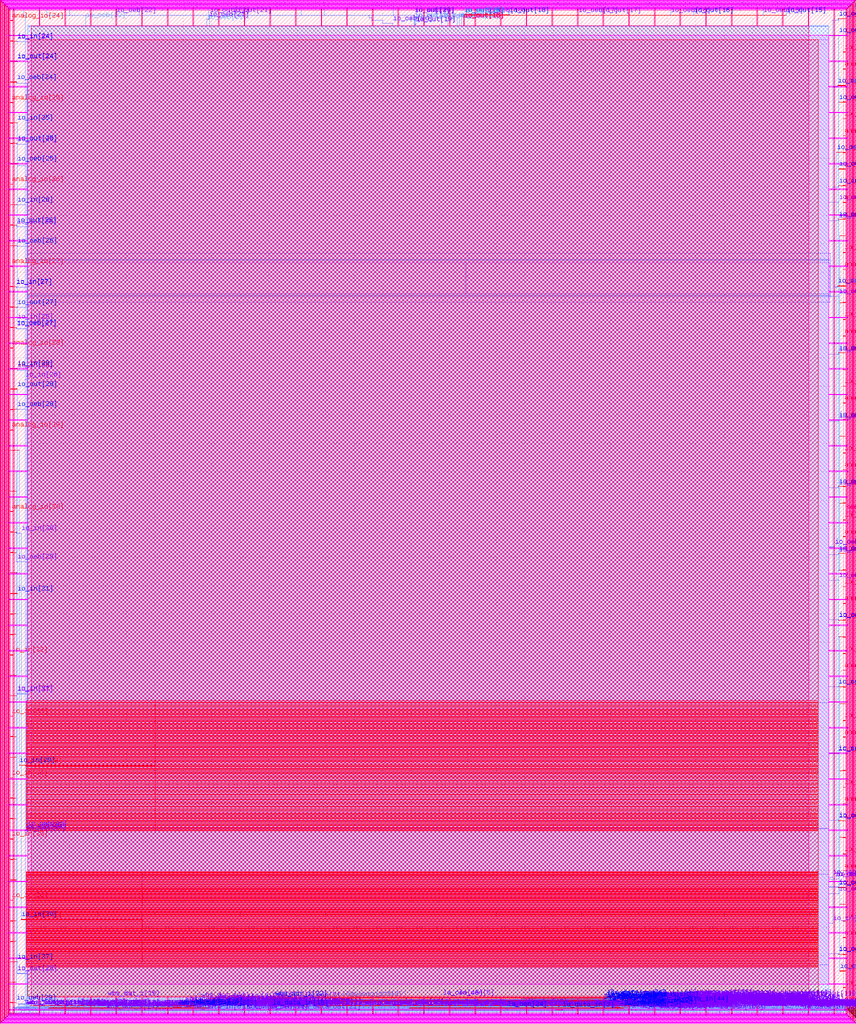
<source format=lef>
VERSION 5.7 ;
  NOWIREEXTENSIONATPIN ON ;
  DIVIDERCHAR "/" ;
  BUSBITCHARS "[]" ;
MACRO user_project_wrapper
  CLASS BLOCK ;
  FOREIGN user_project_wrapper ;
  ORIGIN 0.000 0.000 ;
  SIZE 2920.000 BY 3520.000 ;
  PIN io_out[12]
    DIRECTION OUTPUT TRISTATE ;
    PORT
      LAYER met1 ;
        RECT 2902.210 2846.040 2902.530 2846.100 ;
        RECT 2866.000 2845.900 2902.530 2846.040 ;
        RECT 2902.210 2845.840 2902.530 2845.900 ;
      LAYER via ;
        RECT 2902.240 2845.840 2902.500 2846.100 ;
      LAYER met2 ;
        RECT 2902.230 2962.235 2902.510 2962.605 ;
        RECT 2902.300 2846.130 2902.440 2962.235 ;
        RECT 2902.240 2845.810 2902.500 2846.130 ;
      LAYER via2 ;
        RECT 2902.230 2962.280 2902.510 2962.560 ;
      LAYER met3 ;
        RECT 2902.205 2962.570 2902.535 2962.585 ;
        RECT 2917.600 2962.570 2924.800 2963.020 ;
        RECT 2902.205 2962.270 2924.800 2962.570 ;
        RECT 2902.205 2962.255 2902.535 2962.270 ;
        RECT 2917.600 2961.820 2924.800 2962.270 ;
    END
  END io_out[12]
  PIN io_out[13]
    DIRECTION OUTPUT TRISTATE ;
    PORT
      LAYER met1 ;
        RECT 2901.750 2514.880 2902.070 2514.940 ;
        RECT 2866.000 2514.740 2902.070 2514.880 ;
        RECT 2901.750 2514.680 2902.070 2514.740 ;
      LAYER via ;
        RECT 2901.780 2514.680 2902.040 2514.940 ;
      LAYER met2 ;
        RECT 2901.770 3196.835 2902.050 3197.205 ;
        RECT 2901.840 2514.970 2901.980 3196.835 ;
        RECT 2901.780 2514.650 2902.040 2514.970 ;
      LAYER via2 ;
        RECT 2901.770 3196.880 2902.050 3197.160 ;
      LAYER met3 ;
        RECT 2901.745 3197.170 2902.075 3197.185 ;
        RECT 2917.600 3197.170 2924.800 3197.620 ;
        RECT 2901.745 3196.870 2924.800 3197.170 ;
        RECT 2901.745 3196.855 2902.075 3196.870 ;
        RECT 2917.600 3196.420 2924.800 3196.870 ;
    END
  END io_out[13]
  PIN io_out[14]
    DIRECTION OUTPUT TRISTATE ;
    PORT
      LAYER met1 ;
        RECT 2901.290 417.420 2901.610 417.480 ;
        RECT 2866.000 417.280 2901.610 417.420 ;
        RECT 2901.290 417.220 2901.610 417.280 ;
      LAYER via ;
        RECT 2901.320 417.220 2901.580 417.480 ;
      LAYER met2 ;
        RECT 2901.310 3431.435 2901.590 3431.805 ;
        RECT 2901.380 417.510 2901.520 3431.435 ;
        RECT 2901.320 417.190 2901.580 417.510 ;
      LAYER via2 ;
        RECT 2901.310 3431.480 2901.590 3431.760 ;
      LAYER met3 ;
        RECT 2901.285 3431.770 2901.615 3431.785 ;
        RECT 2917.600 3431.770 2924.800 3432.220 ;
        RECT 2901.285 3431.470 2924.800 3431.770 ;
        RECT 2901.285 3431.455 2901.615 3431.470 ;
        RECT 2917.600 3431.020 2924.800 3431.470 ;
    END
  END io_out[14]
  PIN io_out[15]
    DIRECTION OUTPUT TRISTATE ;
    PORT
      LAYER met2 ;
        RECT 2717.170 3517.600 2717.730 3524.800 ;
        RECT 2717.380 3501.845 2717.520 3517.600 ;
        RECT 2717.310 3501.475 2717.590 3501.845 ;
      LAYER via2 ;
        RECT 2717.310 3501.520 2717.590 3501.800 ;
      LAYER met3 ;
        RECT 1584.510 3501.810 1584.890 3501.820 ;
        RECT 2717.285 3501.810 2717.615 3501.825 ;
        RECT 1584.510 3501.510 2717.615 3501.810 ;
        RECT 1584.510 3501.500 1584.890 3501.510 ;
        RECT 2717.285 3501.495 2717.615 3501.510 ;
      LAYER via3 ;
        RECT 1584.540 3501.500 1584.860 3501.820 ;
      LAYER met4 ;
        RECT 1584.535 3501.495 1584.865 3501.825 ;
        RECT 1584.550 3466.000 1584.850 3501.495 ;
    END
  END io_out[15]
  PIN io_out[16]
    DIRECTION OUTPUT TRISTATE ;
    PORT
      LAYER met2 ;
        RECT 2392.410 3517.600 2392.970 3524.800 ;
        RECT 2392.620 3502.525 2392.760 3517.600 ;
        RECT 2392.550 3502.155 2392.830 3502.525 ;
      LAYER via2 ;
        RECT 2392.550 3502.200 2392.830 3502.480 ;
      LAYER met3 ;
        RECT 1586.350 3502.490 1586.730 3502.500 ;
        RECT 2392.525 3502.490 2392.855 3502.505 ;
        RECT 1586.350 3502.190 2392.855 3502.490 ;
        RECT 1586.350 3502.180 1586.730 3502.190 ;
        RECT 2392.525 3502.175 2392.855 3502.190 ;
      LAYER via3 ;
        RECT 1586.380 3502.180 1586.700 3502.500 ;
      LAYER met4 ;
        RECT 1586.375 3502.175 1586.705 3502.505 ;
        RECT 1586.390 3466.000 1586.690 3502.175 ;
    END
  END io_out[16]
  PIN io_out[17]
    DIRECTION OUTPUT TRISTATE ;
    PORT
      LAYER met1 ;
        RECT 1569.590 3502.240 1569.910 3502.300 ;
        RECT 2068.230 3502.240 2068.550 3502.300 ;
        RECT 1569.590 3502.100 2068.550 3502.240 ;
        RECT 1569.590 3502.040 1569.910 3502.100 ;
        RECT 2068.230 3502.040 2068.550 3502.100 ;
      LAYER via ;
        RECT 1569.620 3502.040 1569.880 3502.300 ;
        RECT 2068.260 3502.040 2068.520 3502.300 ;
      LAYER met2 ;
        RECT 2068.110 3517.600 2068.670 3524.800 ;
        RECT 2068.320 3502.330 2068.460 3517.600 ;
        RECT 1569.620 3502.010 1569.880 3502.330 ;
        RECT 2068.260 3502.010 2068.520 3502.330 ;
        RECT 1569.680 3466.000 1569.820 3502.010 ;
    END
  END io_out[17]
  PIN io_out[18]
    DIRECTION OUTPUT TRISTATE ;
    PORT
      LAYER met2 ;
        RECT 1743.810 3517.600 1744.370 3524.800 ;
        RECT 1744.020 3503.205 1744.160 3517.600 ;
        RECT 1743.950 3502.835 1744.230 3503.205 ;
      LAYER via2 ;
        RECT 1743.950 3502.880 1744.230 3503.160 ;
      LAYER met3 ;
        RECT 1585.430 3503.170 1585.810 3503.180 ;
        RECT 1743.925 3503.170 1744.255 3503.185 ;
        RECT 1585.430 3502.870 1744.255 3503.170 ;
        RECT 1585.430 3502.860 1585.810 3502.870 ;
        RECT 1743.925 3502.855 1744.255 3502.870 ;
      LAYER via3 ;
        RECT 1585.460 3502.860 1585.780 3503.180 ;
      LAYER met4 ;
        RECT 1585.455 3502.855 1585.785 3503.185 ;
        RECT 1585.470 3466.000 1585.770 3502.855 ;
    END
  END io_out[18]
  PIN io_out[19]
    DIRECTION OUTPUT TRISTATE ;
    PORT
      LAYER met1 ;
        RECT 1416.410 3491.360 1416.730 3491.420 ;
        RECT 1419.630 3491.360 1419.950 3491.420 ;
        RECT 1416.410 3491.220 1419.950 3491.360 ;
        RECT 1416.410 3491.160 1416.730 3491.220 ;
        RECT 1419.630 3491.160 1419.950 3491.220 ;
        RECT 1415.490 3470.620 1415.810 3470.680 ;
        RECT 1416.410 3470.620 1416.730 3470.680 ;
        RECT 1415.490 3470.480 1416.730 3470.620 ;
        RECT 1415.490 3470.420 1415.810 3470.480 ;
        RECT 1416.410 3470.420 1416.730 3470.480 ;
      LAYER via ;
        RECT 1416.440 3491.160 1416.700 3491.420 ;
        RECT 1419.660 3491.160 1419.920 3491.420 ;
        RECT 1415.520 3470.420 1415.780 3470.680 ;
        RECT 1416.440 3470.420 1416.700 3470.680 ;
      LAYER met2 ;
        RECT 1419.050 3517.600 1419.610 3524.800 ;
        RECT 1419.260 3517.370 1419.400 3517.600 ;
        RECT 1419.260 3517.230 1419.860 3517.370 ;
        RECT 1419.720 3491.450 1419.860 3517.230 ;
        RECT 1416.440 3491.130 1416.700 3491.450 ;
        RECT 1419.660 3491.130 1419.920 3491.450 ;
        RECT 1416.500 3470.710 1416.640 3491.130 ;
        RECT 1415.520 3470.390 1415.780 3470.710 ;
        RECT 1416.440 3470.390 1416.700 3470.710 ;
        RECT 1415.580 3466.000 1415.720 3470.390 ;
    END
  END io_out[19]
  PIN io_out[20]
    DIRECTION OUTPUT TRISTATE ;
    PORT
      LAYER met1 ;
        RECT 1094.870 3502.240 1095.190 3502.300 ;
        RECT 1412.270 3502.240 1412.590 3502.300 ;
        RECT 1094.870 3502.100 1412.590 3502.240 ;
        RECT 1094.870 3502.040 1095.190 3502.100 ;
        RECT 1412.270 3502.040 1412.590 3502.100 ;
      LAYER via ;
        RECT 1094.900 3502.040 1095.160 3502.300 ;
        RECT 1412.300 3502.040 1412.560 3502.300 ;
      LAYER met2 ;
        RECT 1094.750 3517.600 1095.310 3524.800 ;
        RECT 1094.960 3502.330 1095.100 3517.600 ;
        RECT 1094.900 3502.010 1095.160 3502.330 ;
        RECT 1412.300 3502.010 1412.560 3502.330 ;
        RECT 1412.360 3466.000 1412.500 3502.010 ;
    END
  END io_out[20]
  PIN io_out[21]
    DIRECTION OUTPUT TRISTATE ;
    PORT
      LAYER met1 ;
        RECT 693.290 3502.580 693.610 3502.640 ;
        RECT 770.570 3502.580 770.890 3502.640 ;
        RECT 693.290 3502.440 770.890 3502.580 ;
        RECT 693.290 3502.380 693.610 3502.440 ;
        RECT 770.570 3502.380 770.890 3502.440 ;
      LAYER via ;
        RECT 693.320 3502.380 693.580 3502.640 ;
        RECT 770.600 3502.380 770.860 3502.640 ;
      LAYER met2 ;
        RECT 770.450 3517.600 771.010 3524.800 ;
        RECT 770.660 3502.670 770.800 3517.600 ;
        RECT 693.320 3502.350 693.580 3502.670 ;
        RECT 770.600 3502.350 770.860 3502.670 ;
        RECT 693.380 3466.000 693.520 3502.350 ;
    END
  END io_out[21]
  PIN io_out[22]
    DIRECTION OUTPUT TRISTATE ;
    PORT
      LAYER met1 ;
        RECT 445.810 3502.240 446.130 3502.300 ;
        RECT 693.750 3502.240 694.070 3502.300 ;
        RECT 445.810 3502.100 694.070 3502.240 ;
        RECT 445.810 3502.040 446.130 3502.100 ;
        RECT 693.750 3502.040 694.070 3502.100 ;
      LAYER via ;
        RECT 445.840 3502.040 446.100 3502.300 ;
        RECT 693.780 3502.040 694.040 3502.300 ;
      LAYER met2 ;
        RECT 445.690 3517.600 446.250 3524.800 ;
        RECT 445.900 3502.330 446.040 3517.600 ;
        RECT 445.840 3502.010 446.100 3502.330 ;
        RECT 693.780 3502.010 694.040 3502.330 ;
        RECT 693.840 3466.000 693.980 3502.010 ;
    END
  END io_out[22]
  PIN io_out[23]
    DIRECTION OUTPUT TRISTATE ;
    PORT
      LAYER met1 ;
        RECT 121.510 3501.560 121.830 3501.620 ;
        RECT 1411.350 3501.560 1411.670 3501.620 ;
        RECT 121.510 3501.420 1411.670 3501.560 ;
        RECT 121.510 3501.360 121.830 3501.420 ;
        RECT 1411.350 3501.360 1411.670 3501.420 ;
      LAYER via ;
        RECT 121.540 3501.360 121.800 3501.620 ;
        RECT 1411.380 3501.360 1411.640 3501.620 ;
      LAYER met2 ;
        RECT 121.390 3517.600 121.950 3524.800 ;
        RECT 121.600 3501.650 121.740 3517.600 ;
        RECT 121.540 3501.330 121.800 3501.650 ;
        RECT 1411.380 3501.330 1411.640 3501.650 ;
        RECT 1411.440 3466.000 1411.580 3501.330 ;
    END
  END io_out[23]
  PIN io_out[24]
    DIRECTION OUTPUT TRISTATE ;
    PORT
      LAYER met1 ;
        RECT 17.090 3339.720 17.410 3339.780 ;
        RECT 17.090 3339.580 54.000 3339.720 ;
        RECT 17.090 3339.520 17.410 3339.580 ;
      LAYER via ;
        RECT 17.120 3339.520 17.380 3339.780 ;
      LAYER met2 ;
        RECT 17.110 3339.635 17.390 3340.005 ;
        RECT 17.120 3339.490 17.380 3339.635 ;
      LAYER via2 ;
        RECT 17.110 3339.680 17.390 3339.960 ;
      LAYER met3 ;
        RECT -4.800 3339.970 2.400 3340.420 ;
        RECT 17.085 3339.970 17.415 3339.985 ;
        RECT -4.800 3339.670 17.415 3339.970 ;
        RECT -4.800 3339.220 2.400 3339.670 ;
        RECT 17.085 3339.655 17.415 3339.670 ;
    END
  END io_out[24]
  PIN io_out[25]
    DIRECTION OUTPUT TRISTATE ;
    PORT
      LAYER met1 ;
        RECT 16.630 3050.040 16.950 3050.100 ;
        RECT 16.630 3049.900 54.000 3050.040 ;
        RECT 16.630 3049.840 16.950 3049.900 ;
      LAYER via ;
        RECT 16.660 3049.840 16.920 3050.100 ;
      LAYER met2 ;
        RECT 16.650 3051.995 16.930 3052.365 ;
        RECT 16.720 3050.130 16.860 3051.995 ;
        RECT 16.660 3049.810 16.920 3050.130 ;
      LAYER via2 ;
        RECT 16.650 3052.040 16.930 3052.320 ;
      LAYER met3 ;
        RECT -4.800 3052.330 2.400 3052.780 ;
        RECT 16.625 3052.330 16.955 3052.345 ;
        RECT -4.800 3052.030 16.955 3052.330 ;
        RECT -4.800 3051.580 2.400 3052.030 ;
        RECT 16.625 3052.015 16.955 3052.030 ;
    END
  END io_out[25]
  PIN io_out[26]
    DIRECTION OUTPUT TRISTATE ;
    PORT
      LAYER met1 ;
        RECT 15.710 2760.360 16.030 2760.420 ;
        RECT 15.710 2760.220 54.000 2760.360 ;
        RECT 15.710 2760.160 16.030 2760.220 ;
      LAYER via ;
        RECT 15.740 2760.160 16.000 2760.420 ;
      LAYER met2 ;
        RECT 15.730 2765.035 16.010 2765.405 ;
        RECT 15.800 2760.450 15.940 2765.035 ;
        RECT 15.740 2760.130 16.000 2760.450 ;
      LAYER via2 ;
        RECT 15.730 2765.080 16.010 2765.360 ;
      LAYER met3 ;
        RECT -4.800 2765.370 2.400 2765.820 ;
        RECT 15.705 2765.370 16.035 2765.385 ;
        RECT -4.800 2765.070 16.035 2765.370 ;
        RECT -4.800 2764.620 2.400 2765.070 ;
        RECT 15.705 2765.055 16.035 2765.070 ;
    END
  END io_out[26]
  PIN io_out[28]
    DIRECTION OUTPUT TRISTATE ;
    PORT
      LAYER met1 ;
        RECT 17.090 137.940 17.410 138.000 ;
        RECT 17.090 137.800 54.000 137.940 ;
        RECT 17.090 137.740 17.410 137.800 ;
      LAYER via ;
        RECT 17.120 137.740 17.380 138.000 ;
      LAYER met2 ;
        RECT 17.110 2189.755 17.390 2190.125 ;
        RECT 17.180 138.030 17.320 2189.755 ;
        RECT 17.120 137.710 17.380 138.030 ;
      LAYER via2 ;
        RECT 17.110 2189.800 17.390 2190.080 ;
      LAYER met3 ;
        RECT -4.800 2190.090 2.400 2190.540 ;
        RECT 17.085 2190.090 17.415 2190.105 ;
        RECT -4.800 2189.790 17.415 2190.090 ;
        RECT -4.800 2189.340 2.400 2189.790 ;
        RECT 17.085 2189.775 17.415 2189.790 ;
    END
  END io_out[28]
  PIN io_oeb[28]
    DIRECTION OUTPUT TRISTATE ;
    PORT
      LAYER met1 ;
        RECT 17.550 2118.440 17.870 2118.500 ;
        RECT 17.550 2118.300 54.000 2118.440 ;
        RECT 17.550 2118.240 17.870 2118.300 ;
      LAYER via ;
        RECT 17.580 2118.240 17.840 2118.500 ;
      LAYER met2 ;
        RECT 17.570 2118.355 17.850 2118.725 ;
        RECT 17.580 2118.210 17.840 2118.355 ;
      LAYER via2 ;
        RECT 17.570 2118.400 17.850 2118.680 ;
      LAYER met3 ;
        RECT -4.800 2118.690 2.400 2119.140 ;
        RECT 17.545 2118.690 17.875 2118.705 ;
        RECT -4.800 2118.390 17.875 2118.690 ;
        RECT -4.800 2117.940 2.400 2118.390 ;
        RECT 17.545 2118.375 17.875 2118.390 ;
    END
  END io_oeb[28]
  PIN analog_io[0]
    DIRECTION INPUT ;
    PORT
      LAYER met3 ;
        RECT 2917.600 28.980 2924.800 30.180 ;
    END
  END analog_io[0]
  PIN analog_io[10]
    DIRECTION INPUT ;
    PORT
      LAYER met3 ;
        RECT 2917.600 2374.980 2924.800 2376.180 ;
    END
  END analog_io[10]
  PIN analog_io[11]
    DIRECTION INPUT ;
    PORT
      LAYER met3 ;
        RECT 2917.600 2609.580 2924.800 2610.780 ;
    END
  END analog_io[11]
  PIN analog_io[12]
    DIRECTION INPUT ;
    PORT
      LAYER met3 ;
        RECT 2917.600 2844.180 2924.800 2845.380 ;
    END
  END analog_io[12]
  PIN analog_io[13]
    DIRECTION INPUT ;
    PORT
      LAYER met3 ;
        RECT 2917.600 3078.780 2924.800 3079.980 ;
    END
  END analog_io[13]
  PIN analog_io[14]
    DIRECTION INPUT ;
    PORT
      LAYER met3 ;
        RECT 2917.600 3313.380 2924.800 3314.580 ;
    END
  END analog_io[14]
  PIN analog_io[15]
    DIRECTION INPUT ;
    PORT
      LAYER met2 ;
        RECT 2879.090 3517.600 2879.650 3524.800 ;
    END
  END analog_io[15]
  PIN analog_io[16]
    DIRECTION INPUT ;
    PORT
      LAYER met2 ;
        RECT 2554.790 3517.600 2555.350 3524.800 ;
    END
  END analog_io[16]
  PIN analog_io[17]
    DIRECTION INPUT ;
    PORT
      LAYER met2 ;
        RECT 2230.490 3517.600 2231.050 3524.800 ;
    END
  END analog_io[17]
  PIN analog_io[18]
    DIRECTION INPUT ;
    PORT
      LAYER met2 ;
        RECT 1905.730 3517.600 1906.290 3524.800 ;
    END
  END analog_io[18]
  PIN analog_io[19]
    DIRECTION INPUT ;
    PORT
      LAYER met2 ;
        RECT 1581.430 3517.600 1581.990 3524.800 ;
    END
  END analog_io[19]
  PIN analog_io[1]
    DIRECTION INPUT ;
    PORT
      LAYER met3 ;
        RECT 2917.600 263.580 2924.800 264.780 ;
    END
  END analog_io[1]
  PIN analog_io[20]
    DIRECTION INPUT ;
    PORT
      LAYER met2 ;
        RECT 1257.130 3517.600 1257.690 3524.800 ;
    END
  END analog_io[20]
  PIN analog_io[21]
    DIRECTION INPUT ;
    PORT
      LAYER met2 ;
        RECT 932.370 3517.600 932.930 3524.800 ;
    END
  END analog_io[21]
  PIN analog_io[22]
    DIRECTION INPUT ;
    PORT
      LAYER met2 ;
        RECT 608.070 3517.600 608.630 3524.800 ;
    END
  END analog_io[22]
  PIN analog_io[23]
    DIRECTION INPUT ;
    PORT
      LAYER met2 ;
        RECT 283.770 3517.600 284.330 3524.800 ;
    END
  END analog_io[23]
  PIN analog_io[24]
    DIRECTION INPUT ;
    PORT
      LAYER met3 ;
        RECT -4.800 3482.700 2.400 3483.900 ;
    END
  END analog_io[24]
  PIN analog_io[25]
    DIRECTION INPUT ;
    PORT
      LAYER met3 ;
        RECT -4.800 3195.060 2.400 3196.260 ;
    END
  END analog_io[25]
  PIN analog_io[26]
    DIRECTION INPUT ;
    PORT
      LAYER met3 ;
        RECT -4.800 2908.100 2.400 2909.300 ;
    END
  END analog_io[26]
  PIN analog_io[27]
    DIRECTION INPUT ;
    PORT
      LAYER met3 ;
        RECT -4.800 2620.460 2.400 2621.660 ;
    END
  END analog_io[27]
  PIN analog_io[28]
    DIRECTION INPUT ;
    PORT
      LAYER met3 ;
        RECT -4.800 2333.500 2.400 2334.700 ;
    END
  END analog_io[28]
  PIN analog_io[29]
    DIRECTION INPUT ;
    PORT
      LAYER met3 ;
        RECT -4.800 2045.860 2.400 2047.060 ;
    END
  END analog_io[29]
  PIN analog_io[2]
    DIRECTION INPUT ;
    PORT
      LAYER met3 ;
        RECT 2917.600 498.180 2924.800 499.380 ;
    END
  END analog_io[2]
  PIN analog_io[30]
    DIRECTION INPUT ;
    PORT
      LAYER met3 ;
        RECT -4.800 1758.900 2.400 1760.100 ;
    END
  END analog_io[30]
  PIN analog_io[3]
    DIRECTION INPUT ;
    PORT
      LAYER met3 ;
        RECT 2917.600 732.780 2924.800 733.980 ;
    END
  END analog_io[3]
  PIN analog_io[4]
    DIRECTION INPUT ;
    PORT
      LAYER met3 ;
        RECT 2917.600 967.380 2924.800 968.580 ;
    END
  END analog_io[4]
  PIN analog_io[5]
    DIRECTION INPUT ;
    PORT
      LAYER met3 ;
        RECT 2917.600 1201.980 2924.800 1203.180 ;
    END
  END analog_io[5]
  PIN analog_io[6]
    DIRECTION INPUT ;
    PORT
      LAYER met3 ;
        RECT 2917.600 1436.580 2924.800 1437.780 ;
    END
  END analog_io[6]
  PIN analog_io[7]
    DIRECTION INPUT ;
    PORT
      LAYER met3 ;
        RECT 2917.600 1671.180 2924.800 1672.380 ;
    END
  END analog_io[7]
  PIN analog_io[8]
    DIRECTION INPUT ;
    PORT
      LAYER met3 ;
        RECT 2917.600 1905.780 2924.800 1906.980 ;
    END
  END analog_io[8]
  PIN analog_io[9]
    DIRECTION INPUT ;
    PORT
      LAYER met3 ;
        RECT 2917.600 2140.380 2924.800 2141.580 ;
    END
  END analog_io[9]
  PIN io_out[27]
    DIRECTION OUTPUT TRISTATE ;
    PORT
      LAYER met1 ;
        RECT 17.550 2477.480 17.870 2477.540 ;
        RECT 17.550 2477.340 54.000 2477.480 ;
        RECT 17.550 2477.280 17.870 2477.340 ;
      LAYER via ;
        RECT 17.580 2477.280 17.840 2477.540 ;
      LAYER met2 ;
        RECT 17.570 2477.395 17.850 2477.765 ;
        RECT 17.580 2477.250 17.840 2477.395 ;
      LAYER via2 ;
        RECT 17.570 2477.440 17.850 2477.720 ;
      LAYER met3 ;
        RECT -4.800 2477.730 2.400 2478.180 ;
        RECT 17.545 2477.730 17.875 2477.745 ;
        RECT -4.800 2477.430 17.875 2477.730 ;
        RECT -4.800 2476.980 2.400 2477.430 ;
        RECT 17.545 2477.415 17.875 2477.430 ;
    END
  END io_out[27]
  PIN io_out[0]
    DIRECTION OUTPUT TRISTATE ;
    PORT
      LAYER met1 ;
        RECT 2901.750 1518.000 2902.070 1518.060 ;
        RECT 2866.000 1517.860 2902.070 1518.000 ;
        RECT 2901.750 1517.800 2902.070 1517.860 ;
      LAYER via ;
        RECT 2901.780 1517.800 2902.040 1518.060 ;
      LAYER met2 ;
        RECT 2904.530 2727.635 2904.810 2728.005 ;
        RECT 2904.600 2493.405 2904.740 2727.635 ;
        RECT 2904.530 2493.035 2904.810 2493.405 ;
        RECT 2904.600 2258.805 2904.740 2493.035 ;
        RECT 2904.530 2258.435 2904.810 2258.805 ;
        RECT 2904.600 2024.205 2904.740 2258.435 ;
        RECT 2904.530 2023.835 2904.810 2024.205 ;
        RECT 2904.600 1789.605 2904.740 2023.835 ;
        RECT 2904.530 1789.235 2904.810 1789.605 ;
        RECT 2904.600 1554.325 2904.740 1789.235 ;
        RECT 2901.770 1553.955 2902.050 1554.325 ;
        RECT 2904.530 1553.955 2904.810 1554.325 ;
        RECT 2901.840 1518.090 2901.980 1553.955 ;
        RECT 2901.780 1517.770 2902.040 1518.090 ;
        RECT 2901.840 1319.725 2901.980 1517.770 ;
        RECT 2901.770 1319.355 2902.050 1319.725 ;
        RECT 2904.530 1319.355 2904.810 1319.725 ;
        RECT 2904.600 1085.125 2904.740 1319.355 ;
        RECT 2904.530 1084.755 2904.810 1085.125 ;
        RECT 2904.600 850.525 2904.740 1084.755 ;
        RECT 2904.530 850.155 2904.810 850.525 ;
        RECT 2904.600 615.925 2904.740 850.155 ;
        RECT 2904.530 615.555 2904.810 615.925 ;
        RECT 2904.600 381.325 2904.740 615.555 ;
        RECT 2904.530 380.955 2904.810 381.325 ;
        RECT 2904.600 146.725 2904.740 380.955 ;
        RECT 2904.530 146.355 2904.810 146.725 ;
      LAYER via2 ;
        RECT 2904.530 2727.680 2904.810 2727.960 ;
        RECT 2904.530 2493.080 2904.810 2493.360 ;
        RECT 2904.530 2258.480 2904.810 2258.760 ;
        RECT 2904.530 2023.880 2904.810 2024.160 ;
        RECT 2904.530 1789.280 2904.810 1789.560 ;
        RECT 2901.770 1554.000 2902.050 1554.280 ;
        RECT 2904.530 1554.000 2904.810 1554.280 ;
        RECT 2901.770 1319.400 2902.050 1319.680 ;
        RECT 2904.530 1319.400 2904.810 1319.680 ;
        RECT 2904.530 1084.800 2904.810 1085.080 ;
        RECT 2904.530 850.200 2904.810 850.480 ;
        RECT 2904.530 615.600 2904.810 615.880 ;
        RECT 2904.530 381.000 2904.810 381.280 ;
        RECT 2904.530 146.400 2904.810 146.680 ;
      LAYER met3 ;
        RECT 2904.505 2727.970 2904.835 2727.985 ;
        RECT 2917.600 2727.970 2924.800 2728.420 ;
        RECT 2904.505 2727.670 2924.800 2727.970 ;
        RECT 2904.505 2727.655 2904.835 2727.670 ;
        RECT 2917.600 2727.220 2924.800 2727.670 ;
        RECT 2904.505 2493.370 2904.835 2493.385 ;
        RECT 2917.600 2493.370 2924.800 2493.820 ;
        RECT 2904.505 2493.070 2924.800 2493.370 ;
        RECT 2904.505 2493.055 2904.835 2493.070 ;
        RECT 2917.600 2492.620 2924.800 2493.070 ;
        RECT 2904.505 2258.770 2904.835 2258.785 ;
        RECT 2917.600 2258.770 2924.800 2259.220 ;
        RECT 2904.505 2258.470 2924.800 2258.770 ;
        RECT 2904.505 2258.455 2904.835 2258.470 ;
        RECT 2917.600 2258.020 2924.800 2258.470 ;
        RECT 2904.505 2024.170 2904.835 2024.185 ;
        RECT 2917.600 2024.170 2924.800 2024.620 ;
        RECT 2904.505 2023.870 2924.800 2024.170 ;
        RECT 2904.505 2023.855 2904.835 2023.870 ;
        RECT 2917.600 2023.420 2924.800 2023.870 ;
        RECT 2904.505 1789.570 2904.835 1789.585 ;
        RECT 2917.600 1789.570 2924.800 1790.020 ;
        RECT 2904.505 1789.270 2924.800 1789.570 ;
        RECT 2904.505 1789.255 2904.835 1789.270 ;
        RECT 2917.600 1788.820 2924.800 1789.270 ;
        RECT 2901.745 1554.290 2902.075 1554.305 ;
        RECT 2904.505 1554.290 2904.835 1554.305 ;
        RECT 2917.600 1554.290 2924.800 1554.740 ;
        RECT 2901.745 1553.990 2924.800 1554.290 ;
        RECT 2901.745 1553.975 2902.075 1553.990 ;
        RECT 2904.505 1553.975 2904.835 1553.990 ;
        RECT 2917.600 1553.540 2924.800 1553.990 ;
        RECT 2901.745 1319.690 2902.075 1319.705 ;
        RECT 2904.505 1319.690 2904.835 1319.705 ;
        RECT 2917.600 1319.690 2924.800 1320.140 ;
        RECT 2901.745 1319.390 2924.800 1319.690 ;
        RECT 2901.745 1319.375 2902.075 1319.390 ;
        RECT 2904.505 1319.375 2904.835 1319.390 ;
        RECT 2917.600 1318.940 2924.800 1319.390 ;
        RECT 2904.505 1085.090 2904.835 1085.105 ;
        RECT 2917.600 1085.090 2924.800 1085.540 ;
        RECT 2904.505 1084.790 2924.800 1085.090 ;
        RECT 2904.505 1084.775 2904.835 1084.790 ;
        RECT 2917.600 1084.340 2924.800 1084.790 ;
        RECT 2904.505 850.490 2904.835 850.505 ;
        RECT 2917.600 850.490 2924.800 850.940 ;
        RECT 2904.505 850.190 2924.800 850.490 ;
        RECT 2904.505 850.175 2904.835 850.190 ;
        RECT 2917.600 849.740 2924.800 850.190 ;
        RECT 2904.505 615.890 2904.835 615.905 ;
        RECT 2917.600 615.890 2924.800 616.340 ;
        RECT 2904.505 615.590 2924.800 615.890 ;
        RECT 2904.505 615.575 2904.835 615.590 ;
        RECT 2917.600 615.140 2924.800 615.590 ;
        RECT 2904.505 381.290 2904.835 381.305 ;
        RECT 2917.600 381.290 2924.800 381.740 ;
        RECT 2904.505 380.990 2924.800 381.290 ;
        RECT 2904.505 380.975 2904.835 380.990 ;
        RECT 2917.600 380.540 2924.800 380.990 ;
        RECT 2904.505 146.690 2904.835 146.705 ;
        RECT 2917.600 146.690 2924.800 147.140 ;
        RECT 2904.505 146.390 2924.800 146.690 ;
        RECT 2904.505 146.375 2904.835 146.390 ;
        RECT 2917.600 145.940 2924.800 146.390 ;
    END
  END io_out[0]
  PIN io_oeb[29]
    DIRECTION OUTPUT TRISTATE ;
    PORT
      LAYER met1 ;
        RECT 13.870 1583.620 14.190 1583.680 ;
        RECT 17.550 1583.620 17.870 1583.680 ;
        RECT 13.870 1583.480 54.000 1583.620 ;
        RECT 13.870 1583.420 14.190 1583.480 ;
        RECT 17.550 1583.420 17.870 1583.480 ;
      LAYER via ;
        RECT 13.900 1583.420 14.160 1583.680 ;
        RECT 17.580 1583.420 17.840 1583.680 ;
      LAYER met2 ;
        RECT 13.890 1902.795 14.170 1903.165 ;
        RECT 13.960 1831.085 14.100 1902.795 ;
        RECT 13.890 1830.715 14.170 1831.085 ;
        RECT 13.960 1615.525 14.100 1830.715 ;
        RECT 13.890 1615.155 14.170 1615.525 ;
        RECT 13.960 1583.710 14.100 1615.155 ;
        RECT 13.900 1583.390 14.160 1583.710 ;
        RECT 17.580 1583.390 17.840 1583.710 ;
        RECT 17.640 1545.485 17.780 1583.390 ;
        RECT 13.890 1545.115 14.170 1545.485 ;
        RECT 17.570 1545.115 17.850 1545.485 ;
        RECT 13.960 1544.125 14.100 1545.115 ;
        RECT 13.890 1543.755 14.170 1544.125 ;
        RECT 13.960 1400.645 14.100 1543.755 ;
        RECT 13.890 1400.275 14.170 1400.645 ;
        RECT 13.960 1328.565 14.100 1400.275 ;
        RECT 13.890 1328.195 14.170 1328.565 ;
        RECT 13.960 1185.085 14.100 1328.195 ;
        RECT 13.890 1184.715 14.170 1185.085 ;
        RECT 13.960 1113.005 14.100 1184.715 ;
        RECT 13.890 1112.635 14.170 1113.005 ;
        RECT 13.960 969.525 14.100 1112.635 ;
        RECT 13.890 969.155 14.170 969.525 ;
        RECT 13.960 897.445 14.100 969.155 ;
        RECT 13.890 897.075 14.170 897.445 ;
        RECT 13.960 753.965 14.100 897.075 ;
        RECT 13.890 753.595 14.170 753.965 ;
        RECT 13.960 681.885 14.100 753.595 ;
        RECT 13.890 681.515 14.170 681.885 ;
        RECT 13.960 538.405 14.100 681.515 ;
        RECT 13.890 538.035 14.170 538.405 ;
        RECT 13.960 466.325 14.100 538.035 ;
        RECT 13.890 465.955 14.170 466.325 ;
        RECT 13.960 322.845 14.100 465.955 ;
        RECT 13.890 322.475 14.170 322.845 ;
        RECT 13.960 250.765 14.100 322.475 ;
        RECT 13.890 250.395 14.170 250.765 ;
        RECT 13.960 107.285 14.100 250.395 ;
        RECT 13.890 106.915 14.170 107.285 ;
        RECT 13.960 35.885 14.100 106.915 ;
        RECT 13.890 35.515 14.170 35.885 ;
      LAYER via2 ;
        RECT 13.890 1902.840 14.170 1903.120 ;
        RECT 13.890 1830.760 14.170 1831.040 ;
        RECT 13.890 1615.200 14.170 1615.480 ;
        RECT 13.890 1545.160 14.170 1545.440 ;
        RECT 17.570 1545.160 17.850 1545.440 ;
        RECT 13.890 1543.800 14.170 1544.080 ;
        RECT 13.890 1400.320 14.170 1400.600 ;
        RECT 13.890 1328.240 14.170 1328.520 ;
        RECT 13.890 1184.760 14.170 1185.040 ;
        RECT 13.890 1112.680 14.170 1112.960 ;
        RECT 13.890 969.200 14.170 969.480 ;
        RECT 13.890 897.120 14.170 897.400 ;
        RECT 13.890 753.640 14.170 753.920 ;
        RECT 13.890 681.560 14.170 681.840 ;
        RECT 13.890 538.080 14.170 538.360 ;
        RECT 13.890 466.000 14.170 466.280 ;
        RECT 13.890 322.520 14.170 322.800 ;
        RECT 13.890 250.440 14.170 250.720 ;
        RECT 13.890 106.960 14.170 107.240 ;
        RECT 13.890 35.560 14.170 35.840 ;
      LAYER met3 ;
        RECT -4.800 1903.130 2.400 1903.580 ;
        RECT 13.865 1903.130 14.195 1903.145 ;
        RECT -4.800 1902.830 14.195 1903.130 ;
        RECT -4.800 1902.380 2.400 1902.830 ;
        RECT 13.865 1902.815 14.195 1902.830 ;
        RECT -4.800 1831.050 2.400 1831.500 ;
        RECT 13.865 1831.050 14.195 1831.065 ;
        RECT -4.800 1830.750 14.195 1831.050 ;
        RECT -4.800 1830.300 2.400 1830.750 ;
        RECT 13.865 1830.735 14.195 1830.750 ;
        RECT -4.800 1615.490 2.400 1615.940 ;
        RECT 13.865 1615.490 14.195 1615.505 ;
        RECT -4.800 1615.190 14.195 1615.490 ;
        RECT -4.800 1614.740 2.400 1615.190 ;
        RECT 13.865 1615.175 14.195 1615.190 ;
        RECT 13.865 1545.450 14.195 1545.465 ;
        RECT 17.545 1545.450 17.875 1545.465 ;
        RECT 13.865 1545.150 17.875 1545.450 ;
        RECT 13.865 1545.135 14.195 1545.150 ;
        RECT 17.545 1545.135 17.875 1545.150 ;
        RECT -4.800 1544.090 2.400 1544.540 ;
        RECT 13.865 1544.090 14.195 1544.105 ;
        RECT -4.800 1543.790 14.195 1544.090 ;
        RECT -4.800 1543.340 2.400 1543.790 ;
        RECT 13.865 1543.775 14.195 1543.790 ;
        RECT -4.800 1400.610 2.400 1401.060 ;
        RECT 13.865 1400.610 14.195 1400.625 ;
        RECT -4.800 1400.310 14.195 1400.610 ;
        RECT -4.800 1399.860 2.400 1400.310 ;
        RECT 13.865 1400.295 14.195 1400.310 ;
        RECT -4.800 1328.530 2.400 1328.980 ;
        RECT 13.865 1328.530 14.195 1328.545 ;
        RECT -4.800 1328.230 14.195 1328.530 ;
        RECT -4.800 1327.780 2.400 1328.230 ;
        RECT 13.865 1328.215 14.195 1328.230 ;
        RECT -4.800 1185.050 2.400 1185.500 ;
        RECT 13.865 1185.050 14.195 1185.065 ;
        RECT -4.800 1184.750 14.195 1185.050 ;
        RECT -4.800 1184.300 2.400 1184.750 ;
        RECT 13.865 1184.735 14.195 1184.750 ;
        RECT -4.800 1112.970 2.400 1113.420 ;
        RECT 13.865 1112.970 14.195 1112.985 ;
        RECT -4.800 1112.670 14.195 1112.970 ;
        RECT -4.800 1112.220 2.400 1112.670 ;
        RECT 13.865 1112.655 14.195 1112.670 ;
        RECT -4.800 969.490 2.400 969.940 ;
        RECT 13.865 969.490 14.195 969.505 ;
        RECT -4.800 969.190 14.195 969.490 ;
        RECT -4.800 968.740 2.400 969.190 ;
        RECT 13.865 969.175 14.195 969.190 ;
        RECT -4.800 897.410 2.400 897.860 ;
        RECT 13.865 897.410 14.195 897.425 ;
        RECT -4.800 897.110 14.195 897.410 ;
        RECT -4.800 896.660 2.400 897.110 ;
        RECT 13.865 897.095 14.195 897.110 ;
        RECT -4.800 753.930 2.400 754.380 ;
        RECT 13.865 753.930 14.195 753.945 ;
        RECT -4.800 753.630 14.195 753.930 ;
        RECT -4.800 753.180 2.400 753.630 ;
        RECT 13.865 753.615 14.195 753.630 ;
        RECT -4.800 681.850 2.400 682.300 ;
        RECT 13.865 681.850 14.195 681.865 ;
        RECT -4.800 681.550 14.195 681.850 ;
        RECT -4.800 681.100 2.400 681.550 ;
        RECT 13.865 681.535 14.195 681.550 ;
        RECT -4.800 538.370 2.400 538.820 ;
        RECT 13.865 538.370 14.195 538.385 ;
        RECT -4.800 538.070 14.195 538.370 ;
        RECT -4.800 537.620 2.400 538.070 ;
        RECT 13.865 538.055 14.195 538.070 ;
        RECT -4.800 466.290 2.400 466.740 ;
        RECT 13.865 466.290 14.195 466.305 ;
        RECT -4.800 465.990 14.195 466.290 ;
        RECT -4.800 465.540 2.400 465.990 ;
        RECT 13.865 465.975 14.195 465.990 ;
        RECT -4.800 322.810 2.400 323.260 ;
        RECT 13.865 322.810 14.195 322.825 ;
        RECT -4.800 322.510 14.195 322.810 ;
        RECT -4.800 322.060 2.400 322.510 ;
        RECT 13.865 322.495 14.195 322.510 ;
        RECT -4.800 250.730 2.400 251.180 ;
        RECT 13.865 250.730 14.195 250.745 ;
        RECT -4.800 250.430 14.195 250.730 ;
        RECT -4.800 249.980 2.400 250.430 ;
        RECT 13.865 250.415 14.195 250.430 ;
        RECT -4.800 107.250 2.400 107.700 ;
        RECT 13.865 107.250 14.195 107.265 ;
        RECT -4.800 106.950 14.195 107.250 ;
        RECT -4.800 106.500 2.400 106.950 ;
        RECT 13.865 106.935 14.195 106.950 ;
        RECT -4.800 35.850 2.400 36.300 ;
        RECT 13.865 35.850 14.195 35.865 ;
        RECT -4.800 35.550 14.195 35.850 ;
        RECT -4.800 35.100 2.400 35.550 ;
        RECT 13.865 35.535 14.195 35.550 ;
    END
  END io_oeb[29]
  PIN io_in[0]
    DIRECTION INPUT ;
    PORT
      LAYER met3 ;
        RECT 2917.600 87.460 2924.800 88.660 ;
    END
  END io_in[0]
  PIN io_in[10]
    DIRECTION INPUT ;
    PORT
      LAYER met3 ;
        RECT 2917.600 2433.460 2924.800 2434.660 ;
    END
  END io_in[10]
  PIN io_in[11]
    DIRECTION INPUT ;
    PORT
      LAYER met3 ;
        RECT 2917.600 2668.740 2924.800 2669.940 ;
    END
  END io_in[11]
  PIN io_in[12]
    DIRECTION INPUT ;
    PORT
      LAYER met1 ;
        RECT 2881.050 2898.400 2881.370 2898.460 ;
        RECT 2900.830 2898.400 2901.150 2898.460 ;
        RECT 2881.050 2898.260 2901.150 2898.400 ;
        RECT 2881.050 2898.200 2881.370 2898.260 ;
        RECT 2900.830 2898.200 2901.150 2898.260 ;
        RECT 2881.050 314.060 2881.370 314.120 ;
        RECT 2866.000 313.920 2881.370 314.060 ;
        RECT 2881.050 313.860 2881.370 313.920 ;
      LAYER via ;
        RECT 2881.080 2898.200 2881.340 2898.460 ;
        RECT 2900.860 2898.200 2901.120 2898.460 ;
        RECT 2881.080 313.860 2881.340 314.120 ;
      LAYER met2 ;
        RECT 2900.850 2903.755 2901.130 2904.125 ;
        RECT 2900.920 2898.490 2901.060 2903.755 ;
        RECT 2881.080 2898.170 2881.340 2898.490 ;
        RECT 2900.860 2898.170 2901.120 2898.490 ;
        RECT 2881.140 314.150 2881.280 2898.170 ;
        RECT 2881.080 313.830 2881.340 314.150 ;
      LAYER via2 ;
        RECT 2900.850 2903.800 2901.130 2904.080 ;
      LAYER met3 ;
        RECT 2900.825 2904.090 2901.155 2904.105 ;
        RECT 2917.600 2904.090 2924.800 2904.540 ;
        RECT 2900.825 2903.790 2924.800 2904.090 ;
        RECT 2900.825 2903.775 2901.155 2903.790 ;
        RECT 2917.600 2903.340 2924.800 2903.790 ;
    END
  END io_in[12]
  PIN io_in[13]
    DIRECTION INPUT ;
    PORT
      LAYER met3 ;
        RECT 2917.600 3137.940 2924.800 3139.140 ;
    END
  END io_in[13]
  PIN io_in[14]
    DIRECTION INPUT ;
    PORT
      LAYER met3 ;
        RECT 2917.600 3372.540 2924.800 3373.740 ;
    END
  END io_in[14]
  PIN io_in[15]
    DIRECTION INPUT ;
    PORT
      LAYER met2 ;
        RECT 2798.130 3517.600 2798.690 3524.800 ;
    END
  END io_in[15]
  PIN io_in[16]
    DIRECTION INPUT ;
    PORT
      LAYER met2 ;
        RECT 2473.830 3517.600 2474.390 3524.800 ;
    END
  END io_in[16]
  PIN io_in[17]
    DIRECTION INPUT ;
    PORT
      LAYER met2 ;
        RECT 2149.070 3517.600 2149.630 3524.800 ;
    END
  END io_in[17]
  PIN io_in[18]
    DIRECTION INPUT ;
    PORT
      LAYER met2 ;
        RECT 1824.770 3517.600 1825.330 3524.800 ;
    END
  END io_in[18]
  PIN io_in[19]
    DIRECTION INPUT ;
    PORT
      LAYER met2 ;
        RECT 1500.470 3517.600 1501.030 3524.800 ;
    END
  END io_in[19]
  PIN io_in[1]
    DIRECTION INPUT ;
    PORT
      LAYER met3 ;
        RECT 2917.600 322.060 2924.800 323.260 ;
    END
  END io_in[1]
  PIN io_in[20]
    DIRECTION INPUT ;
    PORT
      LAYER met2 ;
        RECT 1175.710 3517.600 1176.270 3524.800 ;
    END
  END io_in[20]
  PIN io_in[21]
    DIRECTION INPUT ;
    PORT
      LAYER met2 ;
        RECT 851.410 3517.600 851.970 3524.800 ;
    END
  END io_in[21]
  PIN io_in[22]
    DIRECTION INPUT ;
    PORT
      LAYER met2 ;
        RECT 527.110 3517.600 527.670 3524.800 ;
    END
  END io_in[22]
  PIN io_in[23]
    DIRECTION INPUT ;
    PORT
      LAYER met1 ;
        RECT 202.470 3501.900 202.790 3501.960 ;
        RECT 1411.810 3501.900 1412.130 3501.960 ;
        RECT 202.470 3501.760 1412.130 3501.900 ;
        RECT 202.470 3501.700 202.790 3501.760 ;
        RECT 1411.810 3501.700 1412.130 3501.760 ;
      LAYER via ;
        RECT 202.500 3501.700 202.760 3501.960 ;
        RECT 1411.840 3501.700 1412.100 3501.960 ;
      LAYER met2 ;
        RECT 202.350 3517.600 202.910 3524.800 ;
        RECT 202.560 3501.990 202.700 3517.600 ;
        RECT 202.500 3501.670 202.760 3501.990 ;
        RECT 1411.840 3501.670 1412.100 3501.990 ;
        RECT 1411.900 3466.000 1412.040 3501.670 ;
    END
  END io_in[23]
  PIN io_in[24]
    DIRECTION INPUT ;
    PORT
      LAYER met1 ;
        RECT 17.550 3408.740 17.870 3408.800 ;
        RECT 17.550 3408.600 54.000 3408.740 ;
        RECT 17.550 3408.540 17.870 3408.600 ;
      LAYER via ;
        RECT 17.580 3408.540 17.840 3408.800 ;
      LAYER met2 ;
        RECT 17.570 3411.035 17.850 3411.405 ;
        RECT 17.640 3408.830 17.780 3411.035 ;
        RECT 17.580 3408.510 17.840 3408.830 ;
      LAYER via2 ;
        RECT 17.570 3411.080 17.850 3411.360 ;
      LAYER met3 ;
        RECT -4.800 3411.370 2.400 3411.820 ;
        RECT 17.545 3411.370 17.875 3411.385 ;
        RECT -4.800 3411.070 17.875 3411.370 ;
        RECT -4.800 3410.620 2.400 3411.070 ;
        RECT 17.545 3411.055 17.875 3411.070 ;
    END
  END io_in[24]
  PIN io_in[25]
    DIRECTION INPUT ;
    PORT
      LAYER met1 ;
        RECT 17.090 2425.460 17.410 2425.520 ;
        RECT 17.090 2425.320 54.000 2425.460 ;
        RECT 17.090 2425.260 17.410 2425.320 ;
      LAYER via ;
        RECT 17.120 2425.260 17.380 2425.520 ;
      LAYER met2 ;
        RECT 17.110 3124.075 17.390 3124.445 ;
        RECT 17.180 2425.550 17.320 3124.075 ;
        RECT 17.120 2425.230 17.380 2425.550 ;
      LAYER via2 ;
        RECT 17.110 3124.120 17.390 3124.400 ;
      LAYER met3 ;
        RECT -4.800 3124.410 2.400 3124.860 ;
        RECT 17.085 3124.410 17.415 3124.425 ;
        RECT -4.800 3124.110 17.415 3124.410 ;
        RECT -4.800 3123.660 2.400 3124.110 ;
        RECT 17.085 3124.095 17.415 3124.110 ;
    END
  END io_in[25]
  PIN io_in[26]
    DIRECTION INPUT ;
    PORT
      LAYER met1 ;
        RECT 17.550 2836.180 17.870 2836.240 ;
        RECT 45.610 2836.180 45.930 2836.240 ;
        RECT 17.550 2836.040 45.930 2836.180 ;
        RECT 17.550 2835.980 17.870 2836.040 ;
        RECT 45.610 2835.980 45.930 2836.040 ;
        RECT 45.610 2221.800 45.930 2221.860 ;
        RECT 45.610 2221.660 54.000 2221.800 ;
        RECT 45.610 2221.600 45.930 2221.660 ;
      LAYER via ;
        RECT 17.580 2835.980 17.840 2836.240 ;
        RECT 45.640 2835.980 45.900 2836.240 ;
        RECT 45.640 2221.600 45.900 2221.860 ;
      LAYER met2 ;
        RECT 17.570 2836.435 17.850 2836.805 ;
        RECT 17.640 2836.270 17.780 2836.435 ;
        RECT 17.580 2835.950 17.840 2836.270 ;
        RECT 45.640 2835.950 45.900 2836.270 ;
        RECT 45.700 2221.890 45.840 2835.950 ;
        RECT 45.640 2221.570 45.900 2221.890 ;
      LAYER via2 ;
        RECT 17.570 2836.480 17.850 2836.760 ;
      LAYER met3 ;
        RECT -4.800 2836.770 2.400 2837.220 ;
        RECT 17.545 2836.770 17.875 2836.785 ;
        RECT -4.800 2836.470 17.875 2836.770 ;
        RECT -4.800 2836.020 2.400 2836.470 ;
        RECT 17.545 2836.455 17.875 2836.470 ;
    END
  END io_in[26]
  PIN io_in[27]
    DIRECTION INPUT ;
    PORT
      LAYER met1 ;
        RECT 14.330 2546.500 14.650 2546.560 ;
        RECT 14.330 2546.360 54.000 2546.500 ;
        RECT 14.330 2546.300 14.650 2546.360 ;
      LAYER via ;
        RECT 14.360 2546.300 14.620 2546.560 ;
      LAYER met2 ;
        RECT 14.350 2549.475 14.630 2549.845 ;
        RECT 14.420 2546.590 14.560 2549.475 ;
        RECT 14.360 2546.270 14.620 2546.590 ;
      LAYER via2 ;
        RECT 14.350 2549.520 14.630 2549.800 ;
      LAYER met3 ;
        RECT -4.800 2549.810 2.400 2550.260 ;
        RECT 14.325 2549.810 14.655 2549.825 ;
        RECT -4.800 2549.510 14.655 2549.810 ;
        RECT -4.800 2549.060 2.400 2549.510 ;
        RECT 14.325 2549.495 14.655 2549.510 ;
    END
  END io_in[27]
  PIN io_in[28]
    DIRECTION INPUT ;
    PORT
      LAYER met1 ;
        RECT 17.090 2256.480 17.410 2256.540 ;
        RECT 17.090 2256.340 54.000 2256.480 ;
        RECT 17.090 2256.280 17.410 2256.340 ;
      LAYER via ;
        RECT 17.120 2256.280 17.380 2256.540 ;
      LAYER met2 ;
        RECT 17.110 2261.835 17.390 2262.205 ;
        RECT 17.180 2256.570 17.320 2261.835 ;
        RECT 17.120 2256.250 17.380 2256.570 ;
      LAYER via2 ;
        RECT 17.110 2261.880 17.390 2262.160 ;
      LAYER met3 ;
        RECT -4.800 2262.170 2.400 2262.620 ;
        RECT 17.085 2262.170 17.415 2262.185 ;
        RECT -4.800 2261.870 17.415 2262.170 ;
        RECT -4.800 2261.420 2.400 2261.870 ;
        RECT 17.085 2261.855 17.415 2261.870 ;
    END
  END io_in[28]
  PIN io_in[29]
    DIRECTION INPUT ;
    PORT
      LAYER met2 ;
        RECT 24.010 1974.875 24.290 1975.245 ;
        RECT 24.080 868.885 24.220 1974.875 ;
        RECT 24.010 868.515 24.290 868.885 ;
      LAYER via2 ;
        RECT 24.010 1974.920 24.290 1975.200 ;
        RECT 24.010 868.560 24.290 868.840 ;
      LAYER met3 ;
        RECT -4.800 1975.210 2.400 1975.660 ;
        RECT 23.985 1975.210 24.315 1975.225 ;
        RECT -4.800 1974.910 24.315 1975.210 ;
        RECT -4.800 1974.460 2.400 1974.910 ;
        RECT 23.985 1974.895 24.315 1974.910 ;
        RECT 23.985 868.850 24.315 868.865 ;
        RECT 23.985 868.550 46.610 868.850 ;
        RECT 23.985 868.535 24.315 868.550 ;
        RECT 46.310 867.980 46.610 868.550 ;
        RECT 46.000 867.380 50.000 867.980 ;
    END
  END io_in[29]
  PIN io_in[2]
    DIRECTION INPUT ;
    PORT
      LAYER met3 ;
        RECT 2917.600 556.660 2924.800 557.860 ;
    END
  END io_in[2]
  PIN io_in[30]
    DIRECTION INPUT ;
    PORT
      LAYER met1 ;
        RECT 15.710 1683.920 16.030 1683.980 ;
        RECT 30.890 1683.920 31.210 1683.980 ;
        RECT 15.710 1683.780 31.210 1683.920 ;
        RECT 15.710 1683.720 16.030 1683.780 ;
        RECT 30.890 1683.720 31.210 1683.780 ;
      LAYER via ;
        RECT 15.740 1683.720 16.000 1683.980 ;
        RECT 30.920 1683.720 31.180 1683.980 ;
      LAYER met2 ;
        RECT 15.730 1687.235 16.010 1687.605 ;
        RECT 15.800 1684.010 15.940 1687.235 ;
        RECT 15.740 1683.690 16.000 1684.010 ;
        RECT 30.920 1683.690 31.180 1684.010 ;
        RECT 30.980 327.605 31.120 1683.690 ;
        RECT 30.910 327.235 31.190 327.605 ;
      LAYER via2 ;
        RECT 15.730 1687.280 16.010 1687.560 ;
        RECT 30.910 327.280 31.190 327.560 ;
      LAYER met3 ;
        RECT -4.800 1687.570 2.400 1688.020 ;
        RECT 15.705 1687.570 16.035 1687.585 ;
        RECT -4.800 1687.270 16.035 1687.570 ;
        RECT -4.800 1686.820 2.400 1687.270 ;
        RECT 15.705 1687.255 16.035 1687.270 ;
        RECT 30.885 327.570 31.215 327.585 ;
        RECT 46.000 327.570 50.000 327.840 ;
        RECT 30.885 327.270 50.000 327.570 ;
        RECT 30.885 327.255 31.215 327.270 ;
        RECT 46.000 327.240 50.000 327.270 ;
    END
  END io_in[30]
  PIN io_in[31]
    DIRECTION INPUT ;
    PORT
      LAYER met1 ;
        RECT 18.010 1121.220 18.330 1121.280 ;
        RECT 18.010 1121.080 54.000 1121.220 ;
        RECT 18.010 1121.020 18.330 1121.080 ;
      LAYER via ;
        RECT 18.040 1121.020 18.300 1121.280 ;
      LAYER met2 ;
        RECT 18.030 1471.675 18.310 1472.045 ;
        RECT 18.100 1121.310 18.240 1471.675 ;
        RECT 18.040 1120.990 18.300 1121.310 ;
      LAYER via2 ;
        RECT 18.030 1471.720 18.310 1472.000 ;
      LAYER met3 ;
        RECT -4.800 1472.010 2.400 1472.460 ;
        RECT 18.005 1472.010 18.335 1472.025 ;
        RECT -4.800 1471.710 18.335 1472.010 ;
        RECT -4.800 1471.260 2.400 1471.710 ;
        RECT 18.005 1471.695 18.335 1471.710 ;
    END
  END io_in[31]
  PIN io_in[32]
    DIRECTION INPUT ;
    PORT
      LAYER met3 ;
        RECT -4.800 1255.700 2.400 1256.900 ;
    END
  END io_in[32]
  PIN io_in[33]
    DIRECTION INPUT ;
    PORT
      LAYER met3 ;
        RECT -4.800 1040.140 2.400 1041.340 ;
    END
  END io_in[33]
  PIN io_in[34]
    DIRECTION INPUT ;
    PORT
      LAYER met3 ;
        RECT -4.800 824.580 2.400 825.780 ;
    END
  END io_in[34]
  PIN io_in[35]
    DIRECTION INPUT ;
    PORT
      LAYER met3 ;
        RECT -4.800 609.700 2.400 610.900 ;
    END
  END io_in[35]
  PIN io_in[36]
    DIRECTION INPUT ;
    PORT
      LAYER met3 ;
        RECT -4.800 394.140 2.400 395.340 ;
    END
  END io_in[36]
  PIN io_in[37]
    DIRECTION INPUT ;
    PORT
      LAYER met1 ;
        RECT 17.550 1118.160 17.870 1118.220 ;
        RECT 17.550 1118.020 54.000 1118.160 ;
        RECT 17.550 1117.960 17.870 1118.020 ;
      LAYER via ;
        RECT 17.580 1117.960 17.840 1118.220 ;
      LAYER met2 ;
        RECT 17.580 1117.930 17.840 1118.250 ;
        RECT 17.640 179.365 17.780 1117.930 ;
        RECT 17.570 178.995 17.850 179.365 ;
      LAYER via2 ;
        RECT 17.570 179.040 17.850 179.320 ;
      LAYER met3 ;
        RECT -4.800 179.330 2.400 179.780 ;
        RECT 17.545 179.330 17.875 179.345 ;
        RECT -4.800 179.030 17.875 179.330 ;
        RECT -4.800 178.580 2.400 179.030 ;
        RECT 17.545 179.015 17.875 179.030 ;
    END
  END io_in[37]
  PIN io_in[3]
    DIRECTION INPUT ;
    PORT
      LAYER met3 ;
        RECT 2917.600 791.260 2924.800 792.460 ;
    END
  END io_in[3]
  PIN io_in[4]
    DIRECTION INPUT ;
    PORT
      LAYER met3 ;
        RECT 2917.600 1025.860 2924.800 1027.060 ;
    END
  END io_in[4]
  PIN io_in[5]
    DIRECTION INPUT ;
    PORT
      LAYER met3 ;
        RECT 2917.600 1260.460 2924.800 1261.660 ;
    END
  END io_in[5]
  PIN io_in[6]
    DIRECTION INPUT ;
    PORT
      LAYER met3 ;
        RECT 2917.600 1495.060 2924.800 1496.260 ;
    END
  END io_in[6]
  PIN io_in[7]
    DIRECTION INPUT ;
    PORT
      LAYER met3 ;
        RECT 2917.600 1729.660 2924.800 1730.860 ;
    END
  END io_in[7]
  PIN io_in[8]
    DIRECTION INPUT ;
    PORT
      LAYER met3 ;
        RECT 2917.600 1964.260 2924.800 1965.460 ;
    END
  END io_in[8]
  PIN io_in[9]
    DIRECTION INPUT ;
    PORT
      LAYER met3 ;
        RECT 2917.600 2198.860 2924.800 2200.060 ;
    END
  END io_in[9]
  PIN io_oeb[0]
    DIRECTION OUTPUT TRISTATE ;
    PORT
      LAYER met1 ;
        RECT 2900.830 206.960 2901.150 207.020 ;
        RECT 2866.000 206.820 2901.150 206.960 ;
        RECT 2900.830 206.760 2901.150 206.820 ;
      LAYER via ;
        RECT 2900.860 206.760 2901.120 207.020 ;
      LAYER met2 ;
        RECT 2900.860 206.730 2901.120 207.050 ;
        RECT 2900.920 205.205 2901.060 206.730 ;
        RECT 2900.850 204.835 2901.130 205.205 ;
      LAYER via2 ;
        RECT 2900.850 204.880 2901.130 205.160 ;
      LAYER met3 ;
        RECT 2900.825 205.170 2901.155 205.185 ;
        RECT 2917.600 205.170 2924.800 205.620 ;
        RECT 2900.825 204.870 2924.800 205.170 ;
        RECT 2900.825 204.855 2901.155 204.870 ;
        RECT 2917.600 204.420 2924.800 204.870 ;
    END
  END io_oeb[0]
  PIN io_oeb[10]
    DIRECTION OUTPUT TRISTATE ;
    PORT
      LAYER met1 ;
        RECT 2887.950 2548.200 2888.270 2548.260 ;
        RECT 2898.070 2548.200 2898.390 2548.260 ;
        RECT 2887.950 2548.060 2898.390 2548.200 ;
        RECT 2887.950 2548.000 2888.270 2548.060 ;
        RECT 2898.070 2548.000 2898.390 2548.060 ;
        RECT 2887.950 1635.300 2888.270 1635.360 ;
        RECT 2866.000 1635.160 2888.270 1635.300 ;
        RECT 2887.950 1635.100 2888.270 1635.160 ;
      LAYER via ;
        RECT 2887.980 2548.000 2888.240 2548.260 ;
        RECT 2898.100 2548.000 2898.360 2548.260 ;
        RECT 2887.980 1635.100 2888.240 1635.360 ;
      LAYER met2 ;
        RECT 2898.090 2551.515 2898.370 2551.885 ;
        RECT 2898.160 2548.290 2898.300 2551.515 ;
        RECT 2887.980 2547.970 2888.240 2548.290 ;
        RECT 2898.100 2547.970 2898.360 2548.290 ;
        RECT 2888.040 1635.390 2888.180 2547.970 ;
        RECT 2887.980 1635.070 2888.240 1635.390 ;
      LAYER via2 ;
        RECT 2898.090 2551.560 2898.370 2551.840 ;
      LAYER met3 ;
        RECT 2898.065 2551.850 2898.395 2551.865 ;
        RECT 2917.600 2551.850 2924.800 2552.300 ;
        RECT 2898.065 2551.550 2924.800 2551.850 ;
        RECT 2898.065 2551.535 2898.395 2551.550 ;
        RECT 2917.600 2551.100 2924.800 2551.550 ;
    END
  END io_oeb[10]
  PIN io_oeb[11]
    DIRECTION OUTPUT TRISTATE ;
    PORT
      LAYER met1 ;
        RECT 2900.830 2781.100 2901.150 2781.160 ;
        RECT 2866.000 2780.960 2901.150 2781.100 ;
        RECT 2900.830 2780.900 2901.150 2780.960 ;
      LAYER via ;
        RECT 2900.860 2780.900 2901.120 2781.160 ;
      LAYER met2 ;
        RECT 2900.850 2786.115 2901.130 2786.485 ;
        RECT 2900.920 2781.190 2901.060 2786.115 ;
        RECT 2900.860 2780.870 2901.120 2781.190 ;
      LAYER via2 ;
        RECT 2900.850 2786.160 2901.130 2786.440 ;
      LAYER met3 ;
        RECT 2900.825 2786.450 2901.155 2786.465 ;
        RECT 2917.600 2786.450 2924.800 2786.900 ;
        RECT 2900.825 2786.150 2924.800 2786.450 ;
        RECT 2900.825 2786.135 2901.155 2786.150 ;
        RECT 2917.600 2785.700 2924.800 2786.150 ;
    END
  END io_oeb[11]
  PIN io_oeb[12]
    DIRECTION OUTPUT TRISTATE ;
    PORT
      LAYER met1 ;
        RECT 2894.390 469.100 2894.710 469.160 ;
        RECT 2866.000 468.960 2894.710 469.100 ;
        RECT 2894.390 468.900 2894.710 468.960 ;
      LAYER via ;
        RECT 2894.420 468.900 2894.680 469.160 ;
      LAYER met2 ;
        RECT 2894.410 3020.715 2894.690 3021.085 ;
        RECT 2894.480 469.190 2894.620 3020.715 ;
        RECT 2894.420 468.870 2894.680 469.190 ;
      LAYER via2 ;
        RECT 2894.410 3020.760 2894.690 3021.040 ;
      LAYER met3 ;
        RECT 2894.385 3021.050 2894.715 3021.065 ;
        RECT 2917.600 3021.050 2924.800 3021.500 ;
        RECT 2894.385 3020.750 2924.800 3021.050 ;
        RECT 2894.385 3020.735 2894.715 3020.750 ;
        RECT 2917.600 3020.300 2924.800 3020.750 ;
    END
  END io_oeb[12]
  PIN io_oeb[13]
    DIRECTION OUTPUT TRISTATE ;
    PORT
      LAYER met1 ;
        RECT 2887.490 3250.300 2887.810 3250.360 ;
        RECT 2898.070 3250.300 2898.390 3250.360 ;
        RECT 2887.490 3250.160 2898.390 3250.300 ;
        RECT 2887.490 3250.100 2887.810 3250.160 ;
        RECT 2898.070 3250.100 2898.390 3250.160 ;
        RECT 2887.490 468.760 2887.810 468.820 ;
        RECT 2866.000 468.620 2887.810 468.760 ;
        RECT 2887.490 468.560 2887.810 468.620 ;
      LAYER via ;
        RECT 2887.520 3250.100 2887.780 3250.360 ;
        RECT 2898.100 3250.100 2898.360 3250.360 ;
        RECT 2887.520 468.560 2887.780 468.820 ;
      LAYER met2 ;
        RECT 2898.090 3255.315 2898.370 3255.685 ;
        RECT 2898.160 3250.390 2898.300 3255.315 ;
        RECT 2887.520 3250.070 2887.780 3250.390 ;
        RECT 2898.100 3250.070 2898.360 3250.390 ;
        RECT 2887.580 468.850 2887.720 3250.070 ;
        RECT 2887.520 468.530 2887.780 468.850 ;
      LAYER via2 ;
        RECT 2898.090 3255.360 2898.370 3255.640 ;
      LAYER met3 ;
        RECT 2898.065 3255.650 2898.395 3255.665 ;
        RECT 2917.600 3255.650 2924.800 3256.100 ;
        RECT 2898.065 3255.350 2924.800 3255.650 ;
        RECT 2898.065 3255.335 2898.395 3255.350 ;
        RECT 2917.600 3254.900 2924.800 3255.350 ;
    END
  END io_oeb[13]
  PIN io_oeb[14]
    DIRECTION OUTPUT TRISTATE ;
    PORT
      LAYER met1 ;
        RECT 2880.590 3484.900 2880.910 3484.960 ;
        RECT 2900.830 3484.900 2901.150 3484.960 ;
        RECT 2880.590 3484.760 2901.150 3484.900 ;
        RECT 2880.590 3484.700 2880.910 3484.760 ;
        RECT 2900.830 3484.700 2901.150 3484.760 ;
        RECT 2880.590 475.900 2880.910 475.960 ;
        RECT 2866.000 475.760 2880.910 475.900 ;
        RECT 2880.590 475.700 2880.910 475.760 ;
      LAYER via ;
        RECT 2880.620 3484.700 2880.880 3484.960 ;
        RECT 2900.860 3484.700 2901.120 3484.960 ;
        RECT 2880.620 475.700 2880.880 475.960 ;
      LAYER met2 ;
        RECT 2900.850 3489.915 2901.130 3490.285 ;
        RECT 2900.920 3484.990 2901.060 3489.915 ;
        RECT 2880.620 3484.670 2880.880 3484.990 ;
        RECT 2900.860 3484.670 2901.120 3484.990 ;
        RECT 2880.680 475.990 2880.820 3484.670 ;
        RECT 2880.620 475.670 2880.880 475.990 ;
      LAYER via2 ;
        RECT 2900.850 3489.960 2901.130 3490.240 ;
      LAYER met3 ;
        RECT 2900.825 3490.250 2901.155 3490.265 ;
        RECT 2917.600 3490.250 2924.800 3490.700 ;
        RECT 2900.825 3489.950 2924.800 3490.250 ;
        RECT 2900.825 3489.935 2901.155 3489.950 ;
        RECT 2917.600 3489.500 2924.800 3489.950 ;
    END
  END io_oeb[14]
  PIN io_oeb[15]
    DIRECTION OUTPUT TRISTATE ;
    PORT
      LAYER met1 ;
        RECT 1576.490 3501.560 1576.810 3501.620 ;
        RECT 2635.870 3501.560 2636.190 3501.620 ;
        RECT 1576.490 3501.420 2636.190 3501.560 ;
        RECT 1576.490 3501.360 1576.810 3501.420 ;
        RECT 2635.870 3501.360 2636.190 3501.420 ;
      LAYER via ;
        RECT 1576.520 3501.360 1576.780 3501.620 ;
        RECT 2635.900 3501.360 2636.160 3501.620 ;
      LAYER met2 ;
        RECT 2635.750 3517.600 2636.310 3524.800 ;
        RECT 2635.960 3501.650 2636.100 3517.600 ;
        RECT 1576.520 3501.330 1576.780 3501.650 ;
        RECT 2635.900 3501.330 2636.160 3501.650 ;
        RECT 1576.580 3466.000 1576.720 3501.330 ;
    END
  END io_oeb[15]
  PIN io_oeb[16]
    DIRECTION OUTPUT TRISTATE ;
    PORT
      LAYER met1 ;
        RECT 1562.690 3501.900 1563.010 3501.960 ;
        RECT 2311.570 3501.900 2311.890 3501.960 ;
        RECT 1562.690 3501.760 2311.890 3501.900 ;
        RECT 1562.690 3501.700 1563.010 3501.760 ;
        RECT 2311.570 3501.700 2311.890 3501.760 ;
      LAYER via ;
        RECT 1562.720 3501.700 1562.980 3501.960 ;
        RECT 2311.600 3501.700 2311.860 3501.960 ;
      LAYER met2 ;
        RECT 2311.450 3517.600 2312.010 3524.800 ;
        RECT 2311.660 3501.990 2311.800 3517.600 ;
        RECT 1562.720 3501.670 1562.980 3501.990 ;
        RECT 2311.600 3501.670 2311.860 3501.990 ;
        RECT 1562.780 3466.000 1562.920 3501.670 ;
    END
  END io_oeb[16]
  PIN io_oeb[17]
    DIRECTION OUTPUT TRISTATE ;
    PORT
      LAYER met1 ;
        RECT 1507.490 3502.580 1507.810 3502.640 ;
        RECT 1987.270 3502.580 1987.590 3502.640 ;
        RECT 1507.490 3502.440 1987.590 3502.580 ;
        RECT 1507.490 3502.380 1507.810 3502.440 ;
        RECT 1987.270 3502.380 1987.590 3502.440 ;
      LAYER via ;
        RECT 1507.520 3502.380 1507.780 3502.640 ;
        RECT 1987.300 3502.380 1987.560 3502.640 ;
      LAYER met2 ;
        RECT 1987.150 3517.600 1987.710 3524.800 ;
        RECT 1987.360 3502.670 1987.500 3517.600 ;
        RECT 1507.520 3502.350 1507.780 3502.670 ;
        RECT 1987.300 3502.350 1987.560 3502.670 ;
        RECT 1507.580 3466.000 1507.720 3502.350 ;
    END
  END io_oeb[17]
  PIN io_oeb[18]
    DIRECTION OUTPUT TRISTATE ;
    PORT
      LAYER met1 ;
        RECT 1528.190 3502.920 1528.510 3502.980 ;
        RECT 1662.510 3502.920 1662.830 3502.980 ;
        RECT 1528.190 3502.780 1662.830 3502.920 ;
        RECT 1528.190 3502.720 1528.510 3502.780 ;
        RECT 1662.510 3502.720 1662.830 3502.780 ;
      LAYER via ;
        RECT 1528.220 3502.720 1528.480 3502.980 ;
        RECT 1662.540 3502.720 1662.800 3502.980 ;
      LAYER met2 ;
        RECT 1662.390 3517.600 1662.950 3524.800 ;
        RECT 1662.600 3503.010 1662.740 3517.600 ;
        RECT 1528.220 3502.690 1528.480 3503.010 ;
        RECT 1662.540 3502.690 1662.800 3503.010 ;
        RECT 1528.280 3466.000 1528.420 3502.690 ;
    END
  END io_oeb[18]
  PIN io_oeb[19]
    DIRECTION OUTPUT TRISTATE ;
    PORT
      LAYER met1 ;
        RECT 1338.210 3502.580 1338.530 3502.640 ;
        RECT 1410.890 3502.580 1411.210 3502.640 ;
        RECT 1338.210 3502.440 1411.210 3502.580 ;
        RECT 1338.210 3502.380 1338.530 3502.440 ;
        RECT 1410.890 3502.380 1411.210 3502.440 ;
      LAYER via ;
        RECT 1338.240 3502.380 1338.500 3502.640 ;
        RECT 1410.920 3502.380 1411.180 3502.640 ;
      LAYER met2 ;
        RECT 1338.090 3517.600 1338.650 3524.800 ;
        RECT 1338.300 3502.670 1338.440 3517.600 ;
        RECT 1338.240 3502.350 1338.500 3502.670 ;
        RECT 1410.920 3502.350 1411.180 3502.670 ;
        RECT 1410.980 3466.000 1411.120 3502.350 ;
    END
  END io_oeb[19]
  PIN io_oeb[1]
    DIRECTION OUTPUT TRISTATE ;
    PORT
      LAYER met1 ;
        RECT 2900.830 441.560 2901.150 441.620 ;
        RECT 2866.000 441.420 2901.150 441.560 ;
        RECT 2900.830 441.360 2901.150 441.420 ;
      LAYER via ;
        RECT 2900.860 441.360 2901.120 441.620 ;
      LAYER met2 ;
        RECT 2900.860 441.330 2901.120 441.650 ;
        RECT 2900.920 439.805 2901.060 441.330 ;
        RECT 2900.850 439.435 2901.130 439.805 ;
      LAYER via2 ;
        RECT 2900.850 439.480 2901.130 439.760 ;
      LAYER met3 ;
        RECT 2900.825 439.770 2901.155 439.785 ;
        RECT 2917.600 439.770 2924.800 440.220 ;
        RECT 2900.825 439.470 2924.800 439.770 ;
        RECT 2900.825 439.455 2901.155 439.470 ;
        RECT 2917.600 439.020 2924.800 439.470 ;
    END
  END io_oeb[1]
  PIN io_oeb[20]
    DIRECTION OUTPUT TRISTATE ;
    PORT
      LAYER met1 ;
        RECT 1013.910 3502.580 1014.230 3502.640 ;
        RECT 1253.110 3502.580 1253.430 3502.640 ;
        RECT 1013.910 3502.440 1253.430 3502.580 ;
        RECT 1013.910 3502.380 1014.230 3502.440 ;
        RECT 1253.110 3502.380 1253.430 3502.440 ;
        RECT 1253.110 3493.400 1253.430 3493.460 ;
        RECT 1262.770 3493.400 1263.090 3493.460 ;
        RECT 1253.110 3493.260 1263.090 3493.400 ;
        RECT 1253.110 3493.200 1253.430 3493.260 ;
        RECT 1262.770 3493.200 1263.090 3493.260 ;
        RECT 1262.770 3484.560 1263.090 3484.620 ;
        RECT 1300.030 3484.560 1300.350 3484.620 ;
        RECT 1262.770 3484.420 1300.350 3484.560 ;
        RECT 1262.770 3484.360 1263.090 3484.420 ;
        RECT 1300.030 3484.360 1300.350 3484.420 ;
        RECT 1300.030 3474.020 1300.350 3474.080 ;
        RECT 1334.990 3474.020 1335.310 3474.080 ;
        RECT 1300.030 3473.880 1335.310 3474.020 ;
        RECT 1300.030 3473.820 1300.350 3473.880 ;
        RECT 1334.990 3473.820 1335.310 3473.880 ;
      LAYER via ;
        RECT 1013.940 3502.380 1014.200 3502.640 ;
        RECT 1253.140 3502.380 1253.400 3502.640 ;
        RECT 1253.140 3493.200 1253.400 3493.460 ;
        RECT 1262.800 3493.200 1263.060 3493.460 ;
        RECT 1262.800 3484.360 1263.060 3484.620 ;
        RECT 1300.060 3484.360 1300.320 3484.620 ;
        RECT 1300.060 3473.820 1300.320 3474.080 ;
        RECT 1335.020 3473.820 1335.280 3474.080 ;
      LAYER met2 ;
        RECT 1013.790 3517.600 1014.350 3524.800 ;
        RECT 1014.000 3502.670 1014.140 3517.600 ;
        RECT 1013.940 3502.350 1014.200 3502.670 ;
        RECT 1253.140 3502.350 1253.400 3502.670 ;
        RECT 1253.200 3493.490 1253.340 3502.350 ;
        RECT 1253.140 3493.170 1253.400 3493.490 ;
        RECT 1262.800 3493.170 1263.060 3493.490 ;
        RECT 1262.860 3484.650 1263.000 3493.170 ;
        RECT 1262.800 3484.330 1263.060 3484.650 ;
        RECT 1300.060 3484.330 1300.320 3484.650 ;
        RECT 1300.120 3474.110 1300.260 3484.330 ;
        RECT 1300.060 3473.790 1300.320 3474.110 ;
        RECT 1335.020 3473.790 1335.280 3474.110 ;
        RECT 1335.080 3466.000 1335.220 3473.790 ;
    END
  END io_oeb[20]
  PIN io_oeb[21]
    DIRECTION OUTPUT TRISTATE ;
    PORT
      LAYER met1 ;
        RECT 683.170 3487.960 683.490 3488.020 ;
        RECT 689.150 3487.960 689.470 3488.020 ;
        RECT 683.170 3487.820 689.470 3487.960 ;
        RECT 683.170 3487.760 683.490 3487.820 ;
        RECT 689.150 3487.760 689.470 3487.820 ;
      LAYER via ;
        RECT 683.200 3487.760 683.460 3488.020 ;
        RECT 689.180 3487.760 689.440 3488.020 ;
      LAYER met2 ;
        RECT 689.030 3517.600 689.590 3524.800 ;
        RECT 689.240 3488.050 689.380 3517.600 ;
        RECT 683.200 3487.730 683.460 3488.050 ;
        RECT 689.180 3487.730 689.440 3488.050 ;
        RECT 683.260 3466.000 683.400 3487.730 ;
    END
  END io_oeb[21]
  PIN io_oeb[22]
    DIRECTION OUTPUT TRISTATE ;
    PORT
      LAYER met1 ;
        RECT 258.590 3502.240 258.910 3502.300 ;
        RECT 364.850 3502.240 365.170 3502.300 ;
        RECT 258.590 3502.100 365.170 3502.240 ;
        RECT 258.590 3502.040 258.910 3502.100 ;
        RECT 364.850 3502.040 365.170 3502.100 ;
      LAYER via ;
        RECT 258.620 3502.040 258.880 3502.300 ;
        RECT 364.880 3502.040 365.140 3502.300 ;
      LAYER met2 ;
        RECT 364.730 3517.600 365.290 3524.800 ;
        RECT 364.940 3502.330 365.080 3517.600 ;
        RECT 258.620 3502.010 258.880 3502.330 ;
        RECT 364.880 3502.010 365.140 3502.330 ;
        RECT 258.680 3466.000 258.820 3502.010 ;
    END
  END io_oeb[22]
  PIN io_oeb[23]
    DIRECTION OUTPUT TRISTATE ;
    PORT
      LAYER met1 ;
        RECT 40.550 3501.560 40.870 3501.620 ;
        RECT 44.690 3501.560 45.010 3501.620 ;
        RECT 40.550 3501.420 45.010 3501.560 ;
        RECT 40.550 3501.360 40.870 3501.420 ;
        RECT 44.690 3501.360 45.010 3501.420 ;
        RECT 44.690 627.880 45.010 627.940 ;
        RECT 44.690 627.740 54.000 627.880 ;
        RECT 44.690 627.680 45.010 627.740 ;
      LAYER via ;
        RECT 40.580 3501.360 40.840 3501.620 ;
        RECT 44.720 3501.360 44.980 3501.620 ;
        RECT 44.720 627.680 44.980 627.940 ;
      LAYER met2 ;
        RECT 40.430 3517.600 40.990 3524.800 ;
        RECT 40.640 3501.650 40.780 3517.600 ;
        RECT 40.580 3501.330 40.840 3501.650 ;
        RECT 44.720 3501.330 44.980 3501.650 ;
        RECT 44.780 627.970 44.920 3501.330 ;
        RECT 44.720 627.650 44.980 627.970 ;
    END
  END io_oeb[23]
  PIN io_oeb[24]
    DIRECTION OUTPUT TRISTATE ;
    PORT
      LAYER met1 ;
        RECT 15.250 3263.900 15.570 3263.960 ;
        RECT 51.590 3263.900 51.910 3263.960 ;
        RECT 15.250 3263.760 51.910 3263.900 ;
        RECT 15.250 3263.700 15.570 3263.760 ;
        RECT 51.590 3263.700 51.910 3263.760 ;
        RECT 51.590 634.680 51.910 634.740 ;
        RECT 51.590 634.540 54.000 634.680 ;
        RECT 51.590 634.480 51.910 634.540 ;
      LAYER via ;
        RECT 15.280 3263.700 15.540 3263.960 ;
        RECT 51.620 3263.700 51.880 3263.960 ;
        RECT 51.620 634.480 51.880 634.740 ;
      LAYER met2 ;
        RECT 15.270 3267.555 15.550 3267.925 ;
        RECT 15.340 3263.990 15.480 3267.555 ;
        RECT 15.280 3263.670 15.540 3263.990 ;
        RECT 51.620 3263.670 51.880 3263.990 ;
        RECT 51.680 634.770 51.820 3263.670 ;
        RECT 51.620 634.450 51.880 634.770 ;
      LAYER via2 ;
        RECT 15.270 3267.600 15.550 3267.880 ;
      LAYER met3 ;
        RECT -4.800 3267.890 2.400 3268.340 ;
        RECT 15.245 3267.890 15.575 3267.905 ;
        RECT -4.800 3267.590 15.575 3267.890 ;
        RECT -4.800 3267.140 2.400 3267.590 ;
        RECT 15.245 3267.575 15.575 3267.590 ;
    END
  END io_oeb[24]
  PIN io_oeb[25]
    DIRECTION OUTPUT TRISTATE ;
    PORT
      LAYER met1 ;
        RECT 17.550 2974.220 17.870 2974.280 ;
        RECT 45.150 2974.220 45.470 2974.280 ;
        RECT 17.550 2974.080 45.470 2974.220 ;
        RECT 17.550 2974.020 17.870 2974.080 ;
        RECT 45.150 2974.020 45.470 2974.080 ;
        RECT 45.150 641.480 45.470 641.540 ;
        RECT 45.150 641.340 54.000 641.480 ;
        RECT 45.150 641.280 45.470 641.340 ;
      LAYER via ;
        RECT 17.580 2974.020 17.840 2974.280 ;
        RECT 45.180 2974.020 45.440 2974.280 ;
        RECT 45.180 641.280 45.440 641.540 ;
      LAYER met2 ;
        RECT 17.570 2979.915 17.850 2980.285 ;
        RECT 17.640 2974.310 17.780 2979.915 ;
        RECT 17.580 2973.990 17.840 2974.310 ;
        RECT 45.180 2973.990 45.440 2974.310 ;
        RECT 45.240 641.570 45.380 2973.990 ;
        RECT 45.180 641.250 45.440 641.570 ;
      LAYER via2 ;
        RECT 17.570 2979.960 17.850 2980.240 ;
      LAYER met3 ;
        RECT -4.800 2980.250 2.400 2980.700 ;
        RECT 17.545 2980.250 17.875 2980.265 ;
        RECT -4.800 2979.950 17.875 2980.250 ;
        RECT -4.800 2979.500 2.400 2979.950 ;
        RECT 17.545 2979.935 17.875 2979.950 ;
    END
  END io_oeb[25]
  PIN io_oeb[26]
    DIRECTION OUTPUT TRISTATE ;
    PORT
      LAYER met1 ;
        RECT 17.550 2691.340 17.870 2691.400 ;
        RECT 52.050 2691.340 52.370 2691.400 ;
        RECT 17.550 2691.200 52.370 2691.340 ;
        RECT 17.550 2691.140 17.870 2691.200 ;
        RECT 52.050 2691.140 52.370 2691.200 ;
        RECT 52.140 646.440 54.000 646.580 ;
        RECT 52.140 646.300 52.280 646.440 ;
        RECT 52.050 646.040 52.370 646.300 ;
      LAYER via ;
        RECT 17.580 2691.140 17.840 2691.400 ;
        RECT 52.080 2691.140 52.340 2691.400 ;
        RECT 52.080 646.040 52.340 646.300 ;
      LAYER met2 ;
        RECT 17.570 2692.955 17.850 2693.325 ;
        RECT 17.640 2691.430 17.780 2692.955 ;
        RECT 17.580 2691.110 17.840 2691.430 ;
        RECT 52.080 2691.110 52.340 2691.430 ;
        RECT 52.140 646.330 52.280 2691.110 ;
        RECT 52.080 646.010 52.340 646.330 ;
      LAYER via2 ;
        RECT 17.570 2693.000 17.850 2693.280 ;
      LAYER met3 ;
        RECT -4.800 2693.290 2.400 2693.740 ;
        RECT 17.545 2693.290 17.875 2693.305 ;
        RECT -4.800 2692.990 17.875 2693.290 ;
        RECT -4.800 2692.540 2.400 2692.990 ;
        RECT 17.545 2692.975 17.875 2692.990 ;
    END
  END io_oeb[26]
  PIN io_oeb[27]
    DIRECTION OUTPUT TRISTATE ;
    PORT
      LAYER met1 ;
        RECT 15.710 2401.320 16.030 2401.380 ;
        RECT 15.710 2401.180 54.000 2401.320 ;
        RECT 15.710 2401.120 16.030 2401.180 ;
      LAYER via ;
        RECT 15.740 2401.120 16.000 2401.380 ;
      LAYER met2 ;
        RECT 15.730 2405.315 16.010 2405.685 ;
        RECT 15.800 2401.410 15.940 2405.315 ;
        RECT 15.740 2401.090 16.000 2401.410 ;
      LAYER via2 ;
        RECT 15.730 2405.360 16.010 2405.640 ;
      LAYER met3 ;
        RECT -4.800 2405.650 2.400 2406.100 ;
        RECT 15.705 2405.650 16.035 2405.665 ;
        RECT -4.800 2405.350 16.035 2405.650 ;
        RECT -4.800 2404.900 2.400 2405.350 ;
        RECT 15.705 2405.335 16.035 2405.350 ;
    END
  END io_oeb[27]
  PIN io_oeb[2]
    DIRECTION OUTPUT TRISTATE ;
    PORT
      LAYER met1 ;
        RECT 2900.830 676.160 2901.150 676.220 ;
        RECT 2866.000 676.020 2901.150 676.160 ;
        RECT 2900.830 675.960 2901.150 676.020 ;
      LAYER via ;
        RECT 2900.860 675.960 2901.120 676.220 ;
      LAYER met2 ;
        RECT 2900.860 675.930 2901.120 676.250 ;
        RECT 2900.920 674.405 2901.060 675.930 ;
        RECT 2900.850 674.035 2901.130 674.405 ;
      LAYER via2 ;
        RECT 2900.850 674.080 2901.130 674.360 ;
      LAYER met3 ;
        RECT 2900.825 674.370 2901.155 674.385 ;
        RECT 2917.600 674.370 2924.800 674.820 ;
        RECT 2900.825 674.070 2924.800 674.370 ;
        RECT 2900.825 674.055 2901.155 674.070 ;
        RECT 2917.600 673.620 2924.800 674.070 ;
    END
  END io_oeb[2]
  PIN io_oeb[3]
    DIRECTION OUTPUT TRISTATE ;
    PORT
      LAYER met1 ;
        RECT 2899.910 910.760 2900.230 910.820 ;
        RECT 2866.000 910.620 2900.230 910.760 ;
        RECT 2899.910 910.560 2900.230 910.620 ;
      LAYER via ;
        RECT 2899.940 910.560 2900.200 910.820 ;
      LAYER met2 ;
        RECT 2899.940 910.530 2900.200 910.850 ;
        RECT 2900.000 909.685 2900.140 910.530 ;
        RECT 2899.930 909.315 2900.210 909.685 ;
      LAYER via2 ;
        RECT 2899.930 909.360 2900.210 909.640 ;
      LAYER met3 ;
        RECT 2899.905 909.650 2900.235 909.665 ;
        RECT 2917.600 909.650 2924.800 910.100 ;
        RECT 2899.905 909.350 2924.800 909.650 ;
        RECT 2899.905 909.335 2900.235 909.350 ;
        RECT 2917.600 908.900 2924.800 909.350 ;
    END
  END io_oeb[3]
  PIN io_oeb[4]
    DIRECTION OUTPUT TRISTATE ;
    PORT
      LAYER met1 ;
        RECT 2899.910 1145.360 2900.230 1145.420 ;
        RECT 2866.000 1145.220 2900.230 1145.360 ;
        RECT 2899.910 1145.160 2900.230 1145.220 ;
      LAYER via ;
        RECT 2899.940 1145.160 2900.200 1145.420 ;
      LAYER met2 ;
        RECT 2899.940 1145.130 2900.200 1145.450 ;
        RECT 2900.000 1144.285 2900.140 1145.130 ;
        RECT 2899.930 1143.915 2900.210 1144.285 ;
      LAYER via2 ;
        RECT 2899.930 1143.960 2900.210 1144.240 ;
      LAYER met3 ;
        RECT 2899.905 1144.250 2900.235 1144.265 ;
        RECT 2917.600 1144.250 2924.800 1144.700 ;
        RECT 2899.905 1143.950 2924.800 1144.250 ;
        RECT 2899.905 1143.935 2900.235 1143.950 ;
        RECT 2917.600 1143.500 2924.800 1143.950 ;
    END
  END io_oeb[4]
  PIN io_oeb[5]
    DIRECTION OUTPUT TRISTATE ;
    PORT
      LAYER met1 ;
        RECT 2900.830 1379.960 2901.150 1380.020 ;
        RECT 2866.000 1379.820 2901.150 1379.960 ;
        RECT 2900.830 1379.760 2901.150 1379.820 ;
      LAYER via ;
        RECT 2900.860 1379.760 2901.120 1380.020 ;
      LAYER met2 ;
        RECT 2900.860 1379.730 2901.120 1380.050 ;
        RECT 2900.920 1378.885 2901.060 1379.730 ;
        RECT 2900.850 1378.515 2901.130 1378.885 ;
      LAYER via2 ;
        RECT 2900.850 1378.560 2901.130 1378.840 ;
      LAYER met3 ;
        RECT 2900.825 1378.850 2901.155 1378.865 ;
        RECT 2917.600 1378.850 2924.800 1379.300 ;
        RECT 2900.825 1378.550 2924.800 1378.850 ;
        RECT 2900.825 1378.535 2901.155 1378.550 ;
        RECT 2917.600 1378.100 2924.800 1378.550 ;
    END
  END io_oeb[5]
  PIN io_oeb[6]
    DIRECTION OUTPUT TRISTATE ;
    PORT
      LAYER met1 ;
        RECT 2900.830 1608.100 2901.150 1608.160 ;
        RECT 2866.000 1607.960 2901.150 1608.100 ;
        RECT 2900.830 1607.900 2901.150 1607.960 ;
      LAYER via ;
        RECT 2900.860 1607.900 2901.120 1608.160 ;
      LAYER met2 ;
        RECT 2900.850 1613.115 2901.130 1613.485 ;
        RECT 2900.920 1608.190 2901.060 1613.115 ;
        RECT 2900.860 1607.870 2901.120 1608.190 ;
      LAYER via2 ;
        RECT 2900.850 1613.160 2901.130 1613.440 ;
      LAYER met3 ;
        RECT 2900.825 1613.450 2901.155 1613.465 ;
        RECT 2917.600 1613.450 2924.800 1613.900 ;
        RECT 2900.825 1613.150 2924.800 1613.450 ;
        RECT 2900.825 1613.135 2901.155 1613.150 ;
        RECT 2917.600 1612.700 2924.800 1613.150 ;
    END
  END io_oeb[6]
  PIN io_oeb[7]
    DIRECTION OUTPUT TRISTATE ;
    PORT
      LAYER met1 ;
        RECT 2900.830 1842.700 2901.150 1842.760 ;
        RECT 2866.000 1842.560 2901.150 1842.700 ;
        RECT 2900.830 1842.500 2901.150 1842.560 ;
      LAYER via ;
        RECT 2900.860 1842.500 2901.120 1842.760 ;
      LAYER met2 ;
        RECT 2900.850 1847.715 2901.130 1848.085 ;
        RECT 2900.920 1842.790 2901.060 1847.715 ;
        RECT 2900.860 1842.470 2901.120 1842.790 ;
      LAYER via2 ;
        RECT 2900.850 1847.760 2901.130 1848.040 ;
      LAYER met3 ;
        RECT 2900.825 1848.050 2901.155 1848.065 ;
        RECT 2917.600 1848.050 2924.800 1848.500 ;
        RECT 2900.825 1847.750 2924.800 1848.050 ;
        RECT 2900.825 1847.735 2901.155 1847.750 ;
        RECT 2917.600 1847.300 2924.800 1847.750 ;
    END
  END io_oeb[7]
  PIN io_oeb[8]
    DIRECTION OUTPUT TRISTATE ;
    PORT
      LAYER met1 ;
        RECT 2900.830 2077.300 2901.150 2077.360 ;
        RECT 2866.000 2077.160 2901.150 2077.300 ;
        RECT 2900.830 2077.100 2901.150 2077.160 ;
      LAYER via ;
        RECT 2900.860 2077.100 2901.120 2077.360 ;
      LAYER met2 ;
        RECT 2900.850 2082.315 2901.130 2082.685 ;
        RECT 2900.920 2077.390 2901.060 2082.315 ;
        RECT 2900.860 2077.070 2901.120 2077.390 ;
      LAYER via2 ;
        RECT 2900.850 2082.360 2901.130 2082.640 ;
      LAYER met3 ;
        RECT 2900.825 2082.650 2901.155 2082.665 ;
        RECT 2917.600 2082.650 2924.800 2083.100 ;
        RECT 2900.825 2082.350 2924.800 2082.650 ;
        RECT 2900.825 2082.335 2901.155 2082.350 ;
        RECT 2917.600 2081.900 2924.800 2082.350 ;
    END
  END io_oeb[8]
  PIN io_oeb[9]
    DIRECTION OUTPUT TRISTATE ;
    PORT
      LAYER met1 ;
        RECT 2900.830 2311.900 2901.150 2311.960 ;
        RECT 2866.000 2311.760 2901.150 2311.900 ;
        RECT 2900.830 2311.700 2901.150 2311.760 ;
      LAYER via ;
        RECT 2900.860 2311.700 2901.120 2311.960 ;
      LAYER met2 ;
        RECT 2900.850 2316.915 2901.130 2317.285 ;
        RECT 2900.920 2311.990 2901.060 2316.915 ;
        RECT 2900.860 2311.670 2901.120 2311.990 ;
      LAYER via2 ;
        RECT 2900.850 2316.960 2901.130 2317.240 ;
      LAYER met3 ;
        RECT 2900.825 2317.250 2901.155 2317.265 ;
        RECT 2917.600 2317.250 2924.800 2317.700 ;
        RECT 2900.825 2316.950 2924.800 2317.250 ;
        RECT 2900.825 2316.935 2901.155 2316.950 ;
        RECT 2917.600 2316.500 2924.800 2316.950 ;
    END
  END io_oeb[9]
  PIN la_data_in[0]
    DIRECTION INPUT ;
    PORT
      LAYER li1 ;
        RECT 633.105 2.805 633.275 48.195 ;
      LAYER mcon ;
        RECT 633.105 48.025 633.275 48.195 ;
      LAYER met1 ;
        RECT 633.045 48.180 633.335 48.225 ;
        RECT 634.410 48.180 634.730 48.240 ;
        RECT 633.045 48.040 634.730 48.180 ;
        RECT 633.045 47.995 633.335 48.040 ;
        RECT 634.410 47.980 634.730 48.040 ;
        RECT 633.030 2.960 633.350 3.020 ;
        RECT 632.835 2.820 633.350 2.960 ;
        RECT 633.030 2.760 633.350 2.820 ;
      LAYER via ;
        RECT 634.440 47.980 634.700 48.240 ;
        RECT 633.060 2.760 633.320 3.020 ;
      LAYER met2 ;
        RECT 634.500 48.270 634.640 54.000 ;
        RECT 634.440 47.950 634.700 48.270 ;
        RECT 633.060 2.730 633.320 3.050 ;
        RECT 633.120 2.400 633.260 2.730 ;
        RECT 632.910 -4.800 633.470 2.400 ;
    END
  END la_data_in[0]
  PIN la_data_in[100]
    DIRECTION INPUT ;
    PORT
      LAYER met1 ;
        RECT 2417.370 46.480 2417.690 46.540 ;
        RECT 2645.990 46.480 2646.310 46.540 ;
        RECT 2417.370 46.340 2646.310 46.480 ;
        RECT 2417.370 46.280 2417.690 46.340 ;
        RECT 2645.990 46.280 2646.310 46.340 ;
      LAYER via ;
        RECT 2417.400 46.280 2417.660 46.540 ;
        RECT 2646.020 46.280 2646.280 46.540 ;
      LAYER met2 ;
        RECT 2646.080 46.570 2646.220 54.000 ;
        RECT 2417.400 46.250 2417.660 46.570 ;
        RECT 2646.020 46.250 2646.280 46.570 ;
        RECT 2417.460 2.400 2417.600 46.250 ;
        RECT 2417.250 -4.800 2417.810 2.400 ;
    END
  END la_data_in[100]
  PIN la_data_in[101]
    DIRECTION INPUT ;
    PORT
      LAYER met1 ;
        RECT 2434.850 51.920 2435.170 51.980 ;
        RECT 2651.510 51.920 2651.830 51.980 ;
        RECT 2434.850 51.780 2651.830 51.920 ;
        RECT 2434.850 51.720 2435.170 51.780 ;
        RECT 2651.510 51.720 2651.830 51.780 ;
      LAYER via ;
        RECT 2434.880 51.720 2435.140 51.980 ;
        RECT 2651.540 51.720 2651.800 51.980 ;
      LAYER met2 ;
        RECT 2651.600 52.010 2651.740 54.000 ;
        RECT 2434.880 51.690 2435.140 52.010 ;
        RECT 2651.540 51.690 2651.800 52.010 ;
        RECT 2434.940 2.400 2435.080 51.690 ;
        RECT 2434.730 -4.800 2435.290 2.400 ;
    END
  END la_data_in[101]
  PIN la_data_in[102]
    DIRECTION INPUT ;
    PORT
      LAYER met1 ;
        RECT 2452.790 16.900 2453.110 16.960 ;
        RECT 2456.010 16.900 2456.330 16.960 ;
        RECT 2452.790 16.760 2456.330 16.900 ;
        RECT 2452.790 16.700 2453.110 16.760 ;
        RECT 2456.010 16.700 2456.330 16.760 ;
      LAYER via ;
        RECT 2452.820 16.700 2453.080 16.960 ;
        RECT 2456.040 16.700 2456.300 16.960 ;
      LAYER met2 ;
        RECT 2456.100 16.990 2456.240 54.000 ;
        RECT 2452.820 16.670 2453.080 16.990 ;
        RECT 2456.040 16.670 2456.300 16.990 ;
        RECT 2452.880 2.400 2453.020 16.670 ;
        RECT 2452.670 -4.800 2453.230 2.400 ;
    END
  END la_data_in[102]
  PIN la_data_in[103]
    DIRECTION INPUT ;
    PORT
      LAYER met1 ;
        RECT 2471.190 47.160 2471.510 47.220 ;
        RECT 2661.630 47.160 2661.950 47.220 ;
        RECT 2471.190 47.020 2661.950 47.160 ;
        RECT 2471.190 46.960 2471.510 47.020 ;
        RECT 2661.630 46.960 2661.950 47.020 ;
      LAYER via ;
        RECT 2471.220 46.960 2471.480 47.220 ;
        RECT 2661.660 46.960 2661.920 47.220 ;
      LAYER met2 ;
        RECT 2661.720 47.250 2661.860 54.000 ;
        RECT 2471.220 46.930 2471.480 47.250 ;
        RECT 2661.660 46.930 2661.920 47.250 ;
        RECT 2471.280 3.130 2471.420 46.930 ;
        RECT 2470.820 2.990 2471.420 3.130 ;
        RECT 2470.820 2.400 2470.960 2.990 ;
        RECT 2470.610 -4.800 2471.170 2.400 ;
    END
  END la_data_in[103]
  PIN la_data_in[104]
    DIRECTION INPUT ;
    PORT
      LAYER met1 ;
        RECT 2490.510 52.260 2490.830 52.320 ;
        RECT 2668.990 52.260 2669.310 52.320 ;
        RECT 2490.510 52.120 2669.310 52.260 ;
        RECT 2490.510 52.060 2490.830 52.120 ;
        RECT 2668.990 52.060 2669.310 52.120 ;
      LAYER via ;
        RECT 2490.540 52.060 2490.800 52.320 ;
        RECT 2669.020 52.060 2669.280 52.320 ;
      LAYER met2 ;
        RECT 2669.080 52.350 2669.220 54.000 ;
        RECT 2490.540 52.030 2490.800 52.350 ;
        RECT 2669.020 52.030 2669.280 52.350 ;
        RECT 2490.600 3.130 2490.740 52.030 ;
        RECT 2488.760 2.990 2490.740 3.130 ;
        RECT 2488.760 2.400 2488.900 2.990 ;
        RECT 2488.550 -4.800 2489.110 2.400 ;
    END
  END la_data_in[104]
  PIN la_data_in[105]
    DIRECTION INPUT ;
    PORT
      LAYER met1 ;
        RECT 2506.150 17.580 2506.470 17.640 ;
        RECT 2511.210 17.580 2511.530 17.640 ;
        RECT 2506.150 17.440 2511.530 17.580 ;
        RECT 2506.150 17.380 2506.470 17.440 ;
        RECT 2511.210 17.380 2511.530 17.440 ;
      LAYER via ;
        RECT 2506.180 17.380 2506.440 17.640 ;
        RECT 2511.240 17.380 2511.500 17.640 ;
      LAYER met2 ;
        RECT 2511.300 17.670 2511.440 54.000 ;
        RECT 2506.180 17.350 2506.440 17.670 ;
        RECT 2511.240 17.350 2511.500 17.670 ;
        RECT 2506.240 2.400 2506.380 17.350 ;
        RECT 2506.030 -4.800 2506.590 2.400 ;
    END
  END la_data_in[105]
  PIN la_data_in[106]
    DIRECTION INPUT ;
    PORT
      LAYER met1 ;
        RECT 2524.090 32.200 2524.410 32.260 ;
        RECT 2677.730 32.200 2678.050 32.260 ;
        RECT 2524.090 32.060 2678.050 32.200 ;
        RECT 2524.090 32.000 2524.410 32.060 ;
        RECT 2677.730 32.000 2678.050 32.060 ;
      LAYER via ;
        RECT 2524.120 32.000 2524.380 32.260 ;
        RECT 2677.760 32.000 2678.020 32.260 ;
      LAYER met2 ;
        RECT 2677.820 32.290 2677.960 54.000 ;
        RECT 2524.120 31.970 2524.380 32.290 ;
        RECT 2677.760 31.970 2678.020 32.290 ;
        RECT 2524.180 2.400 2524.320 31.970 ;
        RECT 2523.970 -4.800 2524.530 2.400 ;
    END
  END la_data_in[106]
  PIN la_data_in[107]
    DIRECTION INPUT ;
    PORT
      LAYER met1 ;
        RECT 2542.030 21.660 2542.350 21.720 ;
        RECT 2685.090 21.660 2685.410 21.720 ;
        RECT 2542.030 21.520 2685.410 21.660 ;
        RECT 2542.030 21.460 2542.350 21.520 ;
        RECT 2685.090 21.460 2685.410 21.520 ;
      LAYER via ;
        RECT 2542.060 21.460 2542.320 21.720 ;
        RECT 2685.120 21.460 2685.380 21.720 ;
      LAYER met2 ;
        RECT 2685.180 21.750 2685.320 54.000 ;
        RECT 2542.060 21.430 2542.320 21.750 ;
        RECT 2685.120 21.430 2685.380 21.750 ;
        RECT 2542.120 2.400 2542.260 21.430 ;
        RECT 2541.910 -4.800 2542.470 2.400 ;
    END
  END la_data_in[107]
  PIN la_data_in[108]
    DIRECTION INPUT ;
    PORT
      LAYER met1 ;
        RECT 2559.970 37.980 2560.290 38.040 ;
        RECT 2691.990 37.980 2692.310 38.040 ;
        RECT 2559.970 37.840 2692.310 37.980 ;
        RECT 2559.970 37.780 2560.290 37.840 ;
        RECT 2691.990 37.780 2692.310 37.840 ;
      LAYER via ;
        RECT 2560.000 37.780 2560.260 38.040 ;
        RECT 2692.020 37.780 2692.280 38.040 ;
      LAYER met2 ;
        RECT 2692.080 38.070 2692.220 54.000 ;
        RECT 2560.000 37.750 2560.260 38.070 ;
        RECT 2692.020 37.750 2692.280 38.070 ;
        RECT 2560.060 2.400 2560.200 37.750 ;
        RECT 2559.850 -4.800 2560.410 2.400 ;
    END
  END la_data_in[108]
  PIN la_data_in[109]
    DIRECTION INPUT ;
    PORT
      LAYER met1 ;
        RECT 2577.910 20.640 2578.230 20.700 ;
        RECT 2580.210 20.640 2580.530 20.700 ;
        RECT 2577.910 20.500 2580.530 20.640 ;
        RECT 2577.910 20.440 2578.230 20.500 ;
        RECT 2580.210 20.440 2580.530 20.500 ;
      LAYER via ;
        RECT 2577.940 20.440 2578.200 20.700 ;
        RECT 2580.240 20.440 2580.500 20.700 ;
      LAYER met2 ;
        RECT 2580.300 20.730 2580.440 54.000 ;
        RECT 2577.940 20.410 2578.200 20.730 ;
        RECT 2580.240 20.410 2580.500 20.730 ;
        RECT 2578.000 2.400 2578.140 20.410 ;
        RECT 2577.790 -4.800 2578.350 2.400 ;
    END
  END la_data_in[109]
  PIN la_data_in[10]
    DIRECTION INPUT ;
    PORT
      LAYER li1 ;
        RECT 911.405 17.425 912.035 17.595 ;
      LAYER mcon ;
        RECT 911.865 17.425 912.035 17.595 ;
      LAYER met1 ;
        RECT 811.510 17.580 811.830 17.640 ;
        RECT 911.345 17.580 911.635 17.625 ;
        RECT 811.510 17.440 911.635 17.580 ;
        RECT 811.510 17.380 811.830 17.440 ;
        RECT 911.345 17.395 911.635 17.440 ;
        RECT 911.805 17.580 912.095 17.625 ;
        RECT 1196.990 17.580 1197.310 17.640 ;
        RECT 911.805 17.440 1197.310 17.580 ;
        RECT 911.805 17.395 912.095 17.440 ;
        RECT 1196.990 17.380 1197.310 17.440 ;
      LAYER via ;
        RECT 811.540 17.380 811.800 17.640 ;
        RECT 1197.020 17.380 1197.280 17.640 ;
      LAYER met2 ;
        RECT 1197.080 17.670 1197.220 54.000 ;
        RECT 811.540 17.350 811.800 17.670 ;
        RECT 1197.020 17.350 1197.280 17.670 ;
        RECT 811.600 2.400 811.740 17.350 ;
        RECT 811.390 -4.800 811.950 2.400 ;
    END
  END la_data_in[10]
  PIN la_data_in[110]
    DIRECTION INPUT ;
    PORT
      LAYER met1 ;
        RECT 2697.970 34.580 2698.290 34.640 ;
        RECT 2702.570 34.580 2702.890 34.640 ;
        RECT 2697.970 34.440 2702.890 34.580 ;
        RECT 2697.970 34.380 2698.290 34.440 ;
        RECT 2702.570 34.380 2702.890 34.440 ;
        RECT 2595.390 30.840 2595.710 30.900 ;
        RECT 2697.970 30.840 2698.290 30.900 ;
        RECT 2595.390 30.700 2698.290 30.840 ;
        RECT 2595.390 30.640 2595.710 30.700 ;
        RECT 2697.970 30.640 2698.290 30.700 ;
      LAYER via ;
        RECT 2698.000 34.380 2698.260 34.640 ;
        RECT 2702.600 34.380 2702.860 34.640 ;
        RECT 2595.420 30.640 2595.680 30.900 ;
        RECT 2698.000 30.640 2698.260 30.900 ;
      LAYER met2 ;
        RECT 2702.660 34.670 2702.800 54.000 ;
        RECT 2698.000 34.350 2698.260 34.670 ;
        RECT 2702.600 34.350 2702.860 34.670 ;
        RECT 2698.060 30.930 2698.200 34.350 ;
        RECT 2595.420 30.610 2595.680 30.930 ;
        RECT 2698.000 30.610 2698.260 30.930 ;
        RECT 2595.480 2.400 2595.620 30.610 ;
        RECT 2595.270 -4.800 2595.830 2.400 ;
    END
  END la_data_in[110]
  PIN la_data_in[111]
    DIRECTION INPUT ;
    PORT
      LAYER met1 ;
        RECT 2632.740 17.440 2643.000 17.580 ;
        RECT 2613.330 17.240 2613.650 17.300 ;
        RECT 2632.740 17.240 2632.880 17.440 ;
        RECT 2613.330 17.100 2632.880 17.240 ;
        RECT 2613.330 17.040 2613.650 17.100 ;
        RECT 2642.860 16.560 2643.000 17.440 ;
        RECT 2673.590 16.560 2673.910 16.620 ;
        RECT 2642.860 16.420 2673.910 16.560 ;
        RECT 2673.590 16.360 2673.910 16.420 ;
      LAYER via ;
        RECT 2613.360 17.040 2613.620 17.300 ;
        RECT 2673.620 16.360 2673.880 16.620 ;
      LAYER met2 ;
        RECT 2613.360 17.010 2613.620 17.330 ;
        RECT 2613.420 2.400 2613.560 17.010 ;
        RECT 2673.680 16.650 2673.820 54.000 ;
        RECT 2673.620 16.330 2673.880 16.650 ;
        RECT 2613.210 -4.800 2613.770 2.400 ;
    END
  END la_data_in[111]
  PIN la_data_in[112]
    DIRECTION INPUT ;
    PORT
      LAYER met1 ;
        RECT 2666.230 44.780 2666.550 44.840 ;
        RECT 2714.990 44.780 2715.310 44.840 ;
        RECT 2666.230 44.640 2715.310 44.780 ;
        RECT 2666.230 44.580 2666.550 44.640 ;
        RECT 2714.990 44.580 2715.310 44.640 ;
        RECT 2631.270 17.920 2631.590 17.980 ;
        RECT 2666.230 17.920 2666.550 17.980 ;
        RECT 2631.270 17.780 2666.550 17.920 ;
        RECT 2631.270 17.720 2631.590 17.780 ;
        RECT 2666.230 17.720 2666.550 17.780 ;
      LAYER via ;
        RECT 2666.260 44.580 2666.520 44.840 ;
        RECT 2715.020 44.580 2715.280 44.840 ;
        RECT 2631.300 17.720 2631.560 17.980 ;
        RECT 2666.260 17.720 2666.520 17.980 ;
      LAYER met2 ;
        RECT 2715.080 44.870 2715.220 54.000 ;
        RECT 2666.260 44.550 2666.520 44.870 ;
        RECT 2715.020 44.550 2715.280 44.870 ;
        RECT 2666.320 18.010 2666.460 44.550 ;
        RECT 2631.300 17.690 2631.560 18.010 ;
        RECT 2666.260 17.690 2666.520 18.010 ;
        RECT 2631.360 2.400 2631.500 17.690 ;
        RECT 2631.150 -4.800 2631.710 2.400 ;
    END
  END la_data_in[112]
  PIN la_data_in[113]
    DIRECTION INPUT ;
    PORT
      LAYER met1 ;
        RECT 2719.590 17.580 2719.910 17.640 ;
        RECT 2693.000 17.440 2719.910 17.580 ;
        RECT 2693.000 17.240 2693.140 17.440 ;
        RECT 2719.590 17.380 2719.910 17.440 ;
        RECT 2649.300 17.100 2693.140 17.240 ;
        RECT 2649.300 16.960 2649.440 17.100 ;
        RECT 2649.210 16.700 2649.530 16.960 ;
      LAYER via ;
        RECT 2719.620 17.380 2719.880 17.640 ;
        RECT 2649.240 16.700 2649.500 16.960 ;
      LAYER met2 ;
        RECT 2719.680 17.670 2719.820 54.000 ;
        RECT 2719.620 17.350 2719.880 17.670 ;
        RECT 2649.240 16.670 2649.500 16.990 ;
        RECT 2649.300 2.400 2649.440 16.670 ;
        RECT 2649.090 -4.800 2649.650 2.400 ;
    END
  END la_data_in[113]
  PIN la_data_in[114]
    DIRECTION INPUT ;
    PORT
      LAYER met1 ;
        RECT 2667.150 17.580 2667.470 17.640 ;
        RECT 2669.910 17.580 2670.230 17.640 ;
        RECT 2667.150 17.440 2670.230 17.580 ;
        RECT 2667.150 17.380 2667.470 17.440 ;
        RECT 2669.910 17.380 2670.230 17.440 ;
      LAYER via ;
        RECT 2667.180 17.380 2667.440 17.640 ;
        RECT 2669.940 17.380 2670.200 17.640 ;
      LAYER met2 ;
        RECT 2670.000 17.670 2670.140 54.000 ;
        RECT 2667.180 17.350 2667.440 17.670 ;
        RECT 2669.940 17.350 2670.200 17.670 ;
        RECT 2667.240 2.400 2667.380 17.350 ;
        RECT 2667.030 -4.800 2667.590 2.400 ;
    END
  END la_data_in[114]
  PIN la_data_in[115]
    DIRECTION INPUT ;
    PORT
      LAYER met1 ;
        RECT 2684.630 17.920 2684.950 17.980 ;
        RECT 2721.890 17.920 2722.210 17.980 ;
        RECT 2684.630 17.780 2722.210 17.920 ;
        RECT 2684.630 17.720 2684.950 17.780 ;
        RECT 2721.890 17.720 2722.210 17.780 ;
      LAYER via ;
        RECT 2684.660 17.720 2684.920 17.980 ;
        RECT 2721.920 17.720 2722.180 17.980 ;
      LAYER met2 ;
        RECT 2721.980 18.010 2722.120 54.000 ;
        RECT 2684.660 17.690 2684.920 18.010 ;
        RECT 2721.920 17.690 2722.180 18.010 ;
        RECT 2684.720 2.400 2684.860 17.690 ;
        RECT 2684.510 -4.800 2685.070 2.400 ;
    END
  END la_data_in[115]
  PIN la_data_in[116]
    DIRECTION INPUT ;
    PORT
      LAYER met1 ;
        RECT 2702.570 14.520 2702.890 14.580 ;
        RECT 2736.610 14.520 2736.930 14.580 ;
        RECT 2702.570 14.380 2736.930 14.520 ;
        RECT 2702.570 14.320 2702.890 14.380 ;
        RECT 2736.610 14.320 2736.930 14.380 ;
      LAYER via ;
        RECT 2702.600 14.320 2702.860 14.580 ;
        RECT 2736.640 14.320 2736.900 14.580 ;
      LAYER met2 ;
        RECT 2736.700 14.610 2736.840 54.000 ;
        RECT 2702.600 14.290 2702.860 14.610 ;
        RECT 2736.640 14.290 2736.900 14.610 ;
        RECT 2702.660 2.400 2702.800 14.290 ;
        RECT 2702.450 -4.800 2703.010 2.400 ;
    END
  END la_data_in[116]
  PIN la_data_in[117]
    DIRECTION INPUT ;
    PORT
      LAYER met1 ;
        RECT 2720.510 18.600 2720.830 18.660 ;
        RECT 2725.110 18.600 2725.430 18.660 ;
        RECT 2720.510 18.460 2725.430 18.600 ;
        RECT 2720.510 18.400 2720.830 18.460 ;
        RECT 2725.110 18.400 2725.430 18.460 ;
      LAYER via ;
        RECT 2720.540 18.400 2720.800 18.660 ;
        RECT 2725.140 18.400 2725.400 18.660 ;
      LAYER met2 ;
        RECT 2725.200 18.690 2725.340 54.000 ;
        RECT 2720.540 18.370 2720.800 18.690 ;
        RECT 2725.140 18.370 2725.400 18.690 ;
        RECT 2720.600 2.400 2720.740 18.370 ;
        RECT 2720.390 -4.800 2720.950 2.400 ;
    END
  END la_data_in[117]
  PIN la_data_in[118]
    DIRECTION INPUT ;
    PORT
      LAYER met2 ;
        RECT 2739.000 16.050 2739.140 54.000 ;
        RECT 2738.540 15.910 2739.140 16.050 ;
        RECT 2738.540 2.400 2738.680 15.910 ;
        RECT 2738.330 -4.800 2738.890 2.400 ;
    END
  END la_data_in[118]
  PIN la_data_in[119]
    DIRECTION INPUT ;
    PORT
      LAYER met1 ;
        RECT 2754.090 14.180 2754.410 14.240 ;
        RECT 2754.090 14.040 2756.160 14.180 ;
        RECT 2754.090 13.980 2754.410 14.040 ;
        RECT 2756.020 13.900 2756.160 14.040 ;
        RECT 2755.930 13.640 2756.250 13.900 ;
      LAYER via ;
        RECT 2754.120 13.980 2754.380 14.240 ;
        RECT 2755.960 13.640 2756.220 13.900 ;
      LAYER met2 ;
        RECT 2754.180 14.270 2754.320 54.000 ;
        RECT 2754.120 13.950 2754.380 14.270 ;
        RECT 2755.960 13.610 2756.220 13.930 ;
        RECT 2756.020 2.400 2756.160 13.610 ;
        RECT 2755.810 -4.800 2756.370 2.400 ;
    END
  END la_data_in[119]
  PIN la_data_in[11]
    DIRECTION INPUT ;
    PORT
      LAYER li1 ;
        RECT 840.105 4.845 840.275 19.635 ;
      LAYER mcon ;
        RECT 840.105 19.465 840.275 19.635 ;
      LAYER met1 ;
        RECT 840.045 19.620 840.335 19.665 ;
        RECT 1162.490 19.620 1162.810 19.680 ;
        RECT 840.045 19.480 1162.810 19.620 ;
        RECT 840.045 19.435 840.335 19.480 ;
        RECT 1162.490 19.420 1162.810 19.480 ;
        RECT 829.450 5.000 829.770 5.060 ;
        RECT 840.045 5.000 840.335 5.045 ;
        RECT 829.450 4.860 840.335 5.000 ;
        RECT 829.450 4.800 829.770 4.860 ;
        RECT 840.045 4.815 840.335 4.860 ;
      LAYER via ;
        RECT 1162.520 19.420 1162.780 19.680 ;
        RECT 829.480 4.800 829.740 5.060 ;
      LAYER met2 ;
        RECT 1162.580 19.710 1162.720 54.000 ;
        RECT 1162.520 19.390 1162.780 19.710 ;
        RECT 829.480 4.770 829.740 5.090 ;
        RECT 829.540 2.400 829.680 4.770 ;
        RECT 829.330 -4.800 829.890 2.400 ;
    END
  END la_data_in[11]
  PIN la_data_in[120]
    DIRECTION INPUT ;
    PORT
      LAYER met1 ;
        RECT 2773.870 2.960 2774.190 3.020 ;
        RECT 2774.790 2.960 2775.110 3.020 ;
        RECT 2773.870 2.820 2775.110 2.960 ;
        RECT 2773.870 2.760 2774.190 2.820 ;
        RECT 2774.790 2.760 2775.110 2.820 ;
      LAYER via ;
        RECT 2773.900 2.760 2774.160 3.020 ;
        RECT 2774.820 2.760 2775.080 3.020 ;
      LAYER met2 ;
        RECT 2774.880 3.050 2775.020 54.000 ;
        RECT 2773.900 2.730 2774.160 3.050 ;
        RECT 2774.820 2.730 2775.080 3.050 ;
        RECT 2773.960 2.400 2774.100 2.730 ;
        RECT 2773.750 -4.800 2774.310 2.400 ;
    END
  END la_data_in[120]
  PIN la_data_in[121]
    DIRECTION INPUT ;
    PORT
      LAYER met1 ;
        RECT 2777.550 19.960 2777.870 20.020 ;
        RECT 2791.810 19.960 2792.130 20.020 ;
        RECT 2777.550 19.820 2792.130 19.960 ;
        RECT 2777.550 19.760 2777.870 19.820 ;
        RECT 2791.810 19.760 2792.130 19.820 ;
      LAYER via ;
        RECT 2777.580 19.760 2777.840 20.020 ;
        RECT 2791.840 19.760 2792.100 20.020 ;
      LAYER met2 ;
        RECT 2777.640 20.050 2777.780 54.000 ;
        RECT 2777.580 19.730 2777.840 20.050 ;
        RECT 2791.840 19.730 2792.100 20.050 ;
        RECT 2791.900 2.400 2792.040 19.730 ;
        RECT 2791.690 -4.800 2792.250 2.400 ;
    END
  END la_data_in[121]
  PIN la_data_in[122]
    DIRECTION INPUT ;
    PORT
      LAYER met1 ;
        RECT 2783.530 17.920 2783.850 17.980 ;
        RECT 2809.750 17.920 2810.070 17.980 ;
        RECT 2783.530 17.780 2810.070 17.920 ;
        RECT 2783.530 17.720 2783.850 17.780 ;
        RECT 2809.750 17.720 2810.070 17.780 ;
      LAYER via ;
        RECT 2783.560 17.720 2783.820 17.980 ;
        RECT 2809.780 17.720 2810.040 17.980 ;
      LAYER met2 ;
        RECT 2783.620 18.010 2783.760 54.000 ;
        RECT 2783.560 17.690 2783.820 18.010 ;
        RECT 2809.780 17.690 2810.040 18.010 ;
        RECT 2809.840 2.400 2809.980 17.690 ;
        RECT 2809.630 -4.800 2810.190 2.400 ;
    END
  END la_data_in[122]
  PIN la_data_in[123]
    DIRECTION INPUT ;
    PORT
      LAYER met1 ;
        RECT 2779.850 15.540 2780.170 15.600 ;
        RECT 2827.690 15.540 2828.010 15.600 ;
        RECT 2779.850 15.400 2828.010 15.540 ;
        RECT 2779.850 15.340 2780.170 15.400 ;
        RECT 2827.690 15.340 2828.010 15.400 ;
      LAYER via ;
        RECT 2779.880 15.340 2780.140 15.600 ;
        RECT 2827.720 15.340 2827.980 15.600 ;
      LAYER met2 ;
        RECT 2779.940 15.630 2780.080 54.000 ;
        RECT 2779.880 15.310 2780.140 15.630 ;
        RECT 2827.720 15.310 2827.980 15.630 ;
        RECT 2827.780 2.400 2827.920 15.310 ;
        RECT 2827.570 -4.800 2828.130 2.400 ;
    END
  END la_data_in[123]
  PIN la_data_in[124]
    DIRECTION INPUT ;
    PORT
      LAYER met1 ;
        RECT 2787.210 16.560 2787.530 16.620 ;
        RECT 2845.170 16.560 2845.490 16.620 ;
        RECT 2787.210 16.420 2845.490 16.560 ;
        RECT 2787.210 16.360 2787.530 16.420 ;
        RECT 2845.170 16.360 2845.490 16.420 ;
      LAYER via ;
        RECT 2787.240 16.360 2787.500 16.620 ;
        RECT 2845.200 16.360 2845.460 16.620 ;
      LAYER met2 ;
        RECT 2787.300 16.650 2787.440 54.000 ;
        RECT 2787.240 16.330 2787.500 16.650 ;
        RECT 2845.200 16.330 2845.460 16.650 ;
        RECT 2845.260 2.400 2845.400 16.330 ;
        RECT 2845.050 -4.800 2845.610 2.400 ;
    END
  END la_data_in[124]
  PIN la_data_in[125]
    DIRECTION INPUT ;
    PORT
      LAYER met1 ;
        RECT 2793.190 20.640 2793.510 20.700 ;
        RECT 2863.110 20.640 2863.430 20.700 ;
        RECT 2793.190 20.500 2863.430 20.640 ;
        RECT 2793.190 20.440 2793.510 20.500 ;
        RECT 2863.110 20.440 2863.430 20.500 ;
      LAYER via ;
        RECT 2793.220 20.440 2793.480 20.700 ;
        RECT 2863.140 20.440 2863.400 20.700 ;
      LAYER met2 ;
        RECT 2793.280 20.730 2793.420 54.000 ;
        RECT 2793.220 20.410 2793.480 20.730 ;
        RECT 2863.140 20.410 2863.400 20.730 ;
        RECT 2863.200 2.400 2863.340 20.410 ;
        RECT 2862.990 -4.800 2863.550 2.400 ;
    END
  END la_data_in[125]
  PIN la_data_in[126]
    DIRECTION INPUT ;
    PORT
      LAYER met1 ;
        RECT 2800.550 19.620 2800.870 19.680 ;
        RECT 2881.050 19.620 2881.370 19.680 ;
        RECT 2800.550 19.480 2881.370 19.620 ;
        RECT 2800.550 19.420 2800.870 19.480 ;
        RECT 2881.050 19.420 2881.370 19.480 ;
      LAYER via ;
        RECT 2800.580 19.420 2800.840 19.680 ;
        RECT 2881.080 19.420 2881.340 19.680 ;
      LAYER met2 ;
        RECT 2800.640 19.710 2800.780 54.000 ;
        RECT 2800.580 19.390 2800.840 19.710 ;
        RECT 2881.080 19.390 2881.340 19.710 ;
        RECT 2881.140 2.400 2881.280 19.390 ;
        RECT 2880.930 -4.800 2881.490 2.400 ;
    END
  END la_data_in[126]
  PIN la_data_in[127]
    DIRECTION INPUT ;
    PORT
      LAYER met1 ;
        RECT 2898.990 17.240 2899.310 17.300 ;
        RECT 2822.720 17.100 2899.310 17.240 ;
        RECT 2800.090 16.900 2800.410 16.960 ;
        RECT 2822.720 16.900 2822.860 17.100 ;
        RECT 2898.990 17.040 2899.310 17.100 ;
        RECT 2800.090 16.760 2822.860 16.900 ;
        RECT 2800.090 16.700 2800.410 16.760 ;
      LAYER via ;
        RECT 2800.120 16.700 2800.380 16.960 ;
        RECT 2899.020 17.040 2899.280 17.300 ;
      LAYER met2 ;
        RECT 2800.180 16.990 2800.320 54.000 ;
        RECT 2899.020 17.010 2899.280 17.330 ;
        RECT 2800.120 16.670 2800.380 16.990 ;
        RECT 2899.080 2.400 2899.220 17.010 ;
        RECT 2898.870 -4.800 2899.430 2.400 ;
    END
  END la_data_in[127]
  PIN la_data_in[12]
    DIRECTION INPUT ;
    PORT
      LAYER li1 ;
        RECT 911.405 18.105 912.955 18.275 ;
      LAYER mcon ;
        RECT 912.785 18.105 912.955 18.275 ;
      LAYER met1 ;
        RECT 846.930 18.260 847.250 18.320 ;
        RECT 911.345 18.260 911.635 18.305 ;
        RECT 846.930 18.120 911.635 18.260 ;
        RECT 846.930 18.060 847.250 18.120 ;
        RECT 911.345 18.075 911.635 18.120 ;
        RECT 912.725 18.260 913.015 18.305 ;
        RECT 1217.690 18.260 1218.010 18.320 ;
        RECT 912.725 18.120 1218.010 18.260 ;
        RECT 912.725 18.075 913.015 18.120 ;
        RECT 1217.690 18.060 1218.010 18.120 ;
      LAYER via ;
        RECT 846.960 18.060 847.220 18.320 ;
        RECT 1217.720 18.060 1217.980 18.320 ;
      LAYER met2 ;
        RECT 1217.780 18.350 1217.920 54.000 ;
        RECT 846.960 18.030 847.220 18.350 ;
        RECT 1217.720 18.030 1217.980 18.350 ;
        RECT 847.020 2.400 847.160 18.030 ;
        RECT 846.810 -4.800 847.370 2.400 ;
    END
  END la_data_in[12]
  PIN la_data_in[13]
    DIRECTION INPUT ;
    PORT
      LAYER met1 ;
        RECT 864.870 20.640 865.190 20.700 ;
        RECT 869.010 20.640 869.330 20.700 ;
        RECT 864.870 20.500 869.330 20.640 ;
        RECT 864.870 20.440 865.190 20.500 ;
        RECT 869.010 20.440 869.330 20.500 ;
      LAYER via ;
        RECT 864.900 20.440 865.160 20.700 ;
        RECT 869.040 20.440 869.300 20.700 ;
      LAYER met2 ;
        RECT 869.100 20.730 869.240 54.000 ;
        RECT 864.900 20.410 865.160 20.730 ;
        RECT 869.040 20.410 869.300 20.730 ;
        RECT 864.960 2.400 865.100 20.410 ;
        RECT 864.750 -4.800 865.310 2.400 ;
    END
  END la_data_in[13]
  PIN la_data_in[14]
    DIRECTION INPUT ;
    PORT
      LAYER met1 ;
        RECT 882.350 18.600 882.670 18.660 ;
        RECT 1252.190 18.600 1252.510 18.660 ;
        RECT 882.350 18.460 1252.510 18.600 ;
        RECT 882.350 18.400 882.670 18.460 ;
        RECT 1252.190 18.400 1252.510 18.460 ;
      LAYER via ;
        RECT 882.380 18.400 882.640 18.660 ;
        RECT 1252.220 18.400 1252.480 18.660 ;
      LAYER met2 ;
        RECT 1252.280 18.690 1252.420 54.000 ;
        RECT 882.380 18.370 882.640 18.690 ;
        RECT 1252.220 18.370 1252.480 18.690 ;
        RECT 882.440 9.250 882.580 18.370 ;
        RECT 882.440 9.110 883.040 9.250 ;
        RECT 882.900 2.400 883.040 9.110 ;
        RECT 882.690 -4.800 883.250 2.400 ;
    END
  END la_data_in[14]
  PIN la_data_in[15]
    DIRECTION INPUT ;
    PORT
      LAYER met1 ;
        RECT 900.750 17.920 901.070 17.980 ;
        RECT 910.870 17.920 911.190 17.980 ;
        RECT 900.750 17.780 911.190 17.920 ;
        RECT 900.750 17.720 901.070 17.780 ;
        RECT 910.870 17.720 911.190 17.780 ;
        RECT 913.170 17.920 913.490 17.980 ;
        RECT 1286.690 17.920 1287.010 17.980 ;
        RECT 913.170 17.780 1287.010 17.920 ;
        RECT 913.170 17.720 913.490 17.780 ;
        RECT 1286.690 17.720 1287.010 17.780 ;
      LAYER via ;
        RECT 900.780 17.720 901.040 17.980 ;
        RECT 910.900 17.720 911.160 17.980 ;
        RECT 913.200 17.720 913.460 17.980 ;
        RECT 1286.720 17.720 1286.980 17.980 ;
      LAYER met2 ;
        RECT 900.780 17.690 901.040 18.010 ;
        RECT 910.890 17.835 911.170 18.205 ;
        RECT 913.190 17.835 913.470 18.205 ;
        RECT 1286.780 18.010 1286.920 54.000 ;
        RECT 910.900 17.690 911.160 17.835 ;
        RECT 913.200 17.690 913.460 17.835 ;
        RECT 1286.720 17.690 1286.980 18.010 ;
        RECT 900.840 2.400 900.980 17.690 ;
        RECT 900.630 -4.800 901.190 2.400 ;
      LAYER via2 ;
        RECT 910.890 17.880 911.170 18.160 ;
        RECT 913.190 17.880 913.470 18.160 ;
      LAYER met3 ;
        RECT 910.865 18.170 911.195 18.185 ;
        RECT 913.165 18.170 913.495 18.185 ;
        RECT 910.865 17.870 913.495 18.170 ;
        RECT 910.865 17.855 911.195 17.870 ;
        RECT 913.165 17.855 913.495 17.870 ;
    END
  END la_data_in[15]
  PIN la_data_in[16]
    DIRECTION INPUT ;
    PORT
      LAYER li1 ;
        RECT 924.285 48.365 924.455 54.000 ;
      LAYER met1 ;
        RECT 924.210 48.520 924.530 48.580 ;
        RECT 924.015 48.380 924.530 48.520 ;
        RECT 924.210 48.320 924.530 48.380 ;
        RECT 918.690 12.480 919.010 12.540 ;
        RECT 924.210 12.480 924.530 12.540 ;
        RECT 918.690 12.340 924.530 12.480 ;
        RECT 918.690 12.280 919.010 12.340 ;
        RECT 924.210 12.280 924.530 12.340 ;
      LAYER via ;
        RECT 924.240 48.320 924.500 48.580 ;
        RECT 918.720 12.280 918.980 12.540 ;
        RECT 924.240 12.280 924.500 12.540 ;
      LAYER met2 ;
        RECT 924.240 48.290 924.500 48.610 ;
        RECT 924.300 12.570 924.440 48.290 ;
        RECT 918.720 12.250 918.980 12.570 ;
        RECT 924.240 12.250 924.500 12.570 ;
        RECT 918.780 2.400 918.920 12.250 ;
        RECT 918.570 -4.800 919.130 2.400 ;
    END
  END la_data_in[16]
  PIN la_data_in[17]
    DIRECTION INPUT ;
    PORT
      LAYER met1 ;
        RECT 936.170 18.940 936.490 19.000 ;
        RECT 1307.390 18.940 1307.710 19.000 ;
        RECT 936.170 18.800 1307.710 18.940 ;
        RECT 936.170 18.740 936.490 18.800 ;
        RECT 1307.390 18.740 1307.710 18.800 ;
      LAYER via ;
        RECT 936.200 18.740 936.460 19.000 ;
        RECT 1307.420 18.740 1307.680 19.000 ;
      LAYER met2 ;
        RECT 1307.480 19.030 1307.620 54.000 ;
        RECT 936.200 18.710 936.460 19.030 ;
        RECT 1307.420 18.710 1307.680 19.030 ;
        RECT 936.260 2.400 936.400 18.710 ;
        RECT 936.050 -4.800 936.610 2.400 ;
    END
  END la_data_in[17]
  PIN la_data_in[18]
    DIRECTION INPUT ;
    PORT
      LAYER met1 ;
        RECT 954.110 16.900 954.430 16.960 ;
        RECT 958.710 16.900 959.030 16.960 ;
        RECT 954.110 16.760 959.030 16.900 ;
        RECT 954.110 16.700 954.430 16.760 ;
        RECT 958.710 16.700 959.030 16.760 ;
      LAYER via ;
        RECT 954.140 16.700 954.400 16.960 ;
        RECT 958.740 16.700 959.000 16.960 ;
      LAYER met2 ;
        RECT 958.800 16.990 958.940 54.000 ;
        RECT 954.140 16.670 954.400 16.990 ;
        RECT 958.740 16.670 959.000 16.990 ;
        RECT 954.200 2.400 954.340 16.670 ;
        RECT 953.990 -4.800 954.550 2.400 ;
    END
  END la_data_in[18]
  PIN la_data_in[19]
    DIRECTION INPUT ;
    PORT
      LAYER li1 ;
        RECT 976.725 16.745 976.895 19.295 ;
      LAYER mcon ;
        RECT 976.725 19.125 976.895 19.295 ;
      LAYER met1 ;
        RECT 976.665 19.280 976.955 19.325 ;
        RECT 1341.890 19.280 1342.210 19.340 ;
        RECT 976.665 19.140 1342.210 19.280 ;
        RECT 976.665 19.095 976.955 19.140 ;
        RECT 1341.890 19.080 1342.210 19.140 ;
        RECT 972.050 16.900 972.370 16.960 ;
        RECT 976.665 16.900 976.955 16.945 ;
        RECT 972.050 16.760 976.955 16.900 ;
        RECT 972.050 16.700 972.370 16.760 ;
        RECT 976.665 16.715 976.955 16.760 ;
      LAYER via ;
        RECT 1341.920 19.080 1342.180 19.340 ;
        RECT 972.080 16.700 972.340 16.960 ;
      LAYER met2 ;
        RECT 1341.980 19.370 1342.120 54.000 ;
        RECT 1341.920 19.050 1342.180 19.370 ;
        RECT 972.080 16.670 972.340 16.990 ;
        RECT 972.140 2.400 972.280 16.670 ;
        RECT 971.930 -4.800 972.490 2.400 ;
    END
  END la_data_in[19]
  PIN la_data_in[1]
    DIRECTION INPUT ;
    PORT
      LAYER met1 ;
        RECT 650.970 19.280 651.290 19.340 ;
        RECT 655.110 19.280 655.430 19.340 ;
        RECT 650.970 19.140 655.430 19.280 ;
        RECT 650.970 19.080 651.290 19.140 ;
        RECT 655.110 19.080 655.430 19.140 ;
      LAYER via ;
        RECT 651.000 19.080 651.260 19.340 ;
        RECT 655.140 19.080 655.400 19.340 ;
      LAYER met2 ;
        RECT 655.200 19.370 655.340 54.000 ;
        RECT 651.000 19.050 651.260 19.370 ;
        RECT 655.140 19.050 655.400 19.370 ;
        RECT 651.060 2.400 651.200 19.050 ;
        RECT 650.850 -4.800 651.410 2.400 ;
    END
  END la_data_in[1]
  PIN la_data_in[20]
    DIRECTION INPUT ;
    PORT
      LAYER met1 ;
        RECT 989.990 24.040 990.310 24.100 ;
        RECT 2184.150 24.040 2184.470 24.100 ;
        RECT 989.990 23.900 2184.470 24.040 ;
        RECT 989.990 23.840 990.310 23.900 ;
        RECT 2184.150 23.840 2184.470 23.900 ;
      LAYER via ;
        RECT 990.020 23.840 990.280 24.100 ;
        RECT 2184.180 23.840 2184.440 24.100 ;
      LAYER met2 ;
        RECT 2184.240 24.130 2184.380 54.000 ;
        RECT 990.020 23.810 990.280 24.130 ;
        RECT 2184.180 23.810 2184.440 24.130 ;
        RECT 990.080 2.400 990.220 23.810 ;
        RECT 989.870 -4.800 990.430 2.400 ;
    END
  END la_data_in[20]
  PIN la_data_in[21]
    DIRECTION INPUT ;
    PORT
      LAYER met2 ;
        RECT 2187.460 24.325 2187.600 54.000 ;
        RECT 1007.490 23.955 1007.770 24.325 ;
        RECT 2187.390 23.955 2187.670 24.325 ;
        RECT 1007.560 2.400 1007.700 23.955 ;
        RECT 1007.350 -4.800 1007.910 2.400 ;
      LAYER via2 ;
        RECT 1007.490 24.000 1007.770 24.280 ;
        RECT 2187.390 24.000 2187.670 24.280 ;
      LAYER met3 ;
        RECT 1007.465 24.290 1007.795 24.305 ;
        RECT 2187.365 24.290 2187.695 24.305 ;
        RECT 1007.465 23.990 2187.695 24.290 ;
        RECT 1007.465 23.975 1007.795 23.990 ;
        RECT 2187.365 23.975 2187.695 23.990 ;
    END
  END la_data_in[21]
  PIN la_data_in[22]
    DIRECTION INPUT ;
    PORT
      LAYER met2 ;
        RECT 2194.360 25.005 2194.500 54.000 ;
        RECT 1025.430 24.635 1025.710 25.005 ;
        RECT 2194.290 24.635 2194.570 25.005 ;
        RECT 1025.500 2.400 1025.640 24.635 ;
        RECT 1025.290 -4.800 1025.850 2.400 ;
      LAYER via2 ;
        RECT 1025.430 24.680 1025.710 24.960 ;
        RECT 2194.290 24.680 2194.570 24.960 ;
      LAYER met3 ;
        RECT 1025.405 24.970 1025.735 24.985 ;
        RECT 2194.265 24.970 2194.595 24.985 ;
        RECT 1025.405 24.670 2194.595 24.970 ;
        RECT 1025.405 24.655 1025.735 24.670 ;
        RECT 2194.265 24.655 2194.595 24.670 ;
    END
  END la_data_in[22]
  PIN la_data_in[23]
    DIRECTION INPUT ;
    PORT
      LAYER met1 ;
        RECT 1043.350 24.380 1043.670 24.440 ;
        RECT 2202.090 24.380 2202.410 24.440 ;
        RECT 1043.350 24.240 2202.410 24.380 ;
        RECT 1043.350 24.180 1043.670 24.240 ;
        RECT 2202.090 24.180 2202.410 24.240 ;
      LAYER via ;
        RECT 1043.380 24.180 1043.640 24.440 ;
        RECT 2202.120 24.180 2202.380 24.440 ;
      LAYER met2 ;
        RECT 2202.180 24.470 2202.320 54.000 ;
        RECT 1043.380 24.150 1043.640 24.470 ;
        RECT 2202.120 24.150 2202.380 24.470 ;
        RECT 1043.440 2.400 1043.580 24.150 ;
        RECT 1043.230 -4.800 1043.790 2.400 ;
    END
  END la_data_in[23]
  PIN la_data_in[24]
    DIRECTION INPUT ;
    PORT
      LAYER met2 ;
        RECT 2209.080 25.685 2209.220 54.000 ;
        RECT 1061.310 25.315 1061.590 25.685 ;
        RECT 2209.010 25.315 2209.290 25.685 ;
        RECT 1061.380 2.400 1061.520 25.315 ;
        RECT 1061.170 -4.800 1061.730 2.400 ;
      LAYER via2 ;
        RECT 1061.310 25.360 1061.590 25.640 ;
        RECT 2209.010 25.360 2209.290 25.640 ;
      LAYER met3 ;
        RECT 1061.285 25.650 1061.615 25.665 ;
        RECT 2208.985 25.650 2209.315 25.665 ;
        RECT 1061.285 25.350 2209.315 25.650 ;
        RECT 1061.285 25.335 1061.615 25.350 ;
        RECT 2208.985 25.335 2209.315 25.350 ;
    END
  END la_data_in[24]
  PIN la_data_in[25]
    DIRECTION INPUT ;
    PORT
      LAYER met1 ;
        RECT 1079.230 25.060 1079.550 25.120 ;
        RECT 2208.530 25.060 2208.850 25.120 ;
        RECT 1079.230 24.920 2208.850 25.060 ;
        RECT 1079.230 24.860 1079.550 24.920 ;
        RECT 2208.530 24.860 2208.850 24.920 ;
      LAYER via ;
        RECT 1079.260 24.860 1079.520 25.120 ;
        RECT 2208.560 24.860 2208.820 25.120 ;
      LAYER met2 ;
        RECT 2208.620 25.150 2208.760 54.000 ;
        RECT 1079.260 24.830 1079.520 25.150 ;
        RECT 2208.560 24.830 2208.820 25.150 ;
        RECT 1079.320 2.400 1079.460 24.830 ;
        RECT 1079.110 -4.800 1079.670 2.400 ;
    END
  END la_data_in[25]
  PIN la_data_in[26]
    DIRECTION INPUT ;
    PORT
      LAYER met1 ;
        RECT 1096.710 25.400 1097.030 25.460 ;
        RECT 2215.890 25.400 2216.210 25.460 ;
        RECT 1096.710 25.260 2216.210 25.400 ;
        RECT 1096.710 25.200 1097.030 25.260 ;
        RECT 2215.890 25.200 2216.210 25.260 ;
      LAYER via ;
        RECT 1096.740 25.200 1097.000 25.460 ;
        RECT 2215.920 25.200 2216.180 25.460 ;
      LAYER met2 ;
        RECT 2215.980 25.490 2216.120 54.000 ;
        RECT 1096.740 25.170 1097.000 25.490 ;
        RECT 2215.920 25.170 2216.180 25.490 ;
        RECT 1096.800 2.400 1096.940 25.170 ;
        RECT 1096.590 -4.800 1097.150 2.400 ;
    END
  END la_data_in[26]
  PIN la_data_in[27]
    DIRECTION INPUT ;
    PORT
      LAYER met1 ;
        RECT 1114.650 25.740 1114.970 25.800 ;
        RECT 2222.330 25.740 2222.650 25.800 ;
        RECT 1114.650 25.600 2222.650 25.740 ;
        RECT 1114.650 25.540 1114.970 25.600 ;
        RECT 2222.330 25.540 2222.650 25.600 ;
      LAYER via ;
        RECT 1114.680 25.540 1114.940 25.800 ;
        RECT 2222.360 25.540 2222.620 25.800 ;
      LAYER met2 ;
        RECT 2225.180 45.290 2225.320 54.000 ;
        RECT 2222.420 45.150 2225.320 45.290 ;
        RECT 2222.420 25.830 2222.560 45.150 ;
        RECT 1114.680 25.510 1114.940 25.830 ;
        RECT 2222.360 25.510 2222.620 25.830 ;
        RECT 1114.740 2.400 1114.880 25.510 ;
        RECT 1114.530 -4.800 1115.090 2.400 ;
    END
  END la_data_in[27]
  PIN la_data_in[28]
    DIRECTION INPUT ;
    PORT
      LAYER met1 ;
        RECT 1132.590 26.080 1132.910 26.140 ;
        RECT 2229.230 26.080 2229.550 26.140 ;
        RECT 1132.590 25.940 2229.550 26.080 ;
        RECT 1132.590 25.880 1132.910 25.940 ;
        RECT 2229.230 25.880 2229.550 25.940 ;
      LAYER via ;
        RECT 1132.620 25.880 1132.880 26.140 ;
        RECT 2229.260 25.880 2229.520 26.140 ;
      LAYER met2 ;
        RECT 2229.320 26.170 2229.460 54.000 ;
        RECT 1132.620 25.850 1132.880 26.170 ;
        RECT 2229.260 25.850 2229.520 26.170 ;
        RECT 1132.680 2.400 1132.820 25.850 ;
        RECT 1132.470 -4.800 1133.030 2.400 ;
    END
  END la_data_in[28]
  PIN la_data_in[29]
    DIRECTION INPUT ;
    PORT
      LAYER met1 ;
        RECT 1150.530 26.420 1150.850 26.480 ;
        RECT 2236.590 26.420 2236.910 26.480 ;
        RECT 1150.530 26.280 2236.910 26.420 ;
        RECT 1150.530 26.220 1150.850 26.280 ;
        RECT 2236.590 26.220 2236.910 26.280 ;
      LAYER via ;
        RECT 1150.560 26.220 1150.820 26.480 ;
        RECT 2236.620 26.220 2236.880 26.480 ;
      LAYER met2 ;
        RECT 2236.680 26.510 2236.820 54.000 ;
        RECT 1150.560 26.190 1150.820 26.510 ;
        RECT 2236.620 26.190 2236.880 26.510 ;
        RECT 1150.620 2.400 1150.760 26.190 ;
        RECT 1150.410 -4.800 1150.970 2.400 ;
    END
  END la_data_in[29]
  PIN la_data_in[2]
    DIRECTION INPUT ;
    PORT
      LAYER li1 ;
        RECT 1640.045 10.285 1641.595 10.455 ;
        RECT 1736.645 10.285 1738.655 10.455 ;
      LAYER mcon ;
        RECT 1641.425 10.285 1641.595 10.455 ;
        RECT 1738.485 10.285 1738.655 10.455 ;
      LAYER met1 ;
        RECT 668.910 10.440 669.230 10.500 ;
        RECT 1639.985 10.440 1640.275 10.485 ;
        RECT 668.910 10.300 1640.275 10.440 ;
        RECT 668.910 10.240 669.230 10.300 ;
        RECT 1639.985 10.255 1640.275 10.300 ;
        RECT 1641.365 10.440 1641.655 10.485 ;
        RECT 1736.585 10.440 1736.875 10.485 ;
        RECT 1641.365 10.300 1736.875 10.440 ;
        RECT 1641.365 10.255 1641.655 10.300 ;
        RECT 1736.585 10.255 1736.875 10.300 ;
        RECT 1738.425 10.440 1738.715 10.485 ;
        RECT 1907.690 10.440 1908.010 10.500 ;
        RECT 1738.425 10.300 1908.010 10.440 ;
        RECT 1738.425 10.255 1738.715 10.300 ;
        RECT 1907.690 10.240 1908.010 10.300 ;
        RECT 1931.610 10.440 1931.930 10.500 ;
        RECT 2077.430 10.440 2077.750 10.500 ;
        RECT 1931.610 10.300 2077.750 10.440 ;
        RECT 1931.610 10.240 1931.930 10.300 ;
        RECT 2077.430 10.240 2077.750 10.300 ;
      LAYER via ;
        RECT 668.940 10.240 669.200 10.500 ;
        RECT 1907.720 10.240 1907.980 10.500 ;
        RECT 1931.640 10.240 1931.900 10.500 ;
        RECT 2077.460 10.240 2077.720 10.500 ;
      LAYER met2 ;
        RECT 668.940 10.210 669.200 10.530 ;
        RECT 1907.710 10.355 1907.990 10.725 ;
        RECT 1931.630 10.355 1931.910 10.725 ;
        RECT 2077.520 10.530 2077.660 54.000 ;
        RECT 1907.720 10.210 1907.980 10.355 ;
        RECT 1931.640 10.210 1931.900 10.355 ;
        RECT 2077.460 10.210 2077.720 10.530 ;
        RECT 669.000 2.400 669.140 10.210 ;
        RECT 668.790 -4.800 669.350 2.400 ;
      LAYER via2 ;
        RECT 1907.710 10.400 1907.990 10.680 ;
        RECT 1931.630 10.400 1931.910 10.680 ;
      LAYER met3 ;
        RECT 1907.685 10.690 1908.015 10.705 ;
        RECT 1931.605 10.690 1931.935 10.705 ;
        RECT 1907.685 10.390 1931.935 10.690 ;
        RECT 1907.685 10.375 1908.015 10.390 ;
        RECT 1931.605 10.375 1931.935 10.390 ;
    END
  END la_data_in[2]
  PIN la_data_in[30]
    DIRECTION INPUT ;
    PORT
      LAYER met1 ;
        RECT 1168.470 26.760 1168.790 26.820 ;
        RECT 2243.490 26.760 2243.810 26.820 ;
        RECT 1168.470 26.620 2243.810 26.760 ;
        RECT 1168.470 26.560 1168.790 26.620 ;
        RECT 2243.490 26.560 2243.810 26.620 ;
      LAYER via ;
        RECT 1168.500 26.560 1168.760 26.820 ;
        RECT 2243.520 26.560 2243.780 26.820 ;
      LAYER met2 ;
        RECT 2243.580 26.850 2243.720 54.000 ;
        RECT 1168.500 26.530 1168.760 26.850 ;
        RECT 2243.520 26.530 2243.780 26.850 ;
        RECT 1168.560 2.400 1168.700 26.530 ;
        RECT 1168.350 -4.800 1168.910 2.400 ;
    END
  END la_data_in[30]
  PIN la_data_in[31]
    DIRECTION INPUT ;
    PORT
      LAYER met1 ;
        RECT 1185.950 27.100 1186.270 27.160 ;
        RECT 2247.630 27.100 2247.950 27.160 ;
        RECT 1185.950 26.960 2247.950 27.100 ;
        RECT 1185.950 26.900 1186.270 26.960 ;
        RECT 2247.630 26.900 2247.950 26.960 ;
      LAYER via ;
        RECT 1185.980 26.900 1186.240 27.160 ;
        RECT 2247.660 26.900 2247.920 27.160 ;
      LAYER met2 ;
        RECT 2247.720 27.190 2247.860 54.000 ;
        RECT 1185.980 26.870 1186.240 27.190 ;
        RECT 2247.660 26.870 2247.920 27.190 ;
        RECT 1186.040 2.400 1186.180 26.870 ;
        RECT 1185.830 -4.800 1186.390 2.400 ;
    END
  END la_data_in[31]
  PIN la_data_in[32]
    DIRECTION INPUT ;
    PORT
      LAYER met1 ;
        RECT 1203.890 27.440 1204.210 27.500 ;
        RECT 2253.150 27.440 2253.470 27.500 ;
        RECT 1203.890 27.300 2253.470 27.440 ;
        RECT 1203.890 27.240 1204.210 27.300 ;
        RECT 2253.150 27.240 2253.470 27.300 ;
      LAYER via ;
        RECT 1203.920 27.240 1204.180 27.500 ;
        RECT 2253.180 27.240 2253.440 27.500 ;
      LAYER met2 ;
        RECT 2253.240 27.530 2253.380 54.000 ;
        RECT 1203.920 27.210 1204.180 27.530 ;
        RECT 2253.180 27.210 2253.440 27.530 ;
        RECT 1203.980 2.400 1204.120 27.210 ;
        RECT 1203.770 -4.800 1204.330 2.400 ;
    END
  END la_data_in[32]
  PIN la_data_in[33]
    DIRECTION INPUT ;
    PORT
      LAYER met1 ;
        RECT 1221.830 23.700 1222.150 23.760 ;
        RECT 2259.130 23.700 2259.450 23.760 ;
        RECT 1221.830 23.560 2259.450 23.700 ;
        RECT 1221.830 23.500 1222.150 23.560 ;
        RECT 2259.130 23.500 2259.450 23.560 ;
      LAYER via ;
        RECT 1221.860 23.500 1222.120 23.760 ;
        RECT 2259.160 23.500 2259.420 23.760 ;
      LAYER met2 ;
        RECT 2259.220 23.790 2259.360 54.000 ;
        RECT 1221.860 23.470 1222.120 23.790 ;
        RECT 2259.160 23.470 2259.420 23.790 ;
        RECT 1221.920 2.400 1222.060 23.470 ;
        RECT 1221.710 -4.800 1222.270 2.400 ;
    END
  END la_data_in[33]
  PIN la_data_in[34]
    DIRECTION INPUT ;
    PORT
      LAYER met1 ;
        RECT 1239.770 23.360 1240.090 23.420 ;
        RECT 2264.650 23.360 2264.970 23.420 ;
        RECT 1239.770 23.220 2264.970 23.360 ;
        RECT 1239.770 23.160 1240.090 23.220 ;
        RECT 2264.650 23.160 2264.970 23.220 ;
      LAYER via ;
        RECT 1239.800 23.160 1240.060 23.420 ;
        RECT 2264.680 23.160 2264.940 23.420 ;
      LAYER met2 ;
        RECT 2264.740 23.450 2264.880 54.000 ;
        RECT 1239.800 23.130 1240.060 23.450 ;
        RECT 2264.680 23.130 2264.940 23.450 ;
        RECT 1239.860 2.400 1240.000 23.130 ;
        RECT 1239.650 -4.800 1240.210 2.400 ;
    END
  END la_data_in[34]
  PIN la_data_in[35]
    DIRECTION INPUT ;
    PORT
      LAYER met1 ;
        RECT 1257.250 23.020 1257.570 23.080 ;
        RECT 2270.630 23.020 2270.950 23.080 ;
        RECT 1257.250 22.880 2270.950 23.020 ;
        RECT 1257.250 22.820 1257.570 22.880 ;
        RECT 2270.630 22.820 2270.950 22.880 ;
      LAYER via ;
        RECT 1257.280 22.820 1257.540 23.080 ;
        RECT 2270.660 22.820 2270.920 23.080 ;
      LAYER met2 ;
        RECT 2270.720 23.110 2270.860 54.000 ;
        RECT 1257.280 22.790 1257.540 23.110 ;
        RECT 2270.660 22.790 2270.920 23.110 ;
        RECT 1257.340 2.400 1257.480 22.790 ;
        RECT 1257.130 -4.800 1257.690 2.400 ;
    END
  END la_data_in[35]
  PIN la_data_in[36]
    DIRECTION INPUT ;
    PORT
      LAYER met1 ;
        RECT 1275.190 22.680 1275.510 22.740 ;
        RECT 2277.070 22.680 2277.390 22.740 ;
        RECT 1275.190 22.540 2277.390 22.680 ;
        RECT 1275.190 22.480 1275.510 22.540 ;
        RECT 2277.070 22.480 2277.390 22.540 ;
      LAYER via ;
        RECT 1275.220 22.480 1275.480 22.740 ;
        RECT 2277.100 22.480 2277.360 22.740 ;
      LAYER met2 ;
        RECT 2277.160 22.770 2277.300 54.000 ;
        RECT 1275.220 22.450 1275.480 22.770 ;
        RECT 2277.100 22.450 2277.360 22.770 ;
        RECT 1275.280 2.400 1275.420 22.450 ;
        RECT 1275.070 -4.800 1275.630 2.400 ;
    END
  END la_data_in[36]
  PIN la_data_in[37]
    DIRECTION INPUT ;
    PORT
      LAYER met1 ;
        RECT 1293.130 17.580 1293.450 17.640 ;
        RECT 1296.810 17.580 1297.130 17.640 ;
        RECT 1293.130 17.440 1297.130 17.580 ;
        RECT 1293.130 17.380 1293.450 17.440 ;
        RECT 1296.810 17.380 1297.130 17.440 ;
      LAYER via ;
        RECT 1293.160 17.380 1293.420 17.640 ;
        RECT 1296.840 17.380 1297.100 17.640 ;
      LAYER met2 ;
        RECT 1296.900 17.670 1297.040 54.000 ;
        RECT 1293.160 17.350 1293.420 17.670 ;
        RECT 1296.840 17.350 1297.100 17.670 ;
        RECT 1293.220 2.400 1293.360 17.350 ;
        RECT 1293.010 -4.800 1293.570 2.400 ;
    END
  END la_data_in[37]
  PIN la_data_in[38]
    DIRECTION INPUT ;
    PORT
      LAYER met1 ;
        RECT 1311.070 13.160 1311.390 13.220 ;
        RECT 2284.430 13.160 2284.750 13.220 ;
        RECT 1311.070 13.020 2284.750 13.160 ;
        RECT 1311.070 12.960 1311.390 13.020 ;
        RECT 2284.430 12.960 2284.750 13.020 ;
      LAYER via ;
        RECT 1311.100 12.960 1311.360 13.220 ;
        RECT 2284.460 12.960 2284.720 13.220 ;
      LAYER met2 ;
        RECT 2284.520 13.250 2284.660 54.000 ;
        RECT 1311.100 12.930 1311.360 13.250 ;
        RECT 2284.460 12.930 2284.720 13.250 ;
        RECT 1311.160 2.400 1311.300 12.930 ;
        RECT 1310.950 -4.800 1311.510 2.400 ;
    END
  END la_data_in[38]
  PIN la_data_in[39]
    DIRECTION INPUT ;
    PORT
      LAYER met1 ;
        RECT 1329.010 17.580 1329.330 17.640 ;
        RECT 1331.310 17.580 1331.630 17.640 ;
        RECT 1329.010 17.440 1331.630 17.580 ;
        RECT 1329.010 17.380 1329.330 17.440 ;
        RECT 1331.310 17.380 1331.630 17.440 ;
      LAYER via ;
        RECT 1329.040 17.380 1329.300 17.640 ;
        RECT 1331.340 17.380 1331.600 17.640 ;
      LAYER met2 ;
        RECT 1331.400 17.670 1331.540 54.000 ;
        RECT 1329.040 17.350 1329.300 17.670 ;
        RECT 1331.340 17.350 1331.600 17.670 ;
        RECT 1329.100 2.400 1329.240 17.350 ;
        RECT 1328.890 -4.800 1329.450 2.400 ;
    END
  END la_data_in[39]
  PIN la_data_in[3]
    DIRECTION INPUT ;
    PORT
      LAYER li1 ;
        RECT 714.065 18.105 714.235 19.295 ;
        RECT 738.445 19.125 738.615 20.655 ;
        RECT 814.345 19.125 814.515 19.975 ;
        RECT 834.585 19.125 835.215 19.295 ;
        RECT 919.225 18.785 919.395 24.735 ;
      LAYER mcon ;
        RECT 919.225 24.565 919.395 24.735 ;
        RECT 738.445 20.485 738.615 20.655 ;
        RECT 714.065 19.125 714.235 19.295 ;
        RECT 814.345 19.805 814.515 19.975 ;
        RECT 835.045 19.125 835.215 19.295 ;
      LAYER met1 ;
        RECT 919.165 24.720 919.455 24.765 ;
        RECT 2083.870 24.720 2084.190 24.780 ;
        RECT 919.165 24.580 2084.190 24.720 ;
        RECT 919.165 24.535 919.455 24.580 ;
        RECT 2083.870 24.520 2084.190 24.580 ;
        RECT 738.385 20.640 738.675 20.685 ;
        RECT 738.385 20.500 786.900 20.640 ;
        RECT 738.385 20.455 738.675 20.500 ;
        RECT 786.760 19.960 786.900 20.500 ;
        RECT 814.285 19.960 814.575 20.005 ;
        RECT 786.760 19.820 814.575 19.960 ;
        RECT 814.285 19.775 814.575 19.820 ;
        RECT 714.005 19.280 714.295 19.325 ;
        RECT 738.385 19.280 738.675 19.325 ;
        RECT 714.005 19.140 738.675 19.280 ;
        RECT 714.005 19.095 714.295 19.140 ;
        RECT 738.385 19.095 738.675 19.140 ;
        RECT 814.285 19.280 814.575 19.325 ;
        RECT 834.525 19.280 834.815 19.325 ;
        RECT 814.285 19.140 834.815 19.280 ;
        RECT 814.285 19.095 814.575 19.140 ;
        RECT 834.525 19.095 834.815 19.140 ;
        RECT 834.985 19.280 835.275 19.325 ;
        RECT 834.985 19.140 903.280 19.280 ;
        RECT 834.985 19.095 835.275 19.140 ;
        RECT 903.140 18.940 903.280 19.140 ;
        RECT 919.165 18.940 919.455 18.985 ;
        RECT 903.140 18.800 919.455 18.940 ;
        RECT 919.165 18.755 919.455 18.800 ;
        RECT 686.390 18.260 686.710 18.320 ;
        RECT 714.005 18.260 714.295 18.305 ;
        RECT 686.390 18.120 714.295 18.260 ;
        RECT 686.390 18.060 686.710 18.120 ;
        RECT 714.005 18.075 714.295 18.120 ;
      LAYER via ;
        RECT 2083.900 24.520 2084.160 24.780 ;
        RECT 686.420 18.060 686.680 18.320 ;
      LAYER met2 ;
        RECT 2087.180 43.930 2087.320 54.000 ;
        RECT 2083.960 43.790 2087.320 43.930 ;
        RECT 2083.960 24.810 2084.100 43.790 ;
        RECT 2083.900 24.490 2084.160 24.810 ;
        RECT 686.420 18.030 686.680 18.350 ;
        RECT 686.480 2.400 686.620 18.030 ;
        RECT 686.270 -4.800 686.830 2.400 ;
    END
  END la_data_in[3]
  PIN la_data_in[40]
    DIRECTION INPUT ;
    PORT
      LAYER met1 ;
        RECT 1346.490 13.500 1346.810 13.560 ;
        RECT 2299.150 13.500 2299.470 13.560 ;
        RECT 1346.490 13.360 2299.470 13.500 ;
        RECT 1346.490 13.300 1346.810 13.360 ;
        RECT 2299.150 13.300 2299.470 13.360 ;
      LAYER via ;
        RECT 1346.520 13.300 1346.780 13.560 ;
        RECT 2299.180 13.300 2299.440 13.560 ;
      LAYER met2 ;
        RECT 2299.240 13.590 2299.380 54.000 ;
        RECT 1346.520 13.270 1346.780 13.590 ;
        RECT 2299.180 13.270 2299.440 13.590 ;
        RECT 1346.580 2.400 1346.720 13.270 ;
        RECT 1346.370 -4.800 1346.930 2.400 ;
    END
  END la_data_in[40]
  PIN la_data_in[41]
    DIRECTION INPUT ;
    PORT
      LAYER met2 ;
        RECT 1365.900 17.410 1366.040 54.000 ;
        RECT 1364.520 17.270 1366.040 17.410 ;
        RECT 1364.520 2.400 1364.660 17.270 ;
        RECT 1364.310 -4.800 1364.870 2.400 ;
    END
  END la_data_in[41]
  PIN la_data_in[42]
    DIRECTION INPUT ;
    PORT
      LAYER met1 ;
        RECT 1382.370 10.100 1382.690 10.160 ;
        RECT 2312.030 10.100 2312.350 10.160 ;
        RECT 1382.370 9.960 2312.350 10.100 ;
        RECT 1382.370 9.900 1382.690 9.960 ;
        RECT 2312.030 9.900 2312.350 9.960 ;
      LAYER via ;
        RECT 1382.400 9.900 1382.660 10.160 ;
        RECT 2312.060 9.900 2312.320 10.160 ;
      LAYER met2 ;
        RECT 2312.120 10.190 2312.260 54.000 ;
        RECT 1382.400 9.870 1382.660 10.190 ;
        RECT 2312.060 9.870 2312.320 10.190 ;
        RECT 1382.460 2.400 1382.600 9.870 ;
        RECT 1382.250 -4.800 1382.810 2.400 ;
    END
  END la_data_in[42]
  PIN la_data_in[43]
    DIRECTION INPUT ;
    PORT
      LAYER met2 ;
        RECT 1400.400 2.400 1400.540 54.000 ;
        RECT 1400.190 -4.800 1400.750 2.400 ;
    END
  END la_data_in[43]
  PIN la_data_in[44]
    DIRECTION INPUT ;
    PORT
      LAYER met2 ;
        RECT 2319.020 31.805 2319.160 54.000 ;
        RECT 1418.270 31.435 1418.550 31.805 ;
        RECT 2318.950 31.435 2319.230 31.805 ;
        RECT 1418.340 2.400 1418.480 31.435 ;
        RECT 1418.130 -4.800 1418.690 2.400 ;
      LAYER via2 ;
        RECT 1418.270 31.480 1418.550 31.760 ;
        RECT 2318.950 31.480 2319.230 31.760 ;
      LAYER met3 ;
        RECT 1418.245 31.770 1418.575 31.785 ;
        RECT 2318.925 31.770 2319.255 31.785 ;
        RECT 1418.245 31.470 2319.255 31.770 ;
        RECT 1418.245 31.455 1418.575 31.470 ;
        RECT 2318.925 31.455 2319.255 31.470 ;
    END
  END la_data_in[44]
  PIN la_data_in[45]
    DIRECTION INPUT ;
    PORT
      LAYER met1 ;
        RECT 1435.730 31.520 1436.050 31.580 ;
        RECT 2325.830 31.520 2326.150 31.580 ;
        RECT 1435.730 31.380 2326.150 31.520 ;
        RECT 1435.730 31.320 1436.050 31.380 ;
        RECT 2325.830 31.320 2326.150 31.380 ;
      LAYER via ;
        RECT 1435.760 31.320 1436.020 31.580 ;
        RECT 2325.860 31.320 2326.120 31.580 ;
      LAYER met2 ;
        RECT 2325.920 31.610 2326.060 54.000 ;
        RECT 1435.760 31.290 1436.020 31.610 ;
        RECT 2325.860 31.290 2326.120 31.610 ;
        RECT 1435.820 2.400 1435.960 31.290 ;
        RECT 1435.610 -4.800 1436.170 2.400 ;
    END
  END la_data_in[45]
  PIN la_data_in[46]
    DIRECTION INPUT ;
    PORT
      LAYER met1 ;
        RECT 1453.670 31.860 1453.990 31.920 ;
        RECT 2332.730 31.860 2333.050 31.920 ;
        RECT 1453.670 31.720 2333.050 31.860 ;
        RECT 1453.670 31.660 1453.990 31.720 ;
        RECT 2332.730 31.660 2333.050 31.720 ;
      LAYER via ;
        RECT 1453.700 31.660 1453.960 31.920 ;
        RECT 2332.760 31.660 2333.020 31.920 ;
      LAYER met2 ;
        RECT 2332.820 31.950 2332.960 54.000 ;
        RECT 1453.700 31.630 1453.960 31.950 ;
        RECT 2332.760 31.630 2333.020 31.950 ;
        RECT 1453.760 2.400 1453.900 31.630 ;
        RECT 1453.550 -4.800 1454.110 2.400 ;
    END
  END la_data_in[46]
  PIN la_data_in[47]
    DIRECTION INPUT ;
    PORT
      LAYER met1 ;
        RECT 1471.610 32.200 1471.930 32.260 ;
        RECT 2340.090 32.200 2340.410 32.260 ;
        RECT 1471.610 32.060 2340.410 32.200 ;
        RECT 1471.610 32.000 1471.930 32.060 ;
        RECT 2340.090 32.000 2340.410 32.060 ;
      LAYER via ;
        RECT 1471.640 32.000 1471.900 32.260 ;
        RECT 2340.120 32.000 2340.380 32.260 ;
      LAYER met2 ;
        RECT 2340.180 32.290 2340.320 54.000 ;
        RECT 1471.640 31.970 1471.900 32.290 ;
        RECT 2340.120 31.970 2340.380 32.290 ;
        RECT 1471.700 2.400 1471.840 31.970 ;
        RECT 1471.490 -4.800 1472.050 2.400 ;
    END
  END la_data_in[47]
  PIN la_data_in[48]
    DIRECTION INPUT ;
    PORT
      LAYER met1 ;
        RECT 1489.550 32.540 1489.870 32.600 ;
        RECT 2346.530 32.540 2346.850 32.600 ;
        RECT 1489.550 32.400 2346.850 32.540 ;
        RECT 1489.550 32.340 1489.870 32.400 ;
        RECT 2346.530 32.340 2346.850 32.400 ;
      LAYER via ;
        RECT 1489.580 32.340 1489.840 32.600 ;
        RECT 2346.560 32.340 2346.820 32.600 ;
      LAYER met2 ;
        RECT 2346.620 32.630 2346.760 54.000 ;
        RECT 1489.580 32.310 1489.840 32.630 ;
        RECT 2346.560 32.310 2346.820 32.630 ;
        RECT 1489.640 2.400 1489.780 32.310 ;
        RECT 1489.430 -4.800 1489.990 2.400 ;
    END
  END la_data_in[48]
  PIN la_data_in[49]
    DIRECTION INPUT ;
    PORT
      LAYER met1 ;
        RECT 1507.030 32.880 1507.350 32.940 ;
        RECT 2346.990 32.880 2347.310 32.940 ;
        RECT 1507.030 32.740 2347.310 32.880 ;
        RECT 1507.030 32.680 1507.350 32.740 ;
        RECT 2346.990 32.680 2347.310 32.740 ;
      LAYER via ;
        RECT 1507.060 32.680 1507.320 32.940 ;
        RECT 2347.020 32.680 2347.280 32.940 ;
      LAYER met2 ;
        RECT 2347.080 32.970 2347.220 54.000 ;
        RECT 1507.060 32.650 1507.320 32.970 ;
        RECT 2347.020 32.650 2347.280 32.970 ;
        RECT 1507.120 2.400 1507.260 32.650 ;
        RECT 1506.910 -4.800 1507.470 2.400 ;
    END
  END la_data_in[49]
  PIN la_data_in[4]
    DIRECTION INPUT ;
    PORT
      LAYER met2 ;
        RECT 2092.700 31.125 2092.840 54.000 ;
        RECT 704.810 30.755 705.090 31.125 ;
        RECT 2092.630 30.755 2092.910 31.125 ;
        RECT 704.880 14.010 705.020 30.755 ;
        RECT 704.420 13.870 705.020 14.010 ;
        RECT 704.420 2.400 704.560 13.870 ;
        RECT 704.210 -4.800 704.770 2.400 ;
      LAYER via2 ;
        RECT 704.810 30.800 705.090 31.080 ;
        RECT 2092.630 30.800 2092.910 31.080 ;
      LAYER met3 ;
        RECT 704.785 31.090 705.115 31.105 ;
        RECT 2092.605 31.090 2092.935 31.105 ;
        RECT 704.785 30.790 2092.935 31.090 ;
        RECT 704.785 30.775 705.115 30.790 ;
        RECT 2092.605 30.775 2092.935 30.790 ;
    END
  END la_data_in[4]
  PIN la_data_in[50]
    DIRECTION INPUT ;
    PORT
      LAYER met1 ;
        RECT 1524.970 33.220 1525.290 33.280 ;
        RECT 2353.430 33.220 2353.750 33.280 ;
        RECT 1524.970 33.080 2353.750 33.220 ;
        RECT 1524.970 33.020 1525.290 33.080 ;
        RECT 2353.430 33.020 2353.750 33.080 ;
      LAYER via ;
        RECT 1525.000 33.020 1525.260 33.280 ;
        RECT 2353.460 33.020 2353.720 33.280 ;
      LAYER met2 ;
        RECT 2353.520 33.310 2353.660 54.000 ;
        RECT 1525.000 32.990 1525.260 33.310 ;
        RECT 2353.460 32.990 2353.720 33.310 ;
        RECT 1525.060 2.400 1525.200 32.990 ;
        RECT 1524.850 -4.800 1525.410 2.400 ;
    END
  END la_data_in[50]
  PIN la_data_in[51]
    DIRECTION INPUT ;
    PORT
      LAYER met1 ;
        RECT 1542.910 33.560 1543.230 33.620 ;
        RECT 2360.790 33.560 2361.110 33.620 ;
        RECT 1542.910 33.420 2361.110 33.560 ;
        RECT 1542.910 33.360 1543.230 33.420 ;
        RECT 2360.790 33.360 2361.110 33.420 ;
      LAYER via ;
        RECT 1542.940 33.360 1543.200 33.620 ;
        RECT 2360.820 33.360 2361.080 33.620 ;
      LAYER met2 ;
        RECT 2360.880 33.650 2361.020 54.000 ;
        RECT 1542.940 33.330 1543.200 33.650 ;
        RECT 2360.820 33.330 2361.080 33.650 ;
        RECT 1543.000 2.400 1543.140 33.330 ;
        RECT 1542.790 -4.800 1543.350 2.400 ;
    END
  END la_data_in[51]
  PIN la_data_in[52]
    DIRECTION INPUT ;
    PORT
      LAYER met1 ;
        RECT 1560.850 33.900 1561.170 33.960 ;
        RECT 2367.230 33.900 2367.550 33.960 ;
        RECT 1560.850 33.760 2367.550 33.900 ;
        RECT 1560.850 33.700 1561.170 33.760 ;
        RECT 2367.230 33.700 2367.550 33.760 ;
      LAYER via ;
        RECT 1560.880 33.700 1561.140 33.960 ;
        RECT 2367.260 33.700 2367.520 33.960 ;
      LAYER met2 ;
        RECT 2367.320 33.990 2367.460 54.000 ;
        RECT 1560.880 33.670 1561.140 33.990 ;
        RECT 2367.260 33.670 2367.520 33.990 ;
        RECT 1560.940 2.400 1561.080 33.670 ;
        RECT 1560.730 -4.800 1561.290 2.400 ;
    END
  END la_data_in[52]
  PIN la_data_in[53]
    DIRECTION INPUT ;
    PORT
      LAYER met1 ;
        RECT 1578.790 34.240 1579.110 34.300 ;
        RECT 2374.590 34.240 2374.910 34.300 ;
        RECT 1578.790 34.100 2374.910 34.240 ;
        RECT 1578.790 34.040 1579.110 34.100 ;
        RECT 2374.590 34.040 2374.910 34.100 ;
      LAYER via ;
        RECT 1578.820 34.040 1579.080 34.300 ;
        RECT 2374.620 34.040 2374.880 34.300 ;
      LAYER met2 ;
        RECT 2374.680 34.330 2374.820 54.000 ;
        RECT 1578.820 34.010 1579.080 34.330 ;
        RECT 2374.620 34.010 2374.880 34.330 ;
        RECT 1578.880 2.400 1579.020 34.010 ;
        RECT 1578.670 -4.800 1579.230 2.400 ;
    END
  END la_data_in[53]
  PIN la_data_in[54]
    DIRECTION INPUT ;
    PORT
      LAYER met1 ;
        RECT 1596.270 30.500 1596.590 30.560 ;
        RECT 2381.030 30.500 2381.350 30.560 ;
        RECT 1596.270 30.360 2381.350 30.500 ;
        RECT 1596.270 30.300 1596.590 30.360 ;
        RECT 2381.030 30.300 2381.350 30.360 ;
      LAYER via ;
        RECT 1596.300 30.300 1596.560 30.560 ;
        RECT 2381.060 30.300 2381.320 30.560 ;
      LAYER met2 ;
        RECT 2381.120 30.590 2381.260 54.000 ;
        RECT 1596.300 30.270 1596.560 30.590 ;
        RECT 2381.060 30.270 2381.320 30.590 ;
        RECT 1596.360 2.400 1596.500 30.270 ;
        RECT 1596.150 -4.800 1596.710 2.400 ;
    END
  END la_data_in[54]
  PIN la_data_in[55]
    DIRECTION INPUT ;
    PORT
      LAYER met1 ;
        RECT 1614.210 30.160 1614.530 30.220 ;
        RECT 2381.490 30.160 2381.810 30.220 ;
        RECT 1614.210 30.020 2381.810 30.160 ;
        RECT 1614.210 29.960 1614.530 30.020 ;
        RECT 2381.490 29.960 2381.810 30.020 ;
      LAYER via ;
        RECT 1614.240 29.960 1614.500 30.220 ;
        RECT 2381.520 29.960 2381.780 30.220 ;
      LAYER met2 ;
        RECT 2386.180 47.330 2386.320 54.000 ;
        RECT 2381.580 47.190 2386.320 47.330 ;
        RECT 2381.580 30.250 2381.720 47.190 ;
        RECT 1614.240 29.930 1614.500 30.250 ;
        RECT 2381.520 29.930 2381.780 30.250 ;
        RECT 1614.300 2.400 1614.440 29.930 ;
        RECT 1614.090 -4.800 1614.650 2.400 ;
    END
  END la_data_in[55]
  PIN la_data_in[56]
    DIRECTION INPUT ;
    PORT
      LAYER met1 ;
        RECT 1632.150 29.820 1632.470 29.880 ;
        RECT 2387.470 29.820 2387.790 29.880 ;
        RECT 1632.150 29.680 2387.790 29.820 ;
        RECT 1632.150 29.620 1632.470 29.680 ;
        RECT 2387.470 29.620 2387.790 29.680 ;
      LAYER via ;
        RECT 1632.180 29.620 1632.440 29.880 ;
        RECT 2387.500 29.620 2387.760 29.880 ;
      LAYER met2 ;
        RECT 2391.700 53.450 2391.840 54.000 ;
        RECT 2387.560 53.310 2391.840 53.450 ;
        RECT 2387.560 29.910 2387.700 53.310 ;
        RECT 1632.180 29.590 1632.440 29.910 ;
        RECT 2387.500 29.590 2387.760 29.910 ;
        RECT 1632.240 2.400 1632.380 29.590 ;
        RECT 1632.030 -4.800 1632.590 2.400 ;
    END
  END la_data_in[56]
  PIN la_data_in[57]
    DIRECTION INPUT ;
    PORT
      LAYER met1 ;
        RECT 1650.090 29.480 1650.410 29.540 ;
        RECT 2395.290 29.480 2395.610 29.540 ;
        RECT 1650.090 29.340 2395.610 29.480 ;
        RECT 1650.090 29.280 1650.410 29.340 ;
        RECT 2395.290 29.280 2395.610 29.340 ;
      LAYER via ;
        RECT 1650.120 29.280 1650.380 29.540 ;
        RECT 2395.320 29.280 2395.580 29.540 ;
      LAYER met2 ;
        RECT 2395.380 29.570 2395.520 54.000 ;
        RECT 1650.120 29.250 1650.380 29.570 ;
        RECT 2395.320 29.250 2395.580 29.570 ;
        RECT 1650.180 2.400 1650.320 29.250 ;
        RECT 1649.970 -4.800 1650.530 2.400 ;
    END
  END la_data_in[57]
  PIN la_data_in[58]
    DIRECTION INPUT ;
    PORT
      LAYER met1 ;
        RECT 1668.030 29.140 1668.350 29.200 ;
        RECT 2401.730 29.140 2402.050 29.200 ;
        RECT 1668.030 29.000 2402.050 29.140 ;
        RECT 1668.030 28.940 1668.350 29.000 ;
        RECT 2401.730 28.940 2402.050 29.000 ;
      LAYER via ;
        RECT 1668.060 28.940 1668.320 29.200 ;
        RECT 2401.760 28.940 2402.020 29.200 ;
      LAYER met2 ;
        RECT 2401.820 29.230 2401.960 54.000 ;
        RECT 1668.060 28.910 1668.320 29.230 ;
        RECT 2401.760 28.910 2402.020 29.230 ;
        RECT 1668.120 2.400 1668.260 28.910 ;
        RECT 1667.910 -4.800 1668.470 2.400 ;
    END
  END la_data_in[58]
  PIN la_data_in[59]
    DIRECTION INPUT ;
    PORT
      LAYER met1 ;
        RECT 1685.510 28.800 1685.830 28.860 ;
        RECT 2409.090 28.800 2409.410 28.860 ;
        RECT 1685.510 28.660 2409.410 28.800 ;
        RECT 1685.510 28.600 1685.830 28.660 ;
        RECT 2409.090 28.600 2409.410 28.660 ;
      LAYER via ;
        RECT 1685.540 28.600 1685.800 28.860 ;
        RECT 2409.120 28.600 2409.380 28.860 ;
      LAYER met2 ;
        RECT 2409.180 28.890 2409.320 54.000 ;
        RECT 1685.540 28.570 1685.800 28.890 ;
        RECT 2409.120 28.570 2409.380 28.890 ;
        RECT 1685.600 2.400 1685.740 28.570 ;
        RECT 1685.390 -4.800 1685.950 2.400 ;
    END
  END la_data_in[59]
  PIN la_data_in[5]
    DIRECTION INPUT ;
    PORT
      LAYER met1 ;
        RECT 722.270 30.840 722.590 30.900 ;
        RECT 2098.590 30.840 2098.910 30.900 ;
        RECT 722.270 30.700 2098.910 30.840 ;
        RECT 722.270 30.640 722.590 30.700 ;
        RECT 2098.590 30.640 2098.910 30.700 ;
      LAYER via ;
        RECT 722.300 30.640 722.560 30.900 ;
        RECT 2098.620 30.640 2098.880 30.900 ;
      LAYER met2 ;
        RECT 2098.680 30.930 2098.820 54.000 ;
        RECT 722.300 30.610 722.560 30.930 ;
        RECT 2098.620 30.610 2098.880 30.930 ;
        RECT 722.360 2.400 722.500 30.610 ;
        RECT 722.150 -4.800 722.710 2.400 ;
    END
  END la_data_in[5]
  PIN la_data_in[60]
    DIRECTION INPUT ;
    PORT
      LAYER met1 ;
        RECT 1703.450 28.460 1703.770 28.520 ;
        RECT 2416.450 28.460 2416.770 28.520 ;
        RECT 1703.450 28.320 2416.770 28.460 ;
        RECT 1703.450 28.260 1703.770 28.320 ;
        RECT 2416.450 28.260 2416.770 28.320 ;
      LAYER via ;
        RECT 1703.480 28.260 1703.740 28.520 ;
        RECT 2416.480 28.260 2416.740 28.520 ;
      LAYER met2 ;
        RECT 2416.540 28.550 2416.680 54.000 ;
        RECT 1703.480 28.230 1703.740 28.550 ;
        RECT 2416.480 28.230 2416.740 28.550 ;
        RECT 1703.540 2.400 1703.680 28.230 ;
        RECT 1703.330 -4.800 1703.890 2.400 ;
    END
  END la_data_in[60]
  PIN la_data_in[61]
    DIRECTION INPUT ;
    PORT
      LAYER met1 ;
        RECT 1721.390 28.120 1721.710 28.180 ;
        RECT 2415.530 28.120 2415.850 28.180 ;
        RECT 1721.390 27.980 2415.850 28.120 ;
        RECT 1721.390 27.920 1721.710 27.980 ;
        RECT 2415.530 27.920 2415.850 27.980 ;
      LAYER via ;
        RECT 1721.420 27.920 1721.680 28.180 ;
        RECT 2415.560 27.920 2415.820 28.180 ;
      LAYER met2 ;
        RECT 2415.620 28.210 2415.760 54.000 ;
        RECT 1721.420 27.890 1721.680 28.210 ;
        RECT 2415.560 27.890 2415.820 28.210 ;
        RECT 1721.480 2.400 1721.620 27.890 ;
        RECT 1721.270 -4.800 1721.830 2.400 ;
    END
  END la_data_in[61]
  PIN la_data_in[62]
    DIRECTION INPUT ;
    PORT
      LAYER met1 ;
        RECT 1739.330 16.900 1739.650 16.960 ;
        RECT 1745.310 16.900 1745.630 16.960 ;
        RECT 1739.330 16.760 1745.630 16.900 ;
        RECT 1739.330 16.700 1739.650 16.760 ;
        RECT 1745.310 16.700 1745.630 16.760 ;
      LAYER via ;
        RECT 1739.360 16.700 1739.620 16.960 ;
        RECT 1745.340 16.700 1745.600 16.960 ;
      LAYER met2 ;
        RECT 1745.400 16.990 1745.540 54.000 ;
        RECT 1739.360 16.670 1739.620 16.990 ;
        RECT 1745.340 16.670 1745.600 16.990 ;
        RECT 1739.420 2.400 1739.560 16.670 ;
        RECT 1739.210 -4.800 1739.770 2.400 ;
    END
  END la_data_in[62]
  PIN la_data_in[63]
    DIRECTION INPUT ;
    PORT
      LAYER met1 ;
        RECT 1756.810 16.900 1757.130 16.960 ;
        RECT 1759.110 16.900 1759.430 16.960 ;
        RECT 1756.810 16.760 1759.430 16.900 ;
        RECT 1756.810 16.700 1757.130 16.760 ;
        RECT 1759.110 16.700 1759.430 16.760 ;
      LAYER via ;
        RECT 1756.840 16.700 1757.100 16.960 ;
        RECT 1759.140 16.700 1759.400 16.960 ;
      LAYER met2 ;
        RECT 1759.200 16.990 1759.340 54.000 ;
        RECT 1756.840 16.670 1757.100 16.990 ;
        RECT 1759.140 16.670 1759.400 16.990 ;
        RECT 1756.900 2.400 1757.040 16.670 ;
        RECT 1756.690 -4.800 1757.250 2.400 ;
    END
  END la_data_in[63]
  PIN la_data_in[64]
    DIRECTION INPUT ;
    PORT
      LAYER met1 ;
        RECT 1774.750 22.000 1775.070 22.060 ;
        RECT 2436.230 22.000 2436.550 22.060 ;
        RECT 1774.750 21.860 2436.550 22.000 ;
        RECT 1774.750 21.800 1775.070 21.860 ;
        RECT 2436.230 21.800 2436.550 21.860 ;
      LAYER via ;
        RECT 1774.780 21.800 1775.040 22.060 ;
        RECT 2436.260 21.800 2436.520 22.060 ;
      LAYER met2 ;
        RECT 2436.320 22.090 2436.460 54.000 ;
        RECT 1774.780 21.770 1775.040 22.090 ;
        RECT 2436.260 21.770 2436.520 22.090 ;
        RECT 1774.840 2.400 1774.980 21.770 ;
        RECT 1774.630 -4.800 1775.190 2.400 ;
    END
  END la_data_in[64]
  PIN la_data_in[65]
    DIRECTION INPUT ;
    PORT
      LAYER met2 ;
        RECT 1793.700 17.410 1793.840 54.000 ;
        RECT 1792.780 17.270 1793.840 17.410 ;
        RECT 1792.780 2.400 1792.920 17.270 ;
        RECT 1792.570 -4.800 1793.130 2.400 ;
    END
  END la_data_in[65]
  PIN la_data_in[66]
    DIRECTION INPUT ;
    PORT
      LAYER met1 ;
        RECT 1810.630 8.060 1810.950 8.120 ;
        RECT 2450.490 8.060 2450.810 8.120 ;
        RECT 1810.630 7.920 2450.810 8.060 ;
        RECT 1810.630 7.860 1810.950 7.920 ;
        RECT 2450.490 7.860 2450.810 7.920 ;
      LAYER via ;
        RECT 1810.660 7.860 1810.920 8.120 ;
        RECT 2450.520 7.860 2450.780 8.120 ;
      LAYER met2 ;
        RECT 2450.580 8.150 2450.720 54.000 ;
        RECT 1810.660 7.830 1810.920 8.150 ;
        RECT 2450.520 7.830 2450.780 8.150 ;
        RECT 1810.720 2.400 1810.860 7.830 ;
        RECT 1810.510 -4.800 1811.070 2.400 ;
    END
  END la_data_in[66]
  PIN la_data_in[67]
    DIRECTION INPUT ;
    PORT
      LAYER met1 ;
        RECT 1828.570 40.700 1828.890 40.760 ;
        RECT 2454.630 40.700 2454.950 40.760 ;
        RECT 1828.570 40.560 2454.950 40.700 ;
        RECT 1828.570 40.500 1828.890 40.560 ;
        RECT 2454.630 40.500 2454.950 40.560 ;
      LAYER via ;
        RECT 1828.600 40.500 1828.860 40.760 ;
        RECT 2454.660 40.500 2454.920 40.760 ;
      LAYER met2 ;
        RECT 2454.720 40.790 2454.860 54.000 ;
        RECT 1828.600 40.470 1828.860 40.790 ;
        RECT 2454.660 40.470 2454.920 40.790 ;
        RECT 1828.660 2.400 1828.800 40.470 ;
        RECT 1828.450 -4.800 1829.010 2.400 ;
    END
  END la_data_in[67]
  PIN la_data_in[68]
    DIRECTION INPUT ;
    PORT
      LAYER met1 ;
        RECT 1846.050 41.040 1846.370 41.100 ;
        RECT 2461.990 41.040 2462.310 41.100 ;
        RECT 1846.050 40.900 2462.310 41.040 ;
        RECT 1846.050 40.840 1846.370 40.900 ;
        RECT 2461.990 40.840 2462.310 40.900 ;
      LAYER via ;
        RECT 1846.080 40.840 1846.340 41.100 ;
        RECT 2462.020 40.840 2462.280 41.100 ;
      LAYER met2 ;
        RECT 2462.080 41.130 2462.220 54.000 ;
        RECT 1846.080 40.810 1846.340 41.130 ;
        RECT 2462.020 40.810 2462.280 41.130 ;
        RECT 1846.140 2.400 1846.280 40.810 ;
        RECT 1845.930 -4.800 1846.490 2.400 ;
    END
  END la_data_in[68]
  PIN la_data_in[69]
    DIRECTION INPUT ;
    PORT
      LAYER met1 ;
        RECT 1863.990 41.380 1864.310 41.440 ;
        RECT 2467.510 41.380 2467.830 41.440 ;
        RECT 1863.990 41.240 2467.830 41.380 ;
        RECT 1863.990 41.180 1864.310 41.240 ;
        RECT 2467.510 41.180 2467.830 41.240 ;
      LAYER via ;
        RECT 1864.020 41.180 1864.280 41.440 ;
        RECT 2467.540 41.180 2467.800 41.440 ;
      LAYER met2 ;
        RECT 2467.600 41.470 2467.740 54.000 ;
        RECT 1864.020 41.150 1864.280 41.470 ;
        RECT 2467.540 41.150 2467.800 41.470 ;
        RECT 1864.080 2.400 1864.220 41.150 ;
        RECT 1863.870 -4.800 1864.430 2.400 ;
    END
  END la_data_in[69]
  PIN la_data_in[6]
    DIRECTION INPUT ;
    PORT
      LAYER met2 ;
        RECT 2105.580 39.285 2105.720 54.000 ;
        RECT 740.230 38.915 740.510 39.285 ;
        RECT 2105.510 38.915 2105.790 39.285 ;
        RECT 740.300 2.400 740.440 38.915 ;
        RECT 740.090 -4.800 740.650 2.400 ;
      LAYER via2 ;
        RECT 740.230 38.960 740.510 39.240 ;
        RECT 2105.510 38.960 2105.790 39.240 ;
      LAYER met3 ;
        RECT 740.205 39.250 740.535 39.265 ;
        RECT 2105.485 39.250 2105.815 39.265 ;
        RECT 740.205 38.950 2105.815 39.250 ;
        RECT 740.205 38.935 740.535 38.950 ;
        RECT 2105.485 38.935 2105.815 38.950 ;
    END
  END la_data_in[6]
  PIN la_data_in[70]
    DIRECTION INPUT ;
    PORT
      LAYER met1 ;
        RECT 1881.930 37.640 1882.250 37.700 ;
        RECT 2473.490 37.640 2473.810 37.700 ;
        RECT 1881.930 37.500 2473.810 37.640 ;
        RECT 1881.930 37.440 1882.250 37.500 ;
        RECT 2473.490 37.440 2473.810 37.500 ;
      LAYER via ;
        RECT 1881.960 37.440 1882.220 37.700 ;
        RECT 2473.520 37.440 2473.780 37.700 ;
      LAYER met2 ;
        RECT 2473.580 37.730 2473.720 54.000 ;
        RECT 1881.960 37.410 1882.220 37.730 ;
        RECT 2473.520 37.410 2473.780 37.730 ;
        RECT 1882.020 2.400 1882.160 37.410 ;
        RECT 1881.810 -4.800 1882.370 2.400 ;
    END
  END la_data_in[70]
  PIN la_data_in[71]
    DIRECTION INPUT ;
    PORT
      LAYER met1 ;
        RECT 1899.870 37.300 1900.190 37.360 ;
        RECT 2479.010 37.300 2479.330 37.360 ;
        RECT 1899.870 37.160 2479.330 37.300 ;
        RECT 1899.870 37.100 1900.190 37.160 ;
        RECT 2479.010 37.100 2479.330 37.160 ;
      LAYER via ;
        RECT 1899.900 37.100 1900.160 37.360 ;
        RECT 2479.040 37.100 2479.300 37.360 ;
      LAYER met2 ;
        RECT 2479.100 37.390 2479.240 54.000 ;
        RECT 1899.900 37.070 1900.160 37.390 ;
        RECT 2479.040 37.070 2479.300 37.390 ;
        RECT 1899.960 2.400 1900.100 37.070 ;
        RECT 1899.750 -4.800 1900.310 2.400 ;
    END
  END la_data_in[71]
  PIN la_data_in[72]
    DIRECTION INPUT ;
    PORT
      LAYER met1 ;
        RECT 1917.350 36.960 1917.670 37.020 ;
        RECT 2484.990 36.960 2485.310 37.020 ;
        RECT 1917.350 36.820 2485.310 36.960 ;
        RECT 1917.350 36.760 1917.670 36.820 ;
        RECT 2484.990 36.760 2485.310 36.820 ;
      LAYER via ;
        RECT 1917.380 36.760 1917.640 37.020 ;
        RECT 2485.020 36.760 2485.280 37.020 ;
      LAYER met2 ;
        RECT 2485.080 37.050 2485.220 54.000 ;
        RECT 1917.380 36.730 1917.640 37.050 ;
        RECT 2485.020 36.730 2485.280 37.050 ;
        RECT 1917.440 17.410 1917.580 36.730 ;
        RECT 1917.440 17.270 1918.040 17.410 ;
        RECT 1917.900 2.400 1918.040 17.270 ;
        RECT 1917.690 -4.800 1918.250 2.400 ;
    END
  END la_data_in[72]
  PIN la_data_in[73]
    DIRECTION INPUT ;
    PORT
      LAYER met1 ;
        RECT 1935.290 16.220 1935.610 16.280 ;
        RECT 1938.510 16.220 1938.830 16.280 ;
        RECT 1935.290 16.080 1938.830 16.220 ;
        RECT 1935.290 16.020 1935.610 16.080 ;
        RECT 1938.510 16.020 1938.830 16.080 ;
      LAYER via ;
        RECT 1935.320 16.020 1935.580 16.280 ;
        RECT 1938.540 16.020 1938.800 16.280 ;
      LAYER met2 ;
        RECT 1938.600 16.310 1938.740 54.000 ;
        RECT 1935.320 15.990 1935.580 16.310 ;
        RECT 1938.540 15.990 1938.800 16.310 ;
        RECT 1935.380 2.400 1935.520 15.990 ;
        RECT 1935.170 -4.800 1935.730 2.400 ;
    END
  END la_data_in[73]
  PIN la_data_in[74]
    DIRECTION INPUT ;
    PORT
      LAYER met1 ;
        RECT 1953.230 36.620 1953.550 36.680 ;
        RECT 2496.490 36.620 2496.810 36.680 ;
        RECT 1953.230 36.480 2496.810 36.620 ;
        RECT 1953.230 36.420 1953.550 36.480 ;
        RECT 2496.490 36.420 2496.810 36.480 ;
      LAYER via ;
        RECT 1953.260 36.420 1953.520 36.680 ;
        RECT 2496.520 36.420 2496.780 36.680 ;
      LAYER met2 ;
        RECT 2496.580 36.710 2496.720 54.000 ;
        RECT 1953.260 36.390 1953.520 36.710 ;
        RECT 2496.520 36.390 2496.780 36.710 ;
        RECT 1953.320 2.400 1953.460 36.390 ;
        RECT 1953.110 -4.800 1953.670 2.400 ;
    END
  END la_data_in[74]
  PIN la_data_in[75]
    DIRECTION INPUT ;
    PORT
      LAYER met1 ;
        RECT 1971.170 36.280 1971.490 36.340 ;
        RECT 2502.010 36.280 2502.330 36.340 ;
        RECT 1971.170 36.140 2502.330 36.280 ;
        RECT 1971.170 36.080 1971.490 36.140 ;
        RECT 2502.010 36.080 2502.330 36.140 ;
      LAYER via ;
        RECT 1971.200 36.080 1971.460 36.340 ;
        RECT 2502.040 36.080 2502.300 36.340 ;
      LAYER met2 ;
        RECT 2502.100 36.370 2502.240 54.000 ;
        RECT 1971.200 36.050 1971.460 36.370 ;
        RECT 2502.040 36.050 2502.300 36.370 ;
        RECT 1971.260 2.400 1971.400 36.050 ;
        RECT 1971.050 -4.800 1971.610 2.400 ;
    END
  END la_data_in[75]
  PIN la_data_in[76]
    DIRECTION INPUT ;
    PORT
      LAYER met1 ;
        RECT 1989.110 35.940 1989.430 36.000 ;
        RECT 2507.990 35.940 2508.310 36.000 ;
        RECT 1989.110 35.800 2508.310 35.940 ;
        RECT 1989.110 35.740 1989.430 35.800 ;
        RECT 2507.990 35.740 2508.310 35.800 ;
      LAYER via ;
        RECT 1989.140 35.740 1989.400 36.000 ;
        RECT 2508.020 35.740 2508.280 36.000 ;
      LAYER met2 ;
        RECT 2508.080 36.030 2508.220 54.000 ;
        RECT 1989.140 35.710 1989.400 36.030 ;
        RECT 2508.020 35.710 2508.280 36.030 ;
        RECT 1989.200 2.400 1989.340 35.710 ;
        RECT 1988.990 -4.800 1989.550 2.400 ;
    END
  END la_data_in[76]
  PIN la_data_in[77]
    DIRECTION INPUT ;
    PORT
      LAYER met1 ;
        RECT 2006.590 35.600 2006.910 35.660 ;
        RECT 2513.510 35.600 2513.830 35.660 ;
        RECT 2006.590 35.460 2513.830 35.600 ;
        RECT 2006.590 35.400 2006.910 35.460 ;
        RECT 2513.510 35.400 2513.830 35.460 ;
      LAYER via ;
        RECT 2006.620 35.400 2006.880 35.660 ;
        RECT 2513.540 35.400 2513.800 35.660 ;
      LAYER met2 ;
        RECT 2513.600 35.690 2513.740 54.000 ;
        RECT 2006.620 35.370 2006.880 35.690 ;
        RECT 2513.540 35.370 2513.800 35.690 ;
        RECT 2006.680 2.400 2006.820 35.370 ;
        RECT 2006.470 -4.800 2007.030 2.400 ;
    END
  END la_data_in[77]
  PIN la_data_in[78]
    DIRECTION INPUT ;
    PORT
      LAYER met1 ;
        RECT 2024.530 35.260 2024.850 35.320 ;
        RECT 2519.490 35.260 2519.810 35.320 ;
        RECT 2024.530 35.120 2519.810 35.260 ;
        RECT 2024.530 35.060 2024.850 35.120 ;
        RECT 2519.490 35.060 2519.810 35.120 ;
      LAYER via ;
        RECT 2024.560 35.060 2024.820 35.320 ;
        RECT 2519.520 35.060 2519.780 35.320 ;
      LAYER met2 ;
        RECT 2519.580 35.350 2519.720 54.000 ;
        RECT 2024.560 35.030 2024.820 35.350 ;
        RECT 2519.520 35.030 2519.780 35.350 ;
        RECT 2024.620 2.400 2024.760 35.030 ;
        RECT 2024.410 -4.800 2024.970 2.400 ;
    END
  END la_data_in[78]
  PIN la_data_in[79]
    DIRECTION INPUT ;
    PORT
      LAYER met1 ;
        RECT 2042.470 17.580 2042.790 17.640 ;
        RECT 2048.910 17.580 2049.230 17.640 ;
        RECT 2042.470 17.440 2049.230 17.580 ;
        RECT 2042.470 17.380 2042.790 17.440 ;
        RECT 2048.910 17.380 2049.230 17.440 ;
      LAYER via ;
        RECT 2042.500 17.380 2042.760 17.640 ;
        RECT 2048.940 17.380 2049.200 17.640 ;
      LAYER met2 ;
        RECT 2049.000 17.670 2049.140 54.000 ;
        RECT 2042.500 17.350 2042.760 17.670 ;
        RECT 2048.940 17.350 2049.200 17.670 ;
        RECT 2042.560 2.400 2042.700 17.350 ;
        RECT 2042.350 -4.800 2042.910 2.400 ;
    END
  END la_data_in[79]
  PIN la_data_in[7]
    DIRECTION INPUT ;
    PORT
      LAYER met2 ;
        RECT 2111.100 39.965 2111.240 54.000 ;
        RECT 757.710 39.595 757.990 39.965 ;
        RECT 2111.030 39.595 2111.310 39.965 ;
        RECT 757.780 2.400 757.920 39.595 ;
        RECT 757.570 -4.800 758.130 2.400 ;
      LAYER via2 ;
        RECT 757.710 39.640 757.990 39.920 ;
        RECT 2111.030 39.640 2111.310 39.920 ;
      LAYER met3 ;
        RECT 757.685 39.930 758.015 39.945 ;
        RECT 2111.005 39.930 2111.335 39.945 ;
        RECT 757.685 39.630 2111.335 39.930 ;
        RECT 757.685 39.615 758.015 39.630 ;
        RECT 2111.005 39.615 2111.335 39.630 ;
    END
  END la_data_in[7]
  PIN la_data_in[80]
    DIRECTION INPUT ;
    PORT
      LAYER met1 ;
        RECT 2060.410 34.920 2060.730 34.980 ;
        RECT 2530.990 34.920 2531.310 34.980 ;
        RECT 2060.410 34.780 2531.310 34.920 ;
        RECT 2060.410 34.720 2060.730 34.780 ;
        RECT 2530.990 34.720 2531.310 34.780 ;
      LAYER via ;
        RECT 2060.440 34.720 2060.700 34.980 ;
        RECT 2531.020 34.720 2531.280 34.980 ;
      LAYER met2 ;
        RECT 2531.080 35.010 2531.220 54.000 ;
        RECT 2060.440 34.690 2060.700 35.010 ;
        RECT 2531.020 34.690 2531.280 35.010 ;
        RECT 2060.500 2.400 2060.640 34.690 ;
        RECT 2060.290 -4.800 2060.850 2.400 ;
    END
  END la_data_in[80]
  PIN la_data_in[81]
    DIRECTION INPUT ;
    PORT
      LAYER met1 ;
        RECT 2078.350 17.580 2078.670 17.640 ;
        RECT 2083.410 17.580 2083.730 17.640 ;
        RECT 2078.350 17.440 2083.730 17.580 ;
        RECT 2078.350 17.380 2078.670 17.440 ;
        RECT 2083.410 17.380 2083.730 17.440 ;
      LAYER via ;
        RECT 2078.380 17.380 2078.640 17.640 ;
        RECT 2083.440 17.380 2083.700 17.640 ;
      LAYER met2 ;
        RECT 2083.500 17.670 2083.640 54.000 ;
        RECT 2078.380 17.350 2078.640 17.670 ;
        RECT 2083.440 17.350 2083.700 17.670 ;
        RECT 2078.440 2.400 2078.580 17.350 ;
        RECT 2078.230 -4.800 2078.790 2.400 ;
    END
  END la_data_in[81]
  PIN la_data_in[82]
    DIRECTION INPUT ;
    PORT
      LAYER met2 ;
        RECT 2097.300 3.130 2097.440 54.000 ;
        RECT 2095.920 2.990 2097.440 3.130 ;
        RECT 2095.920 2.400 2096.060 2.990 ;
        RECT 2095.710 -4.800 2096.270 2.400 ;
    END
  END la_data_in[82]
  PIN la_data_in[83]
    DIRECTION INPUT ;
    PORT
      LAYER met1 ;
        RECT 2113.770 17.580 2114.090 17.640 ;
        RECT 2117.910 17.580 2118.230 17.640 ;
        RECT 2113.770 17.440 2118.230 17.580 ;
        RECT 2113.770 17.380 2114.090 17.440 ;
        RECT 2117.910 17.380 2118.230 17.440 ;
      LAYER via ;
        RECT 2113.800 17.380 2114.060 17.640 ;
        RECT 2117.940 17.380 2118.200 17.640 ;
      LAYER met2 ;
        RECT 2118.000 17.670 2118.140 54.000 ;
        RECT 2113.800 17.350 2114.060 17.670 ;
        RECT 2117.940 17.350 2118.200 17.670 ;
        RECT 2113.860 2.400 2114.000 17.350 ;
        RECT 2113.650 -4.800 2114.210 2.400 ;
    END
  END la_data_in[83]
  PIN la_data_in[84]
    DIRECTION INPUT ;
    PORT
      LAYER met1 ;
        RECT 2131.710 24.720 2132.030 24.780 ;
        RECT 2554.450 24.720 2554.770 24.780 ;
        RECT 2131.710 24.580 2554.770 24.720 ;
        RECT 2131.710 24.520 2132.030 24.580 ;
        RECT 2554.450 24.520 2554.770 24.580 ;
      LAYER via ;
        RECT 2131.740 24.520 2132.000 24.780 ;
        RECT 2554.480 24.520 2554.740 24.780 ;
      LAYER met2 ;
        RECT 2554.540 24.810 2554.680 54.000 ;
        RECT 2131.740 24.490 2132.000 24.810 ;
        RECT 2554.480 24.490 2554.740 24.810 ;
        RECT 2131.800 2.400 2131.940 24.490 ;
        RECT 2131.590 -4.800 2132.150 2.400 ;
    END
  END la_data_in[84]
  PIN la_data_in[85]
    DIRECTION INPUT ;
    PORT
      LAYER met1 ;
        RECT 2149.650 21.320 2149.970 21.380 ;
        RECT 2553.530 21.320 2553.850 21.380 ;
        RECT 2149.650 21.180 2553.850 21.320 ;
        RECT 2149.650 21.120 2149.970 21.180 ;
        RECT 2553.530 21.120 2553.850 21.180 ;
      LAYER via ;
        RECT 2149.680 21.120 2149.940 21.380 ;
        RECT 2553.560 21.120 2553.820 21.380 ;
      LAYER met2 ;
        RECT 2553.620 21.410 2553.760 54.000 ;
        RECT 2149.680 21.090 2149.940 21.410 ;
        RECT 2553.560 21.090 2553.820 21.410 ;
        RECT 2149.740 2.400 2149.880 21.090 ;
        RECT 2149.530 -4.800 2150.090 2.400 ;
    END
  END la_data_in[85]
  PIN la_data_in[86]
    DIRECTION INPUT ;
    PORT
      LAYER met1 ;
        RECT 2167.590 20.980 2167.910 21.040 ;
        RECT 2560.430 20.980 2560.750 21.040 ;
        RECT 2167.590 20.840 2560.750 20.980 ;
        RECT 2167.590 20.780 2167.910 20.840 ;
        RECT 2560.430 20.780 2560.750 20.840 ;
      LAYER via ;
        RECT 2167.620 20.780 2167.880 21.040 ;
        RECT 2560.460 20.780 2560.720 21.040 ;
      LAYER met2 ;
        RECT 2563.740 37.810 2563.880 54.000 ;
        RECT 2560.520 37.670 2563.880 37.810 ;
        RECT 2560.520 21.070 2560.660 37.670 ;
        RECT 2167.620 20.750 2167.880 21.070 ;
        RECT 2560.460 20.750 2560.720 21.070 ;
        RECT 2167.680 2.400 2167.820 20.750 ;
        RECT 2167.470 -4.800 2168.030 2.400 ;
    END
  END la_data_in[86]
  PIN la_data_in[87]
    DIRECTION INPUT ;
    PORT
      LAYER met1 ;
        RECT 2185.070 24.040 2185.390 24.100 ;
        RECT 2567.790 24.040 2568.110 24.100 ;
        RECT 2185.070 23.900 2568.110 24.040 ;
        RECT 2185.070 23.840 2185.390 23.900 ;
        RECT 2567.790 23.840 2568.110 23.900 ;
      LAYER via ;
        RECT 2185.100 23.840 2185.360 24.100 ;
        RECT 2567.820 23.840 2568.080 24.100 ;
      LAYER met2 ;
        RECT 2567.880 24.130 2568.020 54.000 ;
        RECT 2185.100 23.810 2185.360 24.130 ;
        RECT 2567.820 23.810 2568.080 24.130 ;
        RECT 2185.160 2.400 2185.300 23.810 ;
        RECT 2184.950 -4.800 2185.510 2.400 ;
    END
  END la_data_in[87]
  PIN la_data_in[88]
    DIRECTION INPUT ;
    PORT
      LAYER met1 ;
        RECT 2203.010 24.380 2203.330 24.440 ;
        RECT 2575.610 24.380 2575.930 24.440 ;
        RECT 2203.010 24.240 2575.930 24.380 ;
        RECT 2203.010 24.180 2203.330 24.240 ;
        RECT 2575.610 24.180 2575.930 24.240 ;
      LAYER via ;
        RECT 2203.040 24.180 2203.300 24.440 ;
        RECT 2575.640 24.180 2575.900 24.440 ;
      LAYER met2 ;
        RECT 2575.700 24.470 2575.840 54.000 ;
        RECT 2203.040 24.150 2203.300 24.470 ;
        RECT 2575.640 24.150 2575.900 24.470 ;
        RECT 2203.100 2.400 2203.240 24.150 ;
        RECT 2202.890 -4.800 2203.450 2.400 ;
    END
  END la_data_in[88]
  PIN la_data_in[89]
    DIRECTION INPUT ;
    PORT
      LAYER met1 ;
        RECT 2220.950 25.060 2221.270 25.120 ;
        RECT 2581.590 25.060 2581.910 25.120 ;
        RECT 2220.950 24.920 2581.910 25.060 ;
        RECT 2220.950 24.860 2221.270 24.920 ;
        RECT 2581.590 24.860 2581.910 24.920 ;
      LAYER via ;
        RECT 2220.980 24.860 2221.240 25.120 ;
        RECT 2581.620 24.860 2581.880 25.120 ;
      LAYER met2 ;
        RECT 2581.680 25.150 2581.820 54.000 ;
        RECT 2220.980 24.830 2221.240 25.150 ;
        RECT 2581.620 24.830 2581.880 25.150 ;
        RECT 2221.040 2.400 2221.180 24.830 ;
        RECT 2220.830 -4.800 2221.390 2.400 ;
    END
  END la_data_in[89]
  PIN la_data_in[8]
    DIRECTION INPUT ;
    PORT
      LAYER met2 ;
        RECT 2117.080 40.645 2117.220 54.000 ;
        RECT 775.650 40.275 775.930 40.645 ;
        RECT 2117.010 40.275 2117.290 40.645 ;
        RECT 775.720 2.400 775.860 40.275 ;
        RECT 775.510 -4.800 776.070 2.400 ;
      LAYER via2 ;
        RECT 775.650 40.320 775.930 40.600 ;
        RECT 2117.010 40.320 2117.290 40.600 ;
      LAYER met3 ;
        RECT 775.625 40.610 775.955 40.625 ;
        RECT 2116.985 40.610 2117.315 40.625 ;
        RECT 775.625 40.310 2117.315 40.610 ;
        RECT 775.625 40.295 775.955 40.310 ;
        RECT 2116.985 40.295 2117.315 40.310 ;
    END
  END la_data_in[8]
  PIN la_data_in[90]
    DIRECTION INPUT ;
    PORT
      LAYER met1 ;
        RECT 2239.350 25.400 2239.670 25.460 ;
        RECT 2588.490 25.400 2588.810 25.460 ;
        RECT 2239.350 25.260 2588.810 25.400 ;
        RECT 2239.350 25.200 2239.670 25.260 ;
        RECT 2588.490 25.200 2588.810 25.260 ;
      LAYER via ;
        RECT 2239.380 25.200 2239.640 25.460 ;
        RECT 2588.520 25.200 2588.780 25.460 ;
      LAYER met2 ;
        RECT 2588.580 25.490 2588.720 54.000 ;
        RECT 2239.380 25.170 2239.640 25.490 ;
        RECT 2588.520 25.170 2588.780 25.490 ;
        RECT 2239.440 12.820 2239.580 25.170 ;
        RECT 2238.980 12.680 2239.580 12.820 ;
        RECT 2238.980 2.400 2239.120 12.680 ;
        RECT 2238.770 -4.800 2239.330 2.400 ;
    END
  END la_data_in[90]
  PIN la_data_in[91]
    DIRECTION INPUT ;
    PORT
      LAYER met1 ;
        RECT 2256.370 25.740 2256.690 25.800 ;
        RECT 2592.630 25.740 2592.950 25.800 ;
        RECT 2256.370 25.600 2592.950 25.740 ;
        RECT 2256.370 25.540 2256.690 25.600 ;
        RECT 2592.630 25.540 2592.950 25.600 ;
      LAYER via ;
        RECT 2256.400 25.540 2256.660 25.800 ;
        RECT 2592.660 25.540 2592.920 25.800 ;
      LAYER met2 ;
        RECT 2592.720 25.830 2592.860 54.000 ;
        RECT 2256.400 25.510 2256.660 25.830 ;
        RECT 2592.660 25.510 2592.920 25.830 ;
        RECT 2256.460 2.400 2256.600 25.510 ;
        RECT 2256.250 -4.800 2256.810 2.400 ;
    END
  END la_data_in[91]
  PIN la_data_in[92]
    DIRECTION INPUT ;
    PORT
      LAYER met1 ;
        RECT 2274.310 26.080 2274.630 26.140 ;
        RECT 2598.150 26.080 2598.470 26.140 ;
        RECT 2274.310 25.940 2598.470 26.080 ;
        RECT 2274.310 25.880 2274.630 25.940 ;
        RECT 2598.150 25.880 2598.470 25.940 ;
      LAYER via ;
        RECT 2274.340 25.880 2274.600 26.140 ;
        RECT 2598.180 25.880 2598.440 26.140 ;
      LAYER met2 ;
        RECT 2598.240 26.170 2598.380 54.000 ;
        RECT 2274.340 25.850 2274.600 26.170 ;
        RECT 2598.180 25.850 2598.440 26.170 ;
        RECT 2274.400 2.400 2274.540 25.850 ;
        RECT 2274.190 -4.800 2274.750 2.400 ;
    END
  END la_data_in[92]
  PIN la_data_in[93]
    DIRECTION INPUT ;
    PORT
      LAYER met1 ;
        RECT 2292.250 26.420 2292.570 26.480 ;
        RECT 2604.130 26.420 2604.450 26.480 ;
        RECT 2292.250 26.280 2604.450 26.420 ;
        RECT 2292.250 26.220 2292.570 26.280 ;
        RECT 2604.130 26.220 2604.450 26.280 ;
      LAYER via ;
        RECT 2292.280 26.220 2292.540 26.480 ;
        RECT 2604.160 26.220 2604.420 26.480 ;
      LAYER met2 ;
        RECT 2604.220 26.510 2604.360 54.000 ;
        RECT 2292.280 26.190 2292.540 26.510 ;
        RECT 2604.160 26.190 2604.420 26.510 ;
        RECT 2292.340 2.400 2292.480 26.190 ;
        RECT 2292.130 -4.800 2292.690 2.400 ;
    END
  END la_data_in[93]
  PIN la_data_in[94]
    DIRECTION INPUT ;
    PORT
      LAYER met1 ;
        RECT 2310.190 26.760 2310.510 26.820 ;
        RECT 2609.650 26.760 2609.970 26.820 ;
        RECT 2310.190 26.620 2609.970 26.760 ;
        RECT 2310.190 26.560 2310.510 26.620 ;
        RECT 2609.650 26.560 2609.970 26.620 ;
      LAYER via ;
        RECT 2310.220 26.560 2310.480 26.820 ;
        RECT 2609.680 26.560 2609.940 26.820 ;
      LAYER met2 ;
        RECT 2609.740 26.850 2609.880 54.000 ;
        RECT 2310.220 26.530 2310.480 26.850 ;
        RECT 2609.680 26.530 2609.940 26.850 ;
        RECT 2310.280 2.400 2310.420 26.530 ;
        RECT 2310.070 -4.800 2310.630 2.400 ;
    END
  END la_data_in[94]
  PIN la_data_in[95]
    DIRECTION INPUT ;
    PORT
      LAYER met1 ;
        RECT 2328.130 27.100 2328.450 27.160 ;
        RECT 2616.550 27.100 2616.870 27.160 ;
        RECT 2328.130 26.960 2616.870 27.100 ;
        RECT 2328.130 26.900 2328.450 26.960 ;
        RECT 2616.550 26.900 2616.870 26.960 ;
      LAYER via ;
        RECT 2328.160 26.900 2328.420 27.160 ;
        RECT 2616.580 26.900 2616.840 27.160 ;
      LAYER met2 ;
        RECT 2616.640 27.190 2616.780 54.000 ;
        RECT 2328.160 26.870 2328.420 27.190 ;
        RECT 2616.580 26.870 2616.840 27.190 ;
        RECT 2328.220 2.400 2328.360 26.870 ;
        RECT 2328.010 -4.800 2328.570 2.400 ;
    END
  END la_data_in[95]
  PIN la_data_in[96]
    DIRECTION INPUT ;
    PORT
      LAYER met1 ;
        RECT 2345.610 27.440 2345.930 27.500 ;
        RECT 2622.530 27.440 2622.850 27.500 ;
        RECT 2345.610 27.300 2622.850 27.440 ;
        RECT 2345.610 27.240 2345.930 27.300 ;
        RECT 2622.530 27.240 2622.850 27.300 ;
      LAYER via ;
        RECT 2345.640 27.240 2345.900 27.500 ;
        RECT 2622.560 27.240 2622.820 27.500 ;
      LAYER met2 ;
        RECT 2622.620 27.530 2622.760 54.000 ;
        RECT 2345.640 27.210 2345.900 27.530 ;
        RECT 2622.560 27.210 2622.820 27.530 ;
        RECT 2345.700 2.400 2345.840 27.210 ;
        RECT 2345.490 -4.800 2346.050 2.400 ;
    END
  END la_data_in[96]
  PIN la_data_in[97]
    DIRECTION INPUT ;
    PORT
      LAYER met1 ;
        RECT 2363.550 23.700 2363.870 23.760 ;
        RECT 2622.990 23.700 2623.310 23.760 ;
        RECT 2363.550 23.560 2623.310 23.700 ;
        RECT 2363.550 23.500 2363.870 23.560 ;
        RECT 2622.990 23.500 2623.310 23.560 ;
      LAYER via ;
        RECT 2363.580 23.500 2363.840 23.760 ;
        RECT 2623.020 23.500 2623.280 23.760 ;
      LAYER met2 ;
        RECT 2623.080 23.790 2623.220 54.000 ;
        RECT 2363.580 23.470 2363.840 23.790 ;
        RECT 2623.020 23.470 2623.280 23.790 ;
        RECT 2363.640 2.400 2363.780 23.470 ;
        RECT 2363.430 -4.800 2363.990 2.400 ;
    END
  END la_data_in[97]
  PIN la_data_in[98]
    DIRECTION INPUT ;
    PORT
      LAYER met1 ;
        RECT 2381.490 23.360 2381.810 23.420 ;
        RECT 2629.890 23.360 2630.210 23.420 ;
        RECT 2381.490 23.220 2630.210 23.360 ;
        RECT 2381.490 23.160 2381.810 23.220 ;
        RECT 2629.890 23.160 2630.210 23.220 ;
      LAYER via ;
        RECT 2381.520 23.160 2381.780 23.420 ;
        RECT 2629.920 23.160 2630.180 23.420 ;
      LAYER met2 ;
        RECT 2629.980 23.450 2630.120 54.000 ;
        RECT 2381.520 23.130 2381.780 23.450 ;
        RECT 2629.920 23.130 2630.180 23.450 ;
        RECT 2381.580 2.400 2381.720 23.130 ;
        RECT 2381.370 -4.800 2381.930 2.400 ;
    END
  END la_data_in[98]
  PIN la_data_in[99]
    DIRECTION INPUT ;
    PORT
      LAYER met1 ;
        RECT 2399.430 23.020 2399.750 23.080 ;
        RECT 2636.330 23.020 2636.650 23.080 ;
        RECT 2399.430 22.880 2636.650 23.020 ;
        RECT 2399.430 22.820 2399.750 22.880 ;
        RECT 2636.330 22.820 2636.650 22.880 ;
      LAYER via ;
        RECT 2399.460 22.820 2399.720 23.080 ;
        RECT 2636.360 22.820 2636.620 23.080 ;
      LAYER met2 ;
        RECT 2636.420 23.110 2636.560 54.000 ;
        RECT 2399.460 22.790 2399.720 23.110 ;
        RECT 2636.360 22.790 2636.620 23.110 ;
        RECT 2399.520 2.400 2399.660 22.790 ;
        RECT 2399.310 -4.800 2399.870 2.400 ;
    END
  END la_data_in[99]
  PIN la_data_in[9]
    DIRECTION INPUT ;
    PORT
      LAYER met2 ;
        RECT 2122.600 41.325 2122.740 54.000 ;
        RECT 793.590 40.955 793.870 41.325 ;
        RECT 2122.530 40.955 2122.810 41.325 ;
        RECT 793.660 2.400 793.800 40.955 ;
        RECT 793.450 -4.800 794.010 2.400 ;
      LAYER via2 ;
        RECT 793.590 41.000 793.870 41.280 ;
        RECT 2122.530 41.000 2122.810 41.280 ;
      LAYER met3 ;
        RECT 793.565 41.290 793.895 41.305 ;
        RECT 2122.505 41.290 2122.835 41.305 ;
        RECT 793.565 40.990 2122.835 41.290 ;
        RECT 793.565 40.975 793.895 40.990 ;
        RECT 2122.505 40.975 2122.835 40.990 ;
    END
  END la_data_in[9]
  PIN la_data_out[0]
    DIRECTION OUTPUT TRISTATE ;
    PORT
      LAYER met2 ;
        RECT 2072.920 37.925 2073.060 54.000 ;
        RECT 639.030 37.555 639.310 37.925 ;
        RECT 2072.850 37.555 2073.130 37.925 ;
        RECT 639.100 2.400 639.240 37.555 ;
        RECT 638.890 -4.800 639.450 2.400 ;
      LAYER via2 ;
        RECT 639.030 37.600 639.310 37.880 ;
        RECT 2072.850 37.600 2073.130 37.880 ;
      LAYER met3 ;
        RECT 639.005 37.890 639.335 37.905 ;
        RECT 2072.825 37.890 2073.155 37.905 ;
        RECT 639.005 37.590 2073.155 37.890 ;
        RECT 639.005 37.575 639.335 37.590 ;
        RECT 2072.825 37.575 2073.155 37.590 ;
    END
  END la_data_out[0]
  PIN la_data_out[100]
    DIRECTION OUTPUT TRISTATE ;
    PORT
      LAYER met1 ;
        RECT 2422.890 22.680 2423.210 22.740 ;
        RECT 2643.690 22.680 2644.010 22.740 ;
        RECT 2422.890 22.540 2644.010 22.680 ;
        RECT 2422.890 22.480 2423.210 22.540 ;
        RECT 2643.690 22.480 2644.010 22.540 ;
      LAYER via ;
        RECT 2422.920 22.480 2423.180 22.740 ;
        RECT 2643.720 22.480 2643.980 22.740 ;
      LAYER met2 ;
        RECT 2643.780 22.770 2643.920 54.000 ;
        RECT 2422.920 22.450 2423.180 22.770 ;
        RECT 2643.720 22.450 2643.980 22.770 ;
        RECT 2422.980 2.400 2423.120 22.450 ;
        RECT 2422.770 -4.800 2423.330 2.400 ;
    END
  END la_data_out[100]
  PIN la_data_out[101]
    DIRECTION OUTPUT TRISTATE ;
    PORT
      LAYER met1 ;
        RECT 2650.590 48.520 2650.910 48.580 ;
        RECT 2653.350 48.520 2653.670 48.580 ;
        RECT 2650.590 48.380 2653.670 48.520 ;
        RECT 2650.590 48.320 2650.910 48.380 ;
        RECT 2653.350 48.320 2653.670 48.380 ;
        RECT 2440.830 22.340 2441.150 22.400 ;
        RECT 2650.590 22.340 2650.910 22.400 ;
        RECT 2440.830 22.200 2650.910 22.340 ;
        RECT 2440.830 22.140 2441.150 22.200 ;
        RECT 2650.590 22.140 2650.910 22.200 ;
      LAYER via ;
        RECT 2650.620 48.320 2650.880 48.580 ;
        RECT 2653.380 48.320 2653.640 48.580 ;
        RECT 2440.860 22.140 2441.120 22.400 ;
        RECT 2650.620 22.140 2650.880 22.400 ;
      LAYER met2 ;
        RECT 2653.440 48.610 2653.580 54.000 ;
        RECT 2650.620 48.290 2650.880 48.610 ;
        RECT 2653.380 48.290 2653.640 48.610 ;
        RECT 2650.680 22.430 2650.820 48.290 ;
        RECT 2440.860 22.110 2441.120 22.430 ;
        RECT 2650.620 22.110 2650.880 22.430 ;
        RECT 2440.920 2.400 2441.060 22.110 ;
        RECT 2440.710 -4.800 2441.270 2.400 ;
    END
  END la_data_out[101]
  PIN la_data_out[102]
    DIRECTION OUTPUT TRISTATE ;
    PORT
      LAYER met1 ;
        RECT 2458.770 22.000 2459.090 22.060 ;
        RECT 2657.490 22.000 2657.810 22.060 ;
        RECT 2458.770 21.860 2657.810 22.000 ;
        RECT 2458.770 21.800 2459.090 21.860 ;
        RECT 2657.490 21.800 2657.810 21.860 ;
      LAYER via ;
        RECT 2458.800 21.800 2459.060 22.060 ;
        RECT 2657.520 21.800 2657.780 22.060 ;
      LAYER met2 ;
        RECT 2657.580 22.090 2657.720 54.000 ;
        RECT 2458.800 21.770 2459.060 22.090 ;
        RECT 2657.520 21.770 2657.780 22.090 ;
        RECT 2458.860 2.400 2459.000 21.770 ;
        RECT 2458.650 -4.800 2459.210 2.400 ;
    END
  END la_data_out[102]
  PIN la_data_out[103]
    DIRECTION OUTPUT TRISTATE ;
    PORT
      LAYER met1 ;
        RECT 2476.710 46.820 2477.030 46.880 ;
        RECT 2664.850 46.820 2665.170 46.880 ;
        RECT 2476.710 46.680 2665.170 46.820 ;
        RECT 2476.710 46.620 2477.030 46.680 ;
        RECT 2664.850 46.620 2665.170 46.680 ;
      LAYER via ;
        RECT 2476.740 46.620 2477.000 46.880 ;
        RECT 2664.880 46.620 2665.140 46.880 ;
      LAYER met2 ;
        RECT 2664.940 46.910 2665.080 54.000 ;
        RECT 2476.740 46.590 2477.000 46.910 ;
        RECT 2664.880 46.590 2665.140 46.910 ;
        RECT 2476.800 2.400 2476.940 46.590 ;
        RECT 2476.590 -4.800 2477.150 2.400 ;
    END
  END la_data_out[103]
  PIN la_data_out[104]
    DIRECTION OUTPUT TRISTATE ;
    PORT
      LAYER met1 ;
        RECT 2497.410 52.600 2497.730 52.660 ;
        RECT 2670.830 52.600 2671.150 52.660 ;
        RECT 2497.410 52.460 2671.150 52.600 ;
        RECT 2497.410 52.400 2497.730 52.460 ;
        RECT 2670.830 52.400 2671.150 52.460 ;
        RECT 2494.650 16.900 2494.970 16.960 ;
        RECT 2497.410 16.900 2497.730 16.960 ;
        RECT 2494.650 16.760 2497.730 16.900 ;
        RECT 2494.650 16.700 2494.970 16.760 ;
        RECT 2497.410 16.700 2497.730 16.760 ;
      LAYER via ;
        RECT 2497.440 52.400 2497.700 52.660 ;
        RECT 2670.860 52.400 2671.120 52.660 ;
        RECT 2494.680 16.700 2494.940 16.960 ;
        RECT 2497.440 16.700 2497.700 16.960 ;
      LAYER met2 ;
        RECT 2670.920 52.690 2671.060 54.000 ;
        RECT 2497.440 52.370 2497.700 52.690 ;
        RECT 2670.860 52.370 2671.120 52.690 ;
        RECT 2497.500 16.990 2497.640 52.370 ;
        RECT 2494.680 16.670 2494.940 16.990 ;
        RECT 2497.440 16.670 2497.700 16.990 ;
        RECT 2494.740 2.400 2494.880 16.670 ;
        RECT 2494.530 -4.800 2495.090 2.400 ;
    END
  END la_data_out[104]
  PIN la_data_out[105]
    DIRECTION OUTPUT TRISTATE ;
    PORT
      LAYER met1 ;
        RECT 2512.130 17.580 2512.450 17.640 ;
        RECT 2517.650 17.580 2517.970 17.640 ;
        RECT 2512.130 17.440 2517.970 17.580 ;
        RECT 2512.130 17.380 2512.450 17.440 ;
        RECT 2517.650 17.380 2517.970 17.440 ;
      LAYER via ;
        RECT 2512.160 17.380 2512.420 17.640 ;
        RECT 2517.680 17.380 2517.940 17.640 ;
      LAYER met2 ;
        RECT 2517.740 17.670 2517.880 54.000 ;
        RECT 2512.160 17.350 2512.420 17.670 ;
        RECT 2517.680 17.350 2517.940 17.670 ;
        RECT 2512.220 2.400 2512.360 17.350 ;
        RECT 2512.010 -4.800 2512.570 2.400 ;
    END
  END la_data_out[105]
  PIN la_data_out[106]
    DIRECTION OUTPUT TRISTATE ;
    PORT
      LAYER met1 ;
        RECT 2530.070 32.540 2530.390 32.600 ;
        RECT 2678.190 32.540 2678.510 32.600 ;
        RECT 2530.070 32.400 2678.510 32.540 ;
        RECT 2530.070 32.340 2530.390 32.400 ;
        RECT 2678.190 32.340 2678.510 32.400 ;
      LAYER via ;
        RECT 2530.100 32.340 2530.360 32.600 ;
        RECT 2678.220 32.340 2678.480 32.600 ;
      LAYER met2 ;
        RECT 2678.280 32.630 2678.420 54.000 ;
        RECT 2530.100 32.310 2530.360 32.630 ;
        RECT 2678.220 32.310 2678.480 32.630 ;
        RECT 2530.160 2.400 2530.300 32.310 ;
        RECT 2529.950 -4.800 2530.510 2.400 ;
    END
  END la_data_out[106]
  PIN la_data_out[107]
    DIRECTION OUTPUT TRISTATE ;
    PORT
      LAYER met1 ;
        RECT 2548.010 17.580 2548.330 17.640 ;
        RECT 2552.610 17.580 2552.930 17.640 ;
        RECT 2548.010 17.440 2552.930 17.580 ;
        RECT 2548.010 17.380 2548.330 17.440 ;
        RECT 2552.610 17.380 2552.930 17.440 ;
      LAYER via ;
        RECT 2548.040 17.380 2548.300 17.640 ;
        RECT 2552.640 17.380 2552.900 17.640 ;
      LAYER met2 ;
        RECT 2552.700 17.670 2552.840 54.000 ;
        RECT 2548.040 17.350 2548.300 17.670 ;
        RECT 2552.640 17.350 2552.900 17.670 ;
        RECT 2548.100 2.400 2548.240 17.350 ;
        RECT 2547.890 -4.800 2548.450 2.400 ;
    END
  END la_data_out[107]
  PIN la_data_out[108]
    DIRECTION OUTPUT TRISTATE ;
    PORT
      LAYER met1 ;
        RECT 2565.950 38.320 2566.270 38.380 ;
        RECT 2693.830 38.320 2694.150 38.380 ;
        RECT 2565.950 38.180 2694.150 38.320 ;
        RECT 2565.950 38.120 2566.270 38.180 ;
        RECT 2693.830 38.120 2694.150 38.180 ;
      LAYER via ;
        RECT 2565.980 38.120 2566.240 38.380 ;
        RECT 2693.860 38.120 2694.120 38.380 ;
      LAYER met2 ;
        RECT 2693.920 38.410 2694.060 54.000 ;
        RECT 2565.980 38.090 2566.240 38.410 ;
        RECT 2693.860 38.090 2694.120 38.410 ;
        RECT 2566.040 2.400 2566.180 38.090 ;
        RECT 2565.830 -4.800 2566.390 2.400 ;
    END
  END la_data_out[108]
  PIN la_data_out[109]
    DIRECTION OUTPUT TRISTATE ;
    PORT
      LAYER met1 ;
        RECT 2583.890 20.640 2584.210 20.700 ;
        RECT 2587.110 20.640 2587.430 20.700 ;
        RECT 2583.890 20.500 2587.430 20.640 ;
        RECT 2583.890 20.440 2584.210 20.500 ;
        RECT 2587.110 20.440 2587.430 20.500 ;
      LAYER via ;
        RECT 2583.920 20.440 2584.180 20.700 ;
        RECT 2587.140 20.440 2587.400 20.700 ;
      LAYER met2 ;
        RECT 2587.200 20.730 2587.340 54.000 ;
        RECT 2583.920 20.410 2584.180 20.730 ;
        RECT 2587.140 20.410 2587.400 20.730 ;
        RECT 2583.980 2.400 2584.120 20.410 ;
        RECT 2583.770 -4.800 2584.330 2.400 ;
    END
  END la_data_out[109]
  PIN la_data_out[10]
    DIRECTION OUTPUT TRISTATE ;
    PORT
      LAYER met1 ;
        RECT 817.490 37.980 817.810 38.040 ;
        RECT 2130.330 37.980 2130.650 38.040 ;
        RECT 817.490 37.840 2130.650 37.980 ;
        RECT 817.490 37.780 817.810 37.840 ;
        RECT 2130.330 37.780 2130.650 37.840 ;
      LAYER via ;
        RECT 817.520 37.780 817.780 38.040 ;
        RECT 2130.360 37.780 2130.620 38.040 ;
      LAYER met2 ;
        RECT 2130.420 38.070 2130.560 54.000 ;
        RECT 817.520 37.750 817.780 38.070 ;
        RECT 2130.360 37.750 2130.620 38.070 ;
        RECT 817.580 2.400 817.720 37.750 ;
        RECT 817.370 -4.800 817.930 2.400 ;
    END
  END la_data_out[10]
  PIN la_data_out[110]
    DIRECTION OUTPUT TRISTATE ;
    PORT
      LAYER met1 ;
        RECT 2601.370 20.640 2601.690 20.700 ;
        RECT 2607.810 20.640 2608.130 20.700 ;
        RECT 2601.370 20.500 2608.130 20.640 ;
        RECT 2601.370 20.440 2601.690 20.500 ;
        RECT 2607.810 20.440 2608.130 20.500 ;
      LAYER via ;
        RECT 2601.400 20.440 2601.660 20.700 ;
        RECT 2607.840 20.440 2608.100 20.700 ;
      LAYER met2 ;
        RECT 2607.900 20.730 2608.040 54.000 ;
        RECT 2601.400 20.410 2601.660 20.730 ;
        RECT 2607.840 20.410 2608.100 20.730 ;
        RECT 2601.460 2.400 2601.600 20.410 ;
        RECT 2601.250 -4.800 2601.810 2.400 ;
    END
  END la_data_out[110]
  PIN la_data_out[111]
    DIRECTION OUTPUT TRISTATE ;
    PORT
      LAYER met1 ;
        RECT 2619.310 20.640 2619.630 20.700 ;
        RECT 2621.610 20.640 2621.930 20.700 ;
        RECT 2619.310 20.500 2621.930 20.640 ;
        RECT 2619.310 20.440 2619.630 20.500 ;
        RECT 2621.610 20.440 2621.930 20.500 ;
      LAYER via ;
        RECT 2619.340 20.440 2619.600 20.700 ;
        RECT 2621.640 20.440 2621.900 20.700 ;
      LAYER met2 ;
        RECT 2621.700 20.730 2621.840 54.000 ;
        RECT 2619.340 20.410 2619.600 20.730 ;
        RECT 2621.640 20.410 2621.900 20.730 ;
        RECT 2619.400 2.400 2619.540 20.410 ;
        RECT 2619.190 -4.800 2619.750 2.400 ;
    END
  END la_data_out[111]
  PIN la_data_out[112]
    DIRECTION OUTPUT TRISTATE ;
    PORT
      LAYER met1 ;
        RECT 2637.250 17.240 2637.570 17.300 ;
        RECT 2642.310 17.240 2642.630 17.300 ;
        RECT 2637.250 17.100 2642.630 17.240 ;
        RECT 2637.250 17.040 2637.570 17.100 ;
        RECT 2642.310 17.040 2642.630 17.100 ;
      LAYER via ;
        RECT 2637.280 17.040 2637.540 17.300 ;
        RECT 2642.340 17.040 2642.600 17.300 ;
      LAYER met2 ;
        RECT 2642.400 17.330 2642.540 54.000 ;
        RECT 2637.280 17.010 2637.540 17.330 ;
        RECT 2642.340 17.010 2642.600 17.330 ;
        RECT 2637.340 2.400 2637.480 17.010 ;
        RECT 2637.130 -4.800 2637.690 2.400 ;
    END
  END la_data_out[112]
  PIN la_data_out[113]
    DIRECTION OUTPUT TRISTATE ;
    PORT
      LAYER met2 ;
        RECT 2656.200 17.410 2656.340 54.000 ;
        RECT 2655.280 17.270 2656.340 17.410 ;
        RECT 2655.280 2.400 2655.420 17.270 ;
        RECT 2655.070 -4.800 2655.630 2.400 ;
    END
  END la_data_out[113]
  PIN la_data_out[114]
    DIRECTION OUTPUT TRISTATE ;
    PORT
      LAYER met1 ;
        RECT 2672.670 17.580 2672.990 17.640 ;
        RECT 2676.810 17.580 2677.130 17.640 ;
        RECT 2672.670 17.440 2677.130 17.580 ;
        RECT 2672.670 17.380 2672.990 17.440 ;
        RECT 2676.810 17.380 2677.130 17.440 ;
      LAYER via ;
        RECT 2672.700 17.380 2672.960 17.640 ;
        RECT 2676.840 17.380 2677.100 17.640 ;
      LAYER met2 ;
        RECT 2676.900 17.670 2677.040 54.000 ;
        RECT 2672.700 17.350 2672.960 17.670 ;
        RECT 2676.840 17.350 2677.100 17.670 ;
        RECT 2672.760 2.400 2672.900 17.350 ;
        RECT 2672.550 -4.800 2673.110 2.400 ;
    END
  END la_data_out[114]
  PIN la_data_out[115]
    DIRECTION OUTPUT TRISTATE ;
    PORT
      LAYER met2 ;
        RECT 2690.700 2.400 2690.840 54.000 ;
        RECT 2690.490 -4.800 2691.050 2.400 ;
    END
  END la_data_out[115]
  PIN la_data_out[116]
    DIRECTION OUTPUT TRISTATE ;
    PORT
      LAYER met1 ;
        RECT 2708.550 16.220 2708.870 16.280 ;
        RECT 2740.290 16.220 2740.610 16.280 ;
        RECT 2708.550 16.080 2740.610 16.220 ;
        RECT 2708.550 16.020 2708.870 16.080 ;
        RECT 2740.290 16.020 2740.610 16.080 ;
      LAYER via ;
        RECT 2708.580 16.020 2708.840 16.280 ;
        RECT 2740.320 16.020 2740.580 16.280 ;
      LAYER met2 ;
        RECT 2740.380 16.310 2740.520 54.000 ;
        RECT 2708.580 15.990 2708.840 16.310 ;
        RECT 2740.320 15.990 2740.580 16.310 ;
        RECT 2708.640 2.400 2708.780 15.990 ;
        RECT 2708.430 -4.800 2708.990 2.400 ;
    END
  END la_data_out[116]
  PIN la_data_out[117]
    DIRECTION OUTPUT TRISTATE ;
    PORT
      LAYER met1 ;
        RECT 2726.490 19.280 2726.810 19.340 ;
        RECT 2731.550 19.280 2731.870 19.340 ;
        RECT 2726.490 19.140 2731.870 19.280 ;
        RECT 2726.490 19.080 2726.810 19.140 ;
        RECT 2731.550 19.080 2731.870 19.140 ;
      LAYER via ;
        RECT 2726.520 19.080 2726.780 19.340 ;
        RECT 2731.580 19.080 2731.840 19.340 ;
      LAYER met2 ;
        RECT 2731.640 19.370 2731.780 54.000 ;
        RECT 2726.520 19.050 2726.780 19.370 ;
        RECT 2731.580 19.050 2731.840 19.370 ;
        RECT 2726.580 2.400 2726.720 19.050 ;
        RECT 2726.370 -4.800 2726.930 2.400 ;
    END
  END la_data_out[117]
  PIN la_data_out[118]
    DIRECTION OUTPUT TRISTATE ;
    PORT
      LAYER met1 ;
        RECT 2744.430 48.520 2744.750 48.580 ;
        RECT 2751.330 48.520 2751.650 48.580 ;
        RECT 2744.430 48.380 2751.650 48.520 ;
        RECT 2744.430 48.320 2744.750 48.380 ;
        RECT 2751.330 48.320 2751.650 48.380 ;
      LAYER via ;
        RECT 2744.460 48.320 2744.720 48.580 ;
        RECT 2751.360 48.320 2751.620 48.580 ;
      LAYER met2 ;
        RECT 2751.420 48.610 2751.560 54.000 ;
        RECT 2744.460 48.290 2744.720 48.610 ;
        RECT 2751.360 48.290 2751.620 48.610 ;
        RECT 2744.520 2.400 2744.660 48.290 ;
        RECT 2744.310 -4.800 2744.870 2.400 ;
    END
  END la_data_out[118]
  PIN la_data_out[119]
    DIRECTION OUTPUT TRISTATE ;
    PORT
      LAYER met1 ;
        RECT 2759.610 20.640 2759.930 20.700 ;
        RECT 2761.910 20.640 2762.230 20.700 ;
        RECT 2759.610 20.500 2762.230 20.640 ;
        RECT 2759.610 20.440 2759.930 20.500 ;
        RECT 2761.910 20.440 2762.230 20.500 ;
      LAYER via ;
        RECT 2759.640 20.440 2759.900 20.700 ;
        RECT 2761.940 20.440 2762.200 20.700 ;
      LAYER met2 ;
        RECT 2759.700 20.730 2759.840 54.000 ;
        RECT 2759.640 20.410 2759.900 20.730 ;
        RECT 2761.940 20.410 2762.200 20.730 ;
        RECT 2762.000 2.400 2762.140 20.410 ;
        RECT 2761.790 -4.800 2762.350 2.400 ;
    END
  END la_data_out[119]
  PIN la_data_out[11]
    DIRECTION OUTPUT TRISTATE ;
    PORT
      LAYER met1 ;
        RECT 835.430 38.320 835.750 38.380 ;
        RECT 2135.850 38.320 2136.170 38.380 ;
        RECT 835.430 38.180 2136.170 38.320 ;
        RECT 835.430 38.120 835.750 38.180 ;
        RECT 2135.850 38.120 2136.170 38.180 ;
      LAYER via ;
        RECT 835.460 38.120 835.720 38.380 ;
        RECT 2135.880 38.120 2136.140 38.380 ;
      LAYER met2 ;
        RECT 2135.940 38.410 2136.080 54.000 ;
        RECT 835.460 38.090 835.720 38.410 ;
        RECT 2135.880 38.090 2136.140 38.410 ;
        RECT 835.520 2.400 835.660 38.090 ;
        RECT 835.310 -4.800 835.870 2.400 ;
    END
  END la_data_out[11]
  PIN la_data_out[120]
    DIRECTION OUTPUT TRISTATE ;
    PORT
      LAYER met2 ;
        RECT 2779.480 14.690 2779.620 54.000 ;
        RECT 2779.480 14.550 2780.080 14.690 ;
        RECT 2779.940 2.400 2780.080 14.550 ;
        RECT 2779.730 -4.800 2780.290 2.400 ;
    END
  END la_data_out[120]
  PIN la_data_out[121]
    DIRECTION OUTPUT TRISTATE ;
    PORT
      LAYER met1 ;
        RECT 2784.910 20.300 2785.230 20.360 ;
        RECT 2797.790 20.300 2798.110 20.360 ;
        RECT 2784.910 20.160 2798.110 20.300 ;
        RECT 2784.910 20.100 2785.230 20.160 ;
        RECT 2797.790 20.100 2798.110 20.160 ;
      LAYER via ;
        RECT 2784.940 20.100 2785.200 20.360 ;
        RECT 2797.820 20.100 2798.080 20.360 ;
      LAYER met2 ;
        RECT 2785.000 20.390 2785.140 54.000 ;
        RECT 2784.940 20.070 2785.200 20.390 ;
        RECT 2797.820 20.070 2798.080 20.390 ;
        RECT 2797.880 2.400 2798.020 20.070 ;
        RECT 2797.670 -4.800 2798.230 2.400 ;
    END
  END la_data_out[121]
  PIN la_data_out[122]
    DIRECTION OUTPUT TRISTATE ;
    PORT
      LAYER met2 ;
        RECT 2815.820 2.400 2815.960 54.000 ;
        RECT 2815.610 -4.800 2816.170 2.400 ;
    END
  END la_data_out[122]
  PIN la_data_out[123]
    DIRECTION OUTPUT TRISTATE ;
    PORT
      LAYER met1 ;
        RECT 2780.310 15.880 2780.630 15.940 ;
        RECT 2833.670 15.880 2833.990 15.940 ;
        RECT 2780.310 15.740 2833.990 15.880 ;
        RECT 2780.310 15.680 2780.630 15.740 ;
        RECT 2833.670 15.680 2833.990 15.740 ;
      LAYER via ;
        RECT 2780.340 15.680 2780.600 15.940 ;
        RECT 2833.700 15.680 2833.960 15.940 ;
      LAYER met2 ;
        RECT 2780.400 15.970 2780.540 54.000 ;
        RECT 2780.340 15.650 2780.600 15.970 ;
        RECT 2833.700 15.650 2833.960 15.970 ;
        RECT 2833.760 2.400 2833.900 15.650 ;
        RECT 2833.550 -4.800 2834.110 2.400 ;
    END
  END la_data_out[123]
  PIN la_data_out[124]
    DIRECTION OUTPUT TRISTATE ;
    PORT
      LAYER met1 ;
        RECT 2851.150 20.300 2851.470 20.360 ;
        RECT 2798.800 20.160 2851.470 20.300 ;
        RECT 2786.290 19.620 2786.610 19.680 ;
        RECT 2798.800 19.620 2798.940 20.160 ;
        RECT 2851.150 20.100 2851.470 20.160 ;
        RECT 2786.290 19.480 2798.940 19.620 ;
        RECT 2786.290 19.420 2786.610 19.480 ;
      LAYER via ;
        RECT 2786.320 19.420 2786.580 19.680 ;
        RECT 2851.180 20.100 2851.440 20.360 ;
      LAYER met2 ;
        RECT 2786.380 19.710 2786.520 54.000 ;
        RECT 2851.180 20.070 2851.440 20.390 ;
        RECT 2786.320 19.390 2786.580 19.710 ;
        RECT 2851.240 2.400 2851.380 20.070 ;
        RECT 2851.030 -4.800 2851.590 2.400 ;
    END
  END la_data_out[124]
  PIN la_data_out[125]
    DIRECTION OUTPUT TRISTATE ;
    PORT
      LAYER li1 ;
        RECT 2799.245 18.445 2799.415 19.975 ;
      LAYER mcon ;
        RECT 2799.245 19.805 2799.415 19.975 ;
      LAYER met1 ;
        RECT 2799.185 19.960 2799.475 20.005 ;
        RECT 2869.090 19.960 2869.410 20.020 ;
        RECT 2799.185 19.820 2869.410 19.960 ;
        RECT 2799.185 19.775 2799.475 19.820 ;
        RECT 2869.090 19.760 2869.410 19.820 ;
        RECT 2792.730 18.600 2793.050 18.660 ;
        RECT 2799.185 18.600 2799.475 18.645 ;
        RECT 2792.730 18.460 2799.475 18.600 ;
        RECT 2792.730 18.400 2793.050 18.460 ;
        RECT 2799.185 18.415 2799.475 18.460 ;
      LAYER via ;
        RECT 2869.120 19.760 2869.380 20.020 ;
        RECT 2792.760 18.400 2793.020 18.660 ;
      LAYER met2 ;
        RECT 2792.820 18.690 2792.960 54.000 ;
        RECT 2869.120 19.730 2869.380 20.050 ;
        RECT 2792.760 18.370 2793.020 18.690 ;
        RECT 2869.180 2.400 2869.320 19.730 ;
        RECT 2868.970 -4.800 2869.530 2.400 ;
    END
  END la_data_out[125]
  PIN la_data_out[126]
    DIRECTION OUTPUT TRISTATE ;
    PORT
      LAYER met1 ;
        RECT 2798.710 18.940 2799.030 19.000 ;
        RECT 2887.030 18.940 2887.350 19.000 ;
        RECT 2798.710 18.800 2887.350 18.940 ;
        RECT 2798.710 18.740 2799.030 18.800 ;
        RECT 2887.030 18.740 2887.350 18.800 ;
      LAYER via ;
        RECT 2798.740 18.740 2799.000 19.000 ;
        RECT 2887.060 18.740 2887.320 19.000 ;
      LAYER met2 ;
        RECT 2798.800 19.030 2798.940 54.000 ;
        RECT 2798.740 18.710 2799.000 19.030 ;
        RECT 2887.060 18.710 2887.320 19.030 ;
        RECT 2887.120 2.400 2887.260 18.710 ;
        RECT 2886.910 -4.800 2887.470 2.400 ;
    END
  END la_data_out[126]
  PIN la_data_out[127]
    DIRECTION OUTPUT TRISTATE ;
    PORT
      LAYER met1 ;
        RECT 2904.970 17.580 2905.290 17.640 ;
        RECT 2822.260 17.440 2905.290 17.580 ;
        RECT 2807.450 17.240 2807.770 17.300 ;
        RECT 2822.260 17.240 2822.400 17.440 ;
        RECT 2904.970 17.380 2905.290 17.440 ;
        RECT 2807.450 17.100 2822.400 17.240 ;
        RECT 2807.450 17.040 2807.770 17.100 ;
      LAYER via ;
        RECT 2807.480 17.040 2807.740 17.300 ;
        RECT 2905.000 17.380 2905.260 17.640 ;
      LAYER met2 ;
        RECT 2807.540 17.330 2807.680 54.000 ;
        RECT 2905.000 17.350 2905.260 17.670 ;
        RECT 2807.480 17.010 2807.740 17.330 ;
        RECT 2905.060 2.400 2905.200 17.350 ;
        RECT 2904.850 -4.800 2905.410 2.400 ;
    END
  END la_data_out[127]
  PIN la_data_out[12]
    DIRECTION OUTPUT TRISTATE ;
    PORT
      LAYER li1 ;
        RECT 931.185 16.745 931.355 39.355 ;
      LAYER mcon ;
        RECT 931.185 39.185 931.355 39.355 ;
      LAYER met1 ;
        RECT 931.125 39.340 931.415 39.385 ;
        RECT 2141.830 39.340 2142.150 39.400 ;
        RECT 931.125 39.200 2142.150 39.340 ;
        RECT 931.125 39.155 931.415 39.200 ;
        RECT 2141.830 39.140 2142.150 39.200 ;
        RECT 852.910 16.900 853.230 16.960 ;
        RECT 931.125 16.900 931.415 16.945 ;
        RECT 852.910 16.760 931.415 16.900 ;
        RECT 852.910 16.700 853.230 16.760 ;
        RECT 931.125 16.715 931.415 16.760 ;
      LAYER via ;
        RECT 2141.860 39.140 2142.120 39.400 ;
        RECT 852.940 16.700 853.200 16.960 ;
      LAYER met2 ;
        RECT 2141.920 39.430 2142.060 54.000 ;
        RECT 2141.860 39.110 2142.120 39.430 ;
        RECT 852.940 16.670 853.200 16.990 ;
        RECT 853.000 2.400 853.140 16.670 ;
        RECT 852.790 -4.800 853.350 2.400 ;
    END
  END la_data_out[12]
  PIN la_data_out[13]
    DIRECTION OUTPUT TRISTATE ;
    PORT
      LAYER met1 ;
        RECT 870.850 38.660 871.170 38.720 ;
        RECT 2147.350 38.660 2147.670 38.720 ;
        RECT 870.850 38.520 2147.670 38.660 ;
        RECT 870.850 38.460 871.170 38.520 ;
        RECT 2147.350 38.460 2147.670 38.520 ;
      LAYER via ;
        RECT 870.880 38.460 871.140 38.720 ;
        RECT 2147.380 38.460 2147.640 38.720 ;
      LAYER met2 ;
        RECT 2147.440 38.750 2147.580 54.000 ;
        RECT 870.880 38.430 871.140 38.750 ;
        RECT 2147.380 38.430 2147.640 38.750 ;
        RECT 870.940 2.400 871.080 38.430 ;
        RECT 870.730 -4.800 871.290 2.400 ;
    END
  END la_data_out[13]
  PIN la_data_out[14]
    DIRECTION OUTPUT TRISTATE ;
    PORT
      LAYER met1 ;
        RECT 888.790 39.000 889.110 39.060 ;
        RECT 2153.330 39.000 2153.650 39.060 ;
        RECT 888.790 38.860 2153.650 39.000 ;
        RECT 888.790 38.800 889.110 38.860 ;
        RECT 2153.330 38.800 2153.650 38.860 ;
      LAYER via ;
        RECT 888.820 38.800 889.080 39.060 ;
        RECT 2153.360 38.800 2153.620 39.060 ;
      LAYER met2 ;
        RECT 2153.420 39.090 2153.560 54.000 ;
        RECT 888.820 38.770 889.080 39.090 ;
        RECT 2153.360 38.770 2153.620 39.090 ;
        RECT 888.880 2.400 889.020 38.770 ;
        RECT 888.670 -4.800 889.230 2.400 ;
    END
  END la_data_out[14]
  PIN la_data_out[15]
    DIRECTION OUTPUT TRISTATE ;
    PORT
      LAYER li1 ;
        RECT 931.645 16.235 931.815 16.915 ;
        RECT 931.185 16.065 931.815 16.235 ;
      LAYER mcon ;
        RECT 931.645 16.745 931.815 16.915 ;
      LAYER met1 ;
        RECT 977.570 39.680 977.890 39.740 ;
        RECT 2158.850 39.680 2159.170 39.740 ;
        RECT 977.570 39.540 2159.170 39.680 ;
        RECT 977.570 39.480 977.890 39.540 ;
        RECT 2158.850 39.480 2159.170 39.540 ;
        RECT 931.585 16.900 931.875 16.945 ;
        RECT 931.585 16.760 945.600 16.900 ;
        RECT 931.585 16.715 931.875 16.760 ;
        RECT 945.460 16.560 945.600 16.760 ;
        RECT 977.570 16.560 977.890 16.620 ;
        RECT 945.460 16.420 977.890 16.560 ;
        RECT 977.570 16.360 977.890 16.420 ;
        RECT 906.730 16.220 907.050 16.280 ;
        RECT 931.125 16.220 931.415 16.265 ;
        RECT 906.730 16.080 931.415 16.220 ;
        RECT 906.730 16.020 907.050 16.080 ;
        RECT 931.125 16.035 931.415 16.080 ;
      LAYER via ;
        RECT 977.600 39.480 977.860 39.740 ;
        RECT 2158.880 39.480 2159.140 39.740 ;
        RECT 977.600 16.360 977.860 16.620 ;
        RECT 906.760 16.020 907.020 16.280 ;
      LAYER met2 ;
        RECT 2158.940 39.770 2159.080 54.000 ;
        RECT 977.600 39.450 977.860 39.770 ;
        RECT 2158.880 39.450 2159.140 39.770 ;
        RECT 977.660 16.650 977.800 39.450 ;
        RECT 977.600 16.330 977.860 16.650 ;
        RECT 906.760 15.990 907.020 16.310 ;
        RECT 906.820 2.400 906.960 15.990 ;
        RECT 906.610 -4.800 907.170 2.400 ;
    END
  END la_data_out[15]
  PIN la_data_out[16]
    DIRECTION OUTPUT TRISTATE ;
    PORT
      LAYER li1 ;
        RECT 976.265 19.125 976.435 20.655 ;
      LAYER mcon ;
        RECT 976.265 20.485 976.435 20.655 ;
      LAYER met1 ;
        RECT 1104.070 40.020 1104.390 40.080 ;
        RECT 2164.830 40.020 2165.150 40.080 ;
        RECT 1104.070 39.880 2165.150 40.020 ;
        RECT 1104.070 39.820 1104.390 39.880 ;
        RECT 2164.830 39.820 2165.150 39.880 ;
        RECT 976.205 20.640 976.495 20.685 ;
        RECT 1104.070 20.640 1104.390 20.700 ;
        RECT 976.205 20.500 1104.390 20.640 ;
        RECT 976.205 20.455 976.495 20.500 ;
        RECT 1104.070 20.440 1104.390 20.500 ;
        RECT 923.750 19.280 924.070 19.340 ;
        RECT 976.205 19.280 976.495 19.325 ;
        RECT 923.750 19.140 976.495 19.280 ;
        RECT 923.750 19.080 924.070 19.140 ;
        RECT 976.205 19.095 976.495 19.140 ;
      LAYER via ;
        RECT 1104.100 39.820 1104.360 40.080 ;
        RECT 2164.860 39.820 2165.120 40.080 ;
        RECT 1104.100 20.440 1104.360 20.700 ;
        RECT 923.780 19.080 924.040 19.340 ;
      LAYER met2 ;
        RECT 2164.920 40.110 2165.060 54.000 ;
        RECT 1104.100 39.790 1104.360 40.110 ;
        RECT 2164.860 39.790 2165.120 40.110 ;
        RECT 1104.160 20.730 1104.300 39.790 ;
        RECT 1104.100 20.410 1104.360 20.730 ;
        RECT 923.780 19.050 924.040 19.370 ;
        RECT 923.840 9.930 923.980 19.050 ;
        RECT 923.840 9.790 924.440 9.930 ;
        RECT 924.300 2.400 924.440 9.790 ;
        RECT 924.090 -4.800 924.650 2.400 ;
    END
  END la_data_out[16]
  PIN la_data_out[17]
    DIRECTION OUTPUT TRISTATE ;
    PORT
      LAYER met1 ;
        RECT 942.150 16.560 942.470 16.620 ;
        RECT 944.910 16.560 945.230 16.620 ;
        RECT 942.150 16.420 945.230 16.560 ;
        RECT 942.150 16.360 942.470 16.420 ;
        RECT 944.910 16.360 945.230 16.420 ;
      LAYER via ;
        RECT 942.180 16.360 942.440 16.620 ;
        RECT 944.940 16.360 945.200 16.620 ;
      LAYER met2 ;
        RECT 945.000 16.650 945.140 54.000 ;
        RECT 942.180 16.330 942.440 16.650 ;
        RECT 944.940 16.330 945.200 16.650 ;
        RECT 942.240 2.400 942.380 16.330 ;
        RECT 942.030 -4.800 942.590 2.400 ;
    END
  END la_data_out[17]
  PIN la_data_out[18]
    DIRECTION OUTPUT TRISTATE ;
    PORT
      LAYER li1 ;
        RECT 1737.105 10.625 1738.195 10.795 ;
        RECT 1929.845 10.625 1931.395 10.795 ;
      LAYER mcon ;
        RECT 1738.025 10.625 1738.195 10.795 ;
        RECT 1931.225 10.625 1931.395 10.795 ;
      LAYER met1 ;
        RECT 960.090 10.780 960.410 10.840 ;
        RECT 1737.045 10.780 1737.335 10.825 ;
        RECT 960.090 10.640 1737.335 10.780 ;
        RECT 960.090 10.580 960.410 10.640 ;
        RECT 1737.045 10.595 1737.335 10.640 ;
        RECT 1737.965 10.780 1738.255 10.825 ;
        RECT 1929.785 10.780 1930.075 10.825 ;
        RECT 1737.965 10.640 1930.075 10.780 ;
        RECT 1737.965 10.595 1738.255 10.640 ;
        RECT 1929.785 10.595 1930.075 10.640 ;
        RECT 1931.165 10.780 1931.455 10.825 ;
        RECT 2174.490 10.780 2174.810 10.840 ;
        RECT 1931.165 10.640 2174.810 10.780 ;
        RECT 1931.165 10.595 1931.455 10.640 ;
        RECT 2174.490 10.580 2174.810 10.640 ;
      LAYER via ;
        RECT 960.120 10.580 960.380 10.840 ;
        RECT 2174.520 10.580 2174.780 10.840 ;
      LAYER met2 ;
        RECT 2177.340 49.485 2177.480 54.000 ;
        RECT 2177.270 49.115 2177.550 49.485 ;
        RECT 2174.050 48.435 2174.330 48.805 ;
        RECT 2174.120 48.010 2174.260 48.435 ;
        RECT 2174.120 47.870 2174.720 48.010 ;
        RECT 2174.580 10.870 2174.720 47.870 ;
        RECT 960.120 10.550 960.380 10.870 ;
        RECT 2174.520 10.550 2174.780 10.870 ;
        RECT 960.180 2.400 960.320 10.550 ;
        RECT 959.970 -4.800 960.530 2.400 ;
      LAYER via2 ;
        RECT 2177.270 49.160 2177.550 49.440 ;
        RECT 2174.050 48.480 2174.330 48.760 ;
      LAYER met3 ;
        RECT 2177.245 49.450 2177.575 49.465 ;
        RECT 2173.350 49.150 2177.575 49.450 ;
        RECT 2173.350 48.770 2173.650 49.150 ;
        RECT 2177.245 49.135 2177.575 49.150 ;
        RECT 2174.025 48.770 2174.355 48.785 ;
        RECT 2173.350 48.470 2174.355 48.770 ;
        RECT 2174.025 48.455 2174.355 48.470 ;
    END
  END la_data_out[18]
  PIN la_data_out[19]
    DIRECTION OUTPUT TRISTATE ;
    PORT
      LAYER met2 ;
        RECT 979.500 3.130 979.640 54.000 ;
        RECT 978.120 2.990 979.640 3.130 ;
        RECT 978.120 2.400 978.260 2.990 ;
        RECT 977.910 -4.800 978.470 2.400 ;
    END
  END la_data_out[19]
  PIN la_data_out[1]
    DIRECTION OUTPUT TRISTATE ;
    PORT
      LAYER met2 ;
        RECT 2078.440 38.605 2078.580 54.000 ;
        RECT 656.970 38.235 657.250 38.605 ;
        RECT 2078.370 38.235 2078.650 38.605 ;
        RECT 657.040 2.400 657.180 38.235 ;
        RECT 656.830 -4.800 657.390 2.400 ;
      LAYER via2 ;
        RECT 656.970 38.280 657.250 38.560 ;
        RECT 2078.370 38.280 2078.650 38.560 ;
      LAYER met3 ;
        RECT 656.945 38.570 657.275 38.585 ;
        RECT 2078.345 38.570 2078.675 38.585 ;
        RECT 656.945 38.270 2078.675 38.570 ;
        RECT 656.945 38.255 657.275 38.270 ;
        RECT 2078.345 38.255 2078.675 38.270 ;
    END
  END la_data_out[1]
  PIN la_data_out[20]
    DIRECTION OUTPUT TRISTATE ;
    PORT
      LAYER li1 ;
        RECT 1640.505 10.965 164
... [365241 chars truncated]
</source>
